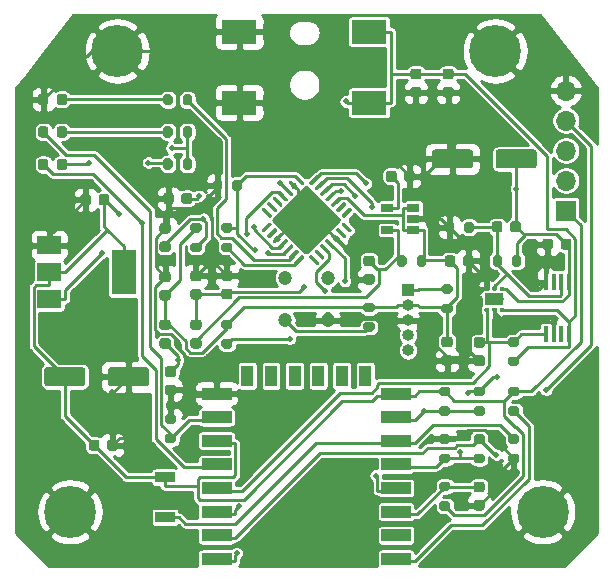
<source format=gbr>
G04 #@! TF.GenerationSoftware,KiCad,Pcbnew,5.1.9*
G04 #@! TF.CreationDate,2021-03-19T09:48:01+01:00*
G04 #@! TF.ProjectId,Y11025HL-WIFI,59313130-3235-4484-9c2d-574946492e6b,rev?*
G04 #@! TF.SameCoordinates,Original*
G04 #@! TF.FileFunction,Copper,L1,Top*
G04 #@! TF.FilePolarity,Positive*
%FSLAX45Y45*%
G04 Gerber Fmt 4.5, Leading zero omitted, Abs format (unit mm)*
G04 Created by KiCad (PCBNEW 5.1.9) date 2021-03-19 09:48:01*
%MOMM*%
%LPD*%
G01*
G04 APERTURE LIST*
G04 #@! TA.AperFunction,ComponentPad*
%ADD10C,1.200000*%
G04 #@! TD*
G04 #@! TA.AperFunction,ComponentPad*
%ADD11R,1.000000X1.000000*%
G04 #@! TD*
G04 #@! TA.AperFunction,ComponentPad*
%ADD12O,1.000000X1.000000*%
G04 #@! TD*
G04 #@! TA.AperFunction,SMDPad,CuDef*
%ADD13R,1.060000X0.650000*%
G04 #@! TD*
G04 #@! TA.AperFunction,SMDPad,CuDef*
%ADD14R,3.000000X2.000000*%
G04 #@! TD*
G04 #@! TA.AperFunction,SMDPad,CuDef*
%ADD15R,1.700000X0.900000*%
G04 #@! TD*
G04 #@! TA.AperFunction,SMDPad,CuDef*
%ADD16R,2.500000X1.000000*%
G04 #@! TD*
G04 #@! TA.AperFunction,SMDPad,CuDef*
%ADD17R,1.000000X1.800000*%
G04 #@! TD*
G04 #@! TA.AperFunction,SMDPad,CuDef*
%ADD18R,0.450000X1.450000*%
G04 #@! TD*
G04 #@! TA.AperFunction,SMDPad,CuDef*
%ADD19R,1.600000X1.000000*%
G04 #@! TD*
G04 #@! TA.AperFunction,ComponentPad*
%ADD20C,0.500000*%
G04 #@! TD*
G04 #@! TA.AperFunction,SMDPad,CuDef*
%ADD21R,2.000000X3.800000*%
G04 #@! TD*
G04 #@! TA.AperFunction,SMDPad,CuDef*
%ADD22R,2.000000X1.500000*%
G04 #@! TD*
G04 #@! TA.AperFunction,ComponentPad*
%ADD23C,4.400000*%
G04 #@! TD*
G04 #@! TA.AperFunction,ComponentPad*
%ADD24R,1.700000X1.700000*%
G04 #@! TD*
G04 #@! TA.AperFunction,ComponentPad*
%ADD25O,1.700000X1.700000*%
G04 #@! TD*
G04 #@! TA.AperFunction,ViaPad*
%ADD26C,0.500000*%
G04 #@! TD*
G04 #@! TA.AperFunction,Conductor*
%ADD27C,0.250000*%
G04 #@! TD*
G04 #@! TA.AperFunction,Conductor*
%ADD28C,0.254000*%
G04 #@! TD*
G04 #@! TA.AperFunction,Conductor*
%ADD29C,0.100000*%
G04 #@! TD*
G04 APERTURE END LIST*
G04 #@! TA.AperFunction,SMDPad,CuDef*
G36*
G01*
X10285343Y-9349638D02*
X10020178Y-9614803D01*
G75*
G02*
X9984822Y-9614803I-17678J17678D01*
G01*
X9719657Y-9349638D01*
G75*
G02*
X9719657Y-9314282I17678J17678D01*
G01*
X9984822Y-9049117D01*
G75*
G02*
X10020178Y-9049117I17678J-17678D01*
G01*
X10285343Y-9314282D01*
G75*
G02*
X10285343Y-9349638I-17678J-17678D01*
G01*
G37*
G04 #@! TD.AperFunction*
G04 #@! TA.AperFunction,SMDPad,CuDef*
G36*
G01*
X10106798Y-9701423D02*
X10096192Y-9712030D01*
G75*
G02*
X10085585Y-9712030I-5303J5303D01*
G01*
X10023713Y-9650158D01*
G75*
G02*
X10023713Y-9639552I5303J5303D01*
G01*
X10034320Y-9628945D01*
G75*
G02*
X10044926Y-9628945I5303J-5303D01*
G01*
X10106798Y-9690817D01*
G75*
G02*
X10106798Y-9701423I-5303J-5303D01*
G01*
G37*
G04 #@! TD.AperFunction*
G04 #@! TA.AperFunction,SMDPad,CuDef*
G36*
G01*
X10152760Y-9655461D02*
X10142154Y-9666068D01*
G75*
G02*
X10131547Y-9666068I-5303J5303D01*
G01*
X10069675Y-9604196D01*
G75*
G02*
X10069675Y-9593590I5303J5303D01*
G01*
X10080282Y-9582983D01*
G75*
G02*
X10090888Y-9582983I5303J-5303D01*
G01*
X10152760Y-9644855D01*
G75*
G02*
X10152760Y-9655461I-5303J-5303D01*
G01*
G37*
G04 #@! TD.AperFunction*
G04 #@! TA.AperFunction,SMDPad,CuDef*
G36*
G01*
X10198722Y-9609499D02*
X10188116Y-9620106D01*
G75*
G02*
X10177509Y-9620106I-5303J5303D01*
G01*
X10115637Y-9558234D01*
G75*
G02*
X10115637Y-9547628I5303J5303D01*
G01*
X10126244Y-9537021D01*
G75*
G02*
X10136850Y-9537021I5303J-5303D01*
G01*
X10198722Y-9598893D01*
G75*
G02*
X10198722Y-9609499I-5303J-5303D01*
G01*
G37*
G04 #@! TD.AperFunction*
G04 #@! TA.AperFunction,SMDPad,CuDef*
G36*
G01*
X10244684Y-9563537D02*
X10234077Y-9574144D01*
G75*
G02*
X10223471Y-9574144I-5303J5303D01*
G01*
X10161599Y-9512272D01*
G75*
G02*
X10161599Y-9501666I5303J5303D01*
G01*
X10172206Y-9491059D01*
G75*
G02*
X10182812Y-9491059I5303J-5303D01*
G01*
X10244684Y-9552931D01*
G75*
G02*
X10244684Y-9563537I-5303J-5303D01*
G01*
G37*
G04 #@! TD.AperFunction*
G04 #@! TA.AperFunction,SMDPad,CuDef*
G36*
G01*
X10290646Y-9517576D02*
X10280039Y-9528182D01*
G75*
G02*
X10269433Y-9528182I-5303J5303D01*
G01*
X10207561Y-9466310D01*
G75*
G02*
X10207561Y-9455704I5303J5303D01*
G01*
X10218168Y-9445097D01*
G75*
G02*
X10228774Y-9445097I5303J-5303D01*
G01*
X10290646Y-9506969D01*
G75*
G02*
X10290646Y-9517576I-5303J-5303D01*
G01*
G37*
G04 #@! TD.AperFunction*
G04 #@! TA.AperFunction,SMDPad,CuDef*
G36*
G01*
X10336608Y-9471614D02*
X10326001Y-9482220D01*
G75*
G02*
X10315395Y-9482220I-5303J5303D01*
G01*
X10253523Y-9420348D01*
G75*
G02*
X10253523Y-9409742I5303J5303D01*
G01*
X10264130Y-9399135D01*
G75*
G02*
X10274736Y-9399135I5303J-5303D01*
G01*
X10336608Y-9461007D01*
G75*
G02*
X10336608Y-9471614I-5303J-5303D01*
G01*
G37*
G04 #@! TD.AperFunction*
G04 #@! TA.AperFunction,SMDPad,CuDef*
G36*
G01*
X10382570Y-9425652D02*
X10371963Y-9436258D01*
G75*
G02*
X10361357Y-9436258I-5303J5303D01*
G01*
X10299485Y-9374386D01*
G75*
G02*
X10299485Y-9363780I5303J5303D01*
G01*
X10310092Y-9353173D01*
G75*
G02*
X10320698Y-9353173I5303J-5303D01*
G01*
X10382570Y-9415045D01*
G75*
G02*
X10382570Y-9425652I-5303J-5303D01*
G01*
G37*
G04 #@! TD.AperFunction*
G04 #@! TA.AperFunction,SMDPad,CuDef*
G36*
G01*
X10382570Y-9248875D02*
X10320698Y-9310747D01*
G75*
G02*
X10310092Y-9310747I-5303J5303D01*
G01*
X10299485Y-9300140D01*
G75*
G02*
X10299485Y-9289534I5303J5303D01*
G01*
X10361357Y-9227662D01*
G75*
G02*
X10371963Y-9227662I5303J-5303D01*
G01*
X10382570Y-9238268D01*
G75*
G02*
X10382570Y-9248875I-5303J-5303D01*
G01*
G37*
G04 #@! TD.AperFunction*
G04 #@! TA.AperFunction,SMDPad,CuDef*
G36*
G01*
X10336608Y-9202913D02*
X10274736Y-9264785D01*
G75*
G02*
X10264130Y-9264785I-5303J5303D01*
G01*
X10253523Y-9254178D01*
G75*
G02*
X10253523Y-9243572I5303J5303D01*
G01*
X10315395Y-9181700D01*
G75*
G02*
X10326001Y-9181700I5303J-5303D01*
G01*
X10336608Y-9192306D01*
G75*
G02*
X10336608Y-9202913I-5303J-5303D01*
G01*
G37*
G04 #@! TD.AperFunction*
G04 #@! TA.AperFunction,SMDPad,CuDef*
G36*
G01*
X10290646Y-9156951D02*
X10228774Y-9218823D01*
G75*
G02*
X10218168Y-9218823I-5303J5303D01*
G01*
X10207561Y-9208216D01*
G75*
G02*
X10207561Y-9197610I5303J5303D01*
G01*
X10269433Y-9135738D01*
G75*
G02*
X10280039Y-9135738I5303J-5303D01*
G01*
X10290646Y-9146345D01*
G75*
G02*
X10290646Y-9156951I-5303J-5303D01*
G01*
G37*
G04 #@! TD.AperFunction*
G04 #@! TA.AperFunction,SMDPad,CuDef*
G36*
G01*
X10244684Y-9110989D02*
X10182812Y-9172861D01*
G75*
G02*
X10172206Y-9172861I-5303J5303D01*
G01*
X10161599Y-9162254D01*
G75*
G02*
X10161599Y-9151648I5303J5303D01*
G01*
X10223471Y-9089776D01*
G75*
G02*
X10234077Y-9089776I5303J-5303D01*
G01*
X10244684Y-9100383D01*
G75*
G02*
X10244684Y-9110989I-5303J-5303D01*
G01*
G37*
G04 #@! TD.AperFunction*
G04 #@! TA.AperFunction,SMDPad,CuDef*
G36*
G01*
X10198722Y-9065027D02*
X10136850Y-9126899D01*
G75*
G02*
X10126244Y-9126899I-5303J5303D01*
G01*
X10115637Y-9116292D01*
G75*
G02*
X10115637Y-9105686I5303J5303D01*
G01*
X10177509Y-9043814D01*
G75*
G02*
X10188116Y-9043814I5303J-5303D01*
G01*
X10198722Y-9054421D01*
G75*
G02*
X10198722Y-9065027I-5303J-5303D01*
G01*
G37*
G04 #@! TD.AperFunction*
G04 #@! TA.AperFunction,SMDPad,CuDef*
G36*
G01*
X10152760Y-9019065D02*
X10090888Y-9080937D01*
G75*
G02*
X10080282Y-9080937I-5303J5303D01*
G01*
X10069675Y-9070331D01*
G75*
G02*
X10069675Y-9059724I5303J5303D01*
G01*
X10131547Y-8997852D01*
G75*
G02*
X10142154Y-8997852I5303J-5303D01*
G01*
X10152760Y-9008459D01*
G75*
G02*
X10152760Y-9019065I-5303J-5303D01*
G01*
G37*
G04 #@! TD.AperFunction*
G04 #@! TA.AperFunction,SMDPad,CuDef*
G36*
G01*
X10106798Y-8973103D02*
X10044926Y-9034975D01*
G75*
G02*
X10034320Y-9034975I-5303J5303D01*
G01*
X10023713Y-9024369D01*
G75*
G02*
X10023713Y-9013762I5303J5303D01*
G01*
X10085585Y-8951890D01*
G75*
G02*
X10096192Y-8951890I5303J-5303D01*
G01*
X10106798Y-8962497D01*
G75*
G02*
X10106798Y-8973103I-5303J-5303D01*
G01*
G37*
G04 #@! TD.AperFunction*
G04 #@! TA.AperFunction,SMDPad,CuDef*
G36*
G01*
X9981287Y-9024369D02*
X9970680Y-9034975D01*
G75*
G02*
X9960074Y-9034975I-5303J5303D01*
G01*
X9898202Y-8973103D01*
G75*
G02*
X9898202Y-8962497I5303J5303D01*
G01*
X9908808Y-8951890D01*
G75*
G02*
X9919415Y-8951890I5303J-5303D01*
G01*
X9981287Y-9013762D01*
G75*
G02*
X9981287Y-9024369I-5303J-5303D01*
G01*
G37*
G04 #@! TD.AperFunction*
G04 #@! TA.AperFunction,SMDPad,CuDef*
G36*
G01*
X9935325Y-9070331D02*
X9924718Y-9080937D01*
G75*
G02*
X9914112Y-9080937I-5303J5303D01*
G01*
X9852240Y-9019065D01*
G75*
G02*
X9852240Y-9008459I5303J5303D01*
G01*
X9862846Y-8997852D01*
G75*
G02*
X9873453Y-8997852I5303J-5303D01*
G01*
X9935325Y-9059724D01*
G75*
G02*
X9935325Y-9070331I-5303J-5303D01*
G01*
G37*
G04 #@! TD.AperFunction*
G04 #@! TA.AperFunction,SMDPad,CuDef*
G36*
G01*
X9889363Y-9116292D02*
X9878756Y-9126899D01*
G75*
G02*
X9868150Y-9126899I-5303J5303D01*
G01*
X9806278Y-9065027D01*
G75*
G02*
X9806278Y-9054421I5303J5303D01*
G01*
X9816885Y-9043814D01*
G75*
G02*
X9827491Y-9043814I5303J-5303D01*
G01*
X9889363Y-9105686D01*
G75*
G02*
X9889363Y-9116292I-5303J-5303D01*
G01*
G37*
G04 #@! TD.AperFunction*
G04 #@! TA.AperFunction,SMDPad,CuDef*
G36*
G01*
X9843401Y-9162254D02*
X9832794Y-9172861D01*
G75*
G02*
X9822188Y-9172861I-5303J5303D01*
G01*
X9760316Y-9110989D01*
G75*
G02*
X9760316Y-9100383I5303J5303D01*
G01*
X9770923Y-9089776D01*
G75*
G02*
X9781529Y-9089776I5303J-5303D01*
G01*
X9843401Y-9151648D01*
G75*
G02*
X9843401Y-9162254I-5303J-5303D01*
G01*
G37*
G04 #@! TD.AperFunction*
G04 #@! TA.AperFunction,SMDPad,CuDef*
G36*
G01*
X9797439Y-9208216D02*
X9786832Y-9218823D01*
G75*
G02*
X9776226Y-9218823I-5303J5303D01*
G01*
X9714354Y-9156951D01*
G75*
G02*
X9714354Y-9146345I5303J5303D01*
G01*
X9724961Y-9135738D01*
G75*
G02*
X9735567Y-9135738I5303J-5303D01*
G01*
X9797439Y-9197610D01*
G75*
G02*
X9797439Y-9208216I-5303J-5303D01*
G01*
G37*
G04 #@! TD.AperFunction*
G04 #@! TA.AperFunction,SMDPad,CuDef*
G36*
G01*
X9751477Y-9254178D02*
X9740871Y-9264785D01*
G75*
G02*
X9730264Y-9264785I-5303J5303D01*
G01*
X9668392Y-9202913D01*
G75*
G02*
X9668392Y-9192306I5303J5303D01*
G01*
X9678999Y-9181700D01*
G75*
G02*
X9689605Y-9181700I5303J-5303D01*
G01*
X9751477Y-9243572D01*
G75*
G02*
X9751477Y-9254178I-5303J-5303D01*
G01*
G37*
G04 #@! TD.AperFunction*
G04 #@! TA.AperFunction,SMDPad,CuDef*
G36*
G01*
X9705515Y-9300140D02*
X9694909Y-9310747D01*
G75*
G02*
X9684302Y-9310747I-5303J5303D01*
G01*
X9622430Y-9248875D01*
G75*
G02*
X9622430Y-9238268I5303J5303D01*
G01*
X9633037Y-9227662D01*
G75*
G02*
X9643643Y-9227662I5303J-5303D01*
G01*
X9705515Y-9289534D01*
G75*
G02*
X9705515Y-9300140I-5303J-5303D01*
G01*
G37*
G04 #@! TD.AperFunction*
G04 #@! TA.AperFunction,SMDPad,CuDef*
G36*
G01*
X9705515Y-9374386D02*
X9643643Y-9436258D01*
G75*
G02*
X9633037Y-9436258I-5303J5303D01*
G01*
X9622430Y-9425652D01*
G75*
G02*
X9622430Y-9415045I5303J5303D01*
G01*
X9684302Y-9353173D01*
G75*
G02*
X9694909Y-9353173I5303J-5303D01*
G01*
X9705515Y-9363780D01*
G75*
G02*
X9705515Y-9374386I-5303J-5303D01*
G01*
G37*
G04 #@! TD.AperFunction*
G04 #@! TA.AperFunction,SMDPad,CuDef*
G36*
G01*
X9751477Y-9420348D02*
X9689605Y-9482220D01*
G75*
G02*
X9678999Y-9482220I-5303J5303D01*
G01*
X9668392Y-9471614D01*
G75*
G02*
X9668392Y-9461007I5303J5303D01*
G01*
X9730264Y-9399135D01*
G75*
G02*
X9740871Y-9399135I5303J-5303D01*
G01*
X9751477Y-9409742D01*
G75*
G02*
X9751477Y-9420348I-5303J-5303D01*
G01*
G37*
G04 #@! TD.AperFunction*
G04 #@! TA.AperFunction,SMDPad,CuDef*
G36*
G01*
X9797439Y-9466310D02*
X9735567Y-9528182D01*
G75*
G02*
X9724961Y-9528182I-5303J5303D01*
G01*
X9714354Y-9517576D01*
G75*
G02*
X9714354Y-9506969I5303J5303D01*
G01*
X9776226Y-9445097D01*
G75*
G02*
X9786832Y-9445097I5303J-5303D01*
G01*
X9797439Y-9455704D01*
G75*
G02*
X9797439Y-9466310I-5303J-5303D01*
G01*
G37*
G04 #@! TD.AperFunction*
G04 #@! TA.AperFunction,SMDPad,CuDef*
G36*
G01*
X9843401Y-9512272D02*
X9781529Y-9574144D01*
G75*
G02*
X9770923Y-9574144I-5303J5303D01*
G01*
X9760316Y-9563537D01*
G75*
G02*
X9760316Y-9552931I5303J5303D01*
G01*
X9822188Y-9491059D01*
G75*
G02*
X9832794Y-9491059I5303J-5303D01*
G01*
X9843401Y-9501666D01*
G75*
G02*
X9843401Y-9512272I-5303J-5303D01*
G01*
G37*
G04 #@! TD.AperFunction*
G04 #@! TA.AperFunction,SMDPad,CuDef*
G36*
G01*
X9889363Y-9558234D02*
X9827491Y-9620106D01*
G75*
G02*
X9816885Y-9620106I-5303J5303D01*
G01*
X9806278Y-9609499D01*
G75*
G02*
X9806278Y-9598893I5303J5303D01*
G01*
X9868150Y-9537021D01*
G75*
G02*
X9878756Y-9537021I5303J-5303D01*
G01*
X9889363Y-9547628D01*
G75*
G02*
X9889363Y-9558234I-5303J-5303D01*
G01*
G37*
G04 #@! TD.AperFunction*
G04 #@! TA.AperFunction,SMDPad,CuDef*
G36*
G01*
X9935325Y-9604196D02*
X9873453Y-9666068D01*
G75*
G02*
X9862846Y-9666068I-5303J5303D01*
G01*
X9852240Y-9655461D01*
G75*
G02*
X9852240Y-9644855I5303J5303D01*
G01*
X9914112Y-9582983D01*
G75*
G02*
X9924718Y-9582983I5303J-5303D01*
G01*
X9935325Y-9593590D01*
G75*
G02*
X9935325Y-9604196I-5303J-5303D01*
G01*
G37*
G04 #@! TD.AperFunction*
G04 #@! TA.AperFunction,SMDPad,CuDef*
G36*
G01*
X9981287Y-9650158D02*
X9919415Y-9712030D01*
G75*
G02*
X9908808Y-9712030I-5303J5303D01*
G01*
X9898202Y-9701423D01*
G75*
G02*
X9898202Y-9690817I5303J5303D01*
G01*
X9960074Y-9628945D01*
G75*
G02*
X9970680Y-9628945I5303J-5303D01*
G01*
X9981287Y-9639552D01*
G75*
G02*
X9981287Y-9650158I-5303J-5303D01*
G01*
G37*
G04 #@! TD.AperFunction*
D10*
X9820395Y-9820395D03*
X9820395Y-10179605D03*
X10179605Y-10179605D03*
X10179605Y-9820395D03*
G04 #@! TA.AperFunction,SMDPad,CuDef*
G36*
G01*
X8829265Y-10261600D02*
X8778015Y-10261600D01*
G75*
G02*
X8756140Y-10239725I0J21875D01*
G01*
X8756140Y-10195975D01*
G75*
G02*
X8778015Y-10174100I21875J0D01*
G01*
X8829265Y-10174100D01*
G75*
G02*
X8851140Y-10195975I0J-21875D01*
G01*
X8851140Y-10239725D01*
G75*
G02*
X8829265Y-10261600I-21875J0D01*
G01*
G37*
G04 #@! TD.AperFunction*
G04 #@! TA.AperFunction,SMDPad,CuDef*
G36*
G01*
X8829265Y-10419100D02*
X8778015Y-10419100D01*
G75*
G02*
X8756140Y-10397225I0J21875D01*
G01*
X8756140Y-10353475D01*
G75*
G02*
X8778015Y-10331600I21875J0D01*
G01*
X8829265Y-10331600D01*
G75*
G02*
X8851140Y-10353475I0J-21875D01*
G01*
X8851140Y-10397225D01*
G75*
G02*
X8829265Y-10419100I-21875J0D01*
G01*
G37*
G04 #@! TD.AperFunction*
G04 #@! TA.AperFunction,SMDPad,CuDef*
G36*
G01*
X9039635Y-10174100D02*
X9090885Y-10174100D01*
G75*
G02*
X9112760Y-10195975I0J-21875D01*
G01*
X9112760Y-10239725D01*
G75*
G02*
X9090885Y-10261600I-21875J0D01*
G01*
X9039635Y-10261600D01*
G75*
G02*
X9017760Y-10239725I0J21875D01*
G01*
X9017760Y-10195975D01*
G75*
G02*
X9039635Y-10174100I21875J0D01*
G01*
G37*
G04 #@! TD.AperFunction*
G04 #@! TA.AperFunction,SMDPad,CuDef*
G36*
G01*
X9039635Y-10331600D02*
X9090885Y-10331600D01*
G75*
G02*
X9112760Y-10353475I0J-21875D01*
G01*
X9112760Y-10397225D01*
G75*
G02*
X9090885Y-10419100I-21875J0D01*
G01*
X9039635Y-10419100D01*
G75*
G02*
X9017760Y-10397225I0J21875D01*
G01*
X9017760Y-10353475D01*
G75*
G02*
X9039635Y-10331600I21875J0D01*
G01*
G37*
G04 #@! TD.AperFunction*
D11*
X10861000Y-9926320D03*
D12*
X10861000Y-10053320D03*
X10861000Y-10180320D03*
X10861000Y-10307320D03*
X10861000Y-10434320D03*
D13*
X10906800Y-9416800D03*
X10906800Y-9321800D03*
X10906800Y-9226800D03*
X10686800Y-9226800D03*
X10686800Y-9416800D03*
G04 #@! TA.AperFunction,SMDPad,CuDef*
G36*
G01*
X10902100Y-8049920D02*
X10952100Y-8049920D01*
G75*
G02*
X10974600Y-8072420I0J-22500D01*
G01*
X10974600Y-8117420D01*
G75*
G02*
X10952100Y-8139920I-22500J0D01*
G01*
X10902100Y-8139920D01*
G75*
G02*
X10879600Y-8117420I0J22500D01*
G01*
X10879600Y-8072420D01*
G75*
G02*
X10902100Y-8049920I22500J0D01*
G01*
G37*
G04 #@! TD.AperFunction*
G04 #@! TA.AperFunction,SMDPad,CuDef*
G36*
G01*
X10902100Y-8204920D02*
X10952100Y-8204920D01*
G75*
G02*
X10974600Y-8227420I0J-22500D01*
G01*
X10974600Y-8272420D01*
G75*
G02*
X10952100Y-8294920I-22500J0D01*
G01*
X10902100Y-8294920D01*
G75*
G02*
X10879600Y-8272420I0J22500D01*
G01*
X10879600Y-8227420D01*
G75*
G02*
X10902100Y-8204920I22500J0D01*
G01*
G37*
G04 #@! TD.AperFunction*
G04 #@! TA.AperFunction,SMDPad,CuDef*
G36*
G01*
X11488000Y-11791300D02*
X11438000Y-11791300D01*
G75*
G02*
X11415500Y-11768800I0J22500D01*
G01*
X11415500Y-11723800D01*
G75*
G02*
X11438000Y-11701300I22500J0D01*
G01*
X11488000Y-11701300D01*
G75*
G02*
X11510500Y-11723800I0J-22500D01*
G01*
X11510500Y-11768800D01*
G75*
G02*
X11488000Y-11791300I-22500J0D01*
G01*
G37*
G04 #@! TD.AperFunction*
G04 #@! TA.AperFunction,SMDPad,CuDef*
G36*
G01*
X11488000Y-11636300D02*
X11438000Y-11636300D01*
G75*
G02*
X11415500Y-11613800I0J22500D01*
G01*
X11415500Y-11568800D01*
G75*
G02*
X11438000Y-11546300I22500J0D01*
G01*
X11488000Y-11546300D01*
G75*
G02*
X11510500Y-11568800I0J-22500D01*
G01*
X11510500Y-11613800D01*
G75*
G02*
X11488000Y-11636300I-22500J0D01*
G01*
G37*
G04 #@! TD.AperFunction*
G04 #@! TA.AperFunction,SMDPad,CuDef*
G36*
G01*
X11176400Y-8204920D02*
X11226400Y-8204920D01*
G75*
G02*
X11248900Y-8227420I0J-22500D01*
G01*
X11248900Y-8272420D01*
G75*
G02*
X11226400Y-8294920I-22500J0D01*
G01*
X11176400Y-8294920D01*
G75*
G02*
X11153900Y-8272420I0J22500D01*
G01*
X11153900Y-8227420D01*
G75*
G02*
X11176400Y-8204920I22500J0D01*
G01*
G37*
G04 #@! TD.AperFunction*
G04 #@! TA.AperFunction,SMDPad,CuDef*
G36*
G01*
X11176400Y-8049920D02*
X11226400Y-8049920D01*
G75*
G02*
X11248900Y-8072420I0J-22500D01*
G01*
X11248900Y-8117420D01*
G75*
G02*
X11226400Y-8139920I-22500J0D01*
G01*
X11176400Y-8139920D01*
G75*
G02*
X11153900Y-8117420I0J22500D01*
G01*
X11153900Y-8072420D01*
G75*
G02*
X11176400Y-8049920I22500J0D01*
G01*
G37*
G04 #@! TD.AperFunction*
G04 #@! TA.AperFunction,SMDPad,CuDef*
G36*
G01*
X11440600Y-10322000D02*
X11490600Y-10322000D01*
G75*
G02*
X11513100Y-10344500I0J-22500D01*
G01*
X11513100Y-10389500D01*
G75*
G02*
X11490600Y-10412000I-22500J0D01*
G01*
X11440600Y-10412000D01*
G75*
G02*
X11418100Y-10389500I0J22500D01*
G01*
X11418100Y-10344500D01*
G75*
G02*
X11440600Y-10322000I22500J0D01*
G01*
G37*
G04 #@! TD.AperFunction*
G04 #@! TA.AperFunction,SMDPad,CuDef*
G36*
G01*
X11440600Y-10477000D02*
X11490600Y-10477000D01*
G75*
G02*
X11513100Y-10499500I0J-22500D01*
G01*
X11513100Y-10544500D01*
G75*
G02*
X11490600Y-10567000I-22500J0D01*
G01*
X11440600Y-10567000D01*
G75*
G02*
X11418100Y-10544500I0J22500D01*
G01*
X11418100Y-10499500D01*
G75*
G02*
X11440600Y-10477000I22500J0D01*
G01*
G37*
G04 #@! TD.AperFunction*
G04 #@! TA.AperFunction,SMDPad,CuDef*
G36*
G01*
X11660400Y-9362840D02*
X11660400Y-9412840D01*
G75*
G02*
X11637900Y-9435340I-22500J0D01*
G01*
X11592900Y-9435340D01*
G75*
G02*
X11570400Y-9412840I0J22500D01*
G01*
X11570400Y-9362840D01*
G75*
G02*
X11592900Y-9340340I22500J0D01*
G01*
X11637900Y-9340340D01*
G75*
G02*
X11660400Y-9362840I0J-22500D01*
G01*
G37*
G04 #@! TD.AperFunction*
G04 #@! TA.AperFunction,SMDPad,CuDef*
G36*
G01*
X11815400Y-9362840D02*
X11815400Y-9412840D01*
G75*
G02*
X11792900Y-9435340I-22500J0D01*
G01*
X11747900Y-9435340D01*
G75*
G02*
X11725400Y-9412840I0J22500D01*
G01*
X11725400Y-9362840D01*
G75*
G02*
X11747900Y-9340340I22500J0D01*
G01*
X11792900Y-9340340D01*
G75*
G02*
X11815400Y-9362840I0J-22500D01*
G01*
G37*
G04 #@! TD.AperFunction*
G04 #@! TA.AperFunction,SMDPad,CuDef*
G36*
G01*
X8824360Y-10725000D02*
X8874360Y-10725000D01*
G75*
G02*
X8896860Y-10747500I0J-22500D01*
G01*
X8896860Y-10792500D01*
G75*
G02*
X8874360Y-10815000I-22500J0D01*
G01*
X8824360Y-10815000D01*
G75*
G02*
X8801860Y-10792500I0J22500D01*
G01*
X8801860Y-10747500D01*
G75*
G02*
X8824360Y-10725000I22500J0D01*
G01*
G37*
G04 #@! TD.AperFunction*
G04 #@! TA.AperFunction,SMDPad,CuDef*
G36*
G01*
X8824360Y-10570000D02*
X8874360Y-10570000D01*
G75*
G02*
X8896860Y-10592500I0J-22500D01*
G01*
X8896860Y-10637500D01*
G75*
G02*
X8874360Y-10660000I-22500J0D01*
G01*
X8824360Y-10660000D01*
G75*
G02*
X8801860Y-10637500I0J22500D01*
G01*
X8801860Y-10592500D01*
G75*
G02*
X8824360Y-10570000I22500J0D01*
G01*
G37*
G04 #@! TD.AperFunction*
G04 #@! TA.AperFunction,SMDPad,CuDef*
G36*
G01*
X12243400Y-9510160D02*
X12243400Y-9560160D01*
G75*
G02*
X12220900Y-9582660I-22500J0D01*
G01*
X12175900Y-9582660D01*
G75*
G02*
X12153400Y-9560160I0J22500D01*
G01*
X12153400Y-9510160D01*
G75*
G02*
X12175900Y-9487660I22500J0D01*
G01*
X12220900Y-9487660D01*
G75*
G02*
X12243400Y-9510160I0J-22500D01*
G01*
G37*
G04 #@! TD.AperFunction*
G04 #@! TA.AperFunction,SMDPad,CuDef*
G36*
G01*
X12088400Y-9510160D02*
X12088400Y-9560160D01*
G75*
G02*
X12065900Y-9582660I-22500J0D01*
G01*
X12020900Y-9582660D01*
G75*
G02*
X11998400Y-9560160I0J22500D01*
G01*
X11998400Y-9510160D01*
G75*
G02*
X12020900Y-9487660I22500J0D01*
G01*
X12065900Y-9487660D01*
G75*
G02*
X12088400Y-9510160I0J-22500D01*
G01*
G37*
G04 #@! TD.AperFunction*
G04 #@! TA.AperFunction,SMDPad,CuDef*
G36*
G01*
X8312900Y-11262000D02*
X8312900Y-11212000D01*
G75*
G02*
X8335400Y-11189500I22500J0D01*
G01*
X8380400Y-11189500D01*
G75*
G02*
X8402900Y-11212000I0J-22500D01*
G01*
X8402900Y-11262000D01*
G75*
G02*
X8380400Y-11284500I-22500J0D01*
G01*
X8335400Y-11284500D01*
G75*
G02*
X8312900Y-11262000I0J22500D01*
G01*
G37*
G04 #@! TD.AperFunction*
G04 #@! TA.AperFunction,SMDPad,CuDef*
G36*
G01*
X8157900Y-11262000D02*
X8157900Y-11212000D01*
G75*
G02*
X8180400Y-11189500I22500J0D01*
G01*
X8225400Y-11189500D01*
G75*
G02*
X8247900Y-11212000I0J-22500D01*
G01*
X8247900Y-11262000D01*
G75*
G02*
X8225400Y-11284500I-22500J0D01*
G01*
X8180400Y-11284500D01*
G75*
G02*
X8157900Y-11262000I0J22500D01*
G01*
G37*
G04 #@! TD.AperFunction*
G04 #@! TA.AperFunction,SMDPad,CuDef*
G36*
G01*
X11412000Y-8758800D02*
X11412000Y-8868800D01*
G75*
G02*
X11387000Y-8893800I-25000J0D01*
G01*
X11087000Y-8893800D01*
G75*
G02*
X11062000Y-8868800I0J25000D01*
G01*
X11062000Y-8758800D01*
G75*
G02*
X11087000Y-8733800I25000J0D01*
G01*
X11387000Y-8733800D01*
G75*
G02*
X11412000Y-8758800I0J-25000D01*
G01*
G37*
G04 #@! TD.AperFunction*
G04 #@! TA.AperFunction,SMDPad,CuDef*
G36*
G01*
X11952000Y-8758800D02*
X11952000Y-8868800D01*
G75*
G02*
X11927000Y-8893800I-25000J0D01*
G01*
X11627000Y-8893800D01*
G75*
G02*
X11602000Y-8868800I0J25000D01*
G01*
X11602000Y-8758800D01*
G75*
G02*
X11627000Y-8733800I25000J0D01*
G01*
X11927000Y-8733800D01*
G75*
G02*
X11952000Y-8758800I0J-25000D01*
G01*
G37*
G04 #@! TD.AperFunction*
G04 #@! TA.AperFunction,SMDPad,CuDef*
G36*
G01*
X8331780Y-9134240D02*
X8331780Y-9184240D01*
G75*
G02*
X8309280Y-9206740I-22500J0D01*
G01*
X8264280Y-9206740D01*
G75*
G02*
X8241780Y-9184240I0J22500D01*
G01*
X8241780Y-9134240D01*
G75*
G02*
X8264280Y-9111740I22500J0D01*
G01*
X8309280Y-9111740D01*
G75*
G02*
X8331780Y-9134240I0J-22500D01*
G01*
G37*
G04 #@! TD.AperFunction*
G04 #@! TA.AperFunction,SMDPad,CuDef*
G36*
G01*
X8176780Y-9134240D02*
X8176780Y-9184240D01*
G75*
G02*
X8154280Y-9206740I-22500J0D01*
G01*
X8109280Y-9206740D01*
G75*
G02*
X8086780Y-9184240I0J22500D01*
G01*
X8086780Y-9134240D01*
G75*
G02*
X8109280Y-9111740I22500J0D01*
G01*
X8154280Y-9111740D01*
G75*
G02*
X8176780Y-9134240I0J-22500D01*
G01*
G37*
G04 #@! TD.AperFunction*
G04 #@! TA.AperFunction,SMDPad,CuDef*
G36*
G01*
X7779520Y-10712800D02*
X7779520Y-10602800D01*
G75*
G02*
X7804520Y-10577800I25000J0D01*
G01*
X8104520Y-10577800D01*
G75*
G02*
X8129520Y-10602800I0J-25000D01*
G01*
X8129520Y-10712800D01*
G75*
G02*
X8104520Y-10737800I-25000J0D01*
G01*
X7804520Y-10737800D01*
G75*
G02*
X7779520Y-10712800I0J25000D01*
G01*
G37*
G04 #@! TD.AperFunction*
G04 #@! TA.AperFunction,SMDPad,CuDef*
G36*
G01*
X8319520Y-10712800D02*
X8319520Y-10602800D01*
G75*
G02*
X8344520Y-10577800I25000J0D01*
G01*
X8644520Y-10577800D01*
G75*
G02*
X8669520Y-10602800I0J-25000D01*
G01*
X8669520Y-10712800D01*
G75*
G02*
X8644520Y-10737800I-25000J0D01*
G01*
X8344520Y-10737800D01*
G75*
G02*
X8319520Y-10712800I0J25000D01*
G01*
G37*
G04 #@! TD.AperFunction*
G04 #@! TA.AperFunction,SMDPad,CuDef*
G36*
G01*
X7886130Y-8886225D02*
X7886130Y-8834975D01*
G75*
G02*
X7908005Y-8813100I21875J0D01*
G01*
X7951755Y-8813100D01*
G75*
G02*
X7973630Y-8834975I0J-21875D01*
G01*
X7973630Y-8886225D01*
G75*
G02*
X7951755Y-8908100I-21875J0D01*
G01*
X7908005Y-8908100D01*
G75*
G02*
X7886130Y-8886225I0J21875D01*
G01*
G37*
G04 #@! TD.AperFunction*
G04 #@! TA.AperFunction,SMDPad,CuDef*
G36*
G01*
X7728630Y-8886225D02*
X7728630Y-8834975D01*
G75*
G02*
X7750505Y-8813100I21875J0D01*
G01*
X7794255Y-8813100D01*
G75*
G02*
X7816130Y-8834975I0J-21875D01*
G01*
X7816130Y-8886225D01*
G75*
G02*
X7794255Y-8908100I-21875J0D01*
G01*
X7750505Y-8908100D01*
G75*
G02*
X7728630Y-8886225I0J21875D01*
G01*
G37*
G04 #@! TD.AperFunction*
G04 #@! TA.AperFunction,SMDPad,CuDef*
G36*
G01*
X7728630Y-8610825D02*
X7728630Y-8559575D01*
G75*
G02*
X7750505Y-8537700I21875J0D01*
G01*
X7794255Y-8537700D01*
G75*
G02*
X7816130Y-8559575I0J-21875D01*
G01*
X7816130Y-8610825D01*
G75*
G02*
X7794255Y-8632700I-21875J0D01*
G01*
X7750505Y-8632700D01*
G75*
G02*
X7728630Y-8610825I0J21875D01*
G01*
G37*
G04 #@! TD.AperFunction*
G04 #@! TA.AperFunction,SMDPad,CuDef*
G36*
G01*
X7886130Y-8610825D02*
X7886130Y-8559575D01*
G75*
G02*
X7908005Y-8537700I21875J0D01*
G01*
X7951755Y-8537700D01*
G75*
G02*
X7973630Y-8559575I0J-21875D01*
G01*
X7973630Y-8610825D01*
G75*
G02*
X7951755Y-8632700I-21875J0D01*
G01*
X7908005Y-8632700D01*
G75*
G02*
X7886130Y-8610825I0J21875D01*
G01*
G37*
G04 #@! TD.AperFunction*
D14*
X10532200Y-7736560D03*
X10532200Y-8336560D03*
X9432200Y-8336560D03*
X9432200Y-7736560D03*
G04 #@! TA.AperFunction,SMDPad,CuDef*
G36*
G01*
X11727600Y-10742400D02*
X11782600Y-10742400D01*
G75*
G02*
X11802600Y-10762400I0J-20000D01*
G01*
X11802600Y-10802400D01*
G75*
G02*
X11782600Y-10822400I-20000J0D01*
G01*
X11727600Y-10822400D01*
G75*
G02*
X11707600Y-10802400I0J20000D01*
G01*
X11707600Y-10762400D01*
G75*
G02*
X11727600Y-10742400I20000J0D01*
G01*
G37*
G04 #@! TD.AperFunction*
G04 #@! TA.AperFunction,SMDPad,CuDef*
G36*
G01*
X11727600Y-10907400D02*
X11782600Y-10907400D01*
G75*
G02*
X11802600Y-10927400I0J-20000D01*
G01*
X11802600Y-10967400D01*
G75*
G02*
X11782600Y-10987400I-20000J0D01*
G01*
X11727600Y-10987400D01*
G75*
G02*
X11707600Y-10967400I0J20000D01*
G01*
X11707600Y-10927400D01*
G75*
G02*
X11727600Y-10907400I20000J0D01*
G01*
G37*
G04 #@! TD.AperFunction*
G04 #@! TA.AperFunction,SMDPad,CuDef*
G36*
G01*
X11198400Y-11791300D02*
X11143400Y-11791300D01*
G75*
G02*
X11123400Y-11771300I0J20000D01*
G01*
X11123400Y-11731300D01*
G75*
G02*
X11143400Y-11711300I20000J0D01*
G01*
X11198400Y-11711300D01*
G75*
G02*
X11218400Y-11731300I0J-20000D01*
G01*
X11218400Y-11771300D01*
G75*
G02*
X11198400Y-11791300I-20000J0D01*
G01*
G37*
G04 #@! TD.AperFunction*
G04 #@! TA.AperFunction,SMDPad,CuDef*
G36*
G01*
X11198400Y-11626300D02*
X11143400Y-11626300D01*
G75*
G02*
X11123400Y-11606300I0J20000D01*
G01*
X11123400Y-11566300D01*
G75*
G02*
X11143400Y-11546300I20000J0D01*
G01*
X11198400Y-11546300D01*
G75*
G02*
X11218400Y-11566300I0J-20000D01*
G01*
X11218400Y-11606300D01*
G75*
G02*
X11198400Y-11626300I-20000J0D01*
G01*
G37*
G04 #@! TD.AperFunction*
G04 #@! TA.AperFunction,SMDPad,CuDef*
G36*
G01*
X11782600Y-11224900D02*
X11727600Y-11224900D01*
G75*
G02*
X11707600Y-11204900I0J20000D01*
G01*
X11707600Y-11164900D01*
G75*
G02*
X11727600Y-11144900I20000J0D01*
G01*
X11782600Y-11144900D01*
G75*
G02*
X11802600Y-11164900I0J-20000D01*
G01*
X11802600Y-11204900D01*
G75*
G02*
X11782600Y-11224900I-20000J0D01*
G01*
G37*
G04 #@! TD.AperFunction*
G04 #@! TA.AperFunction,SMDPad,CuDef*
G36*
G01*
X11782600Y-11389900D02*
X11727600Y-11389900D01*
G75*
G02*
X11707600Y-11369900I0J20000D01*
G01*
X11707600Y-11329900D01*
G75*
G02*
X11727600Y-11309900I20000J0D01*
G01*
X11782600Y-11309900D01*
G75*
G02*
X11802600Y-11329900I0J-20000D01*
G01*
X11802600Y-11369900D01*
G75*
G02*
X11782600Y-11389900I-20000J0D01*
G01*
G37*
G04 #@! TD.AperFunction*
G04 #@! TA.AperFunction,SMDPad,CuDef*
G36*
G01*
X11782600Y-10567000D02*
X11727600Y-10567000D01*
G75*
G02*
X11707600Y-10547000I0J20000D01*
G01*
X11707600Y-10507000D01*
G75*
G02*
X11727600Y-10487000I20000J0D01*
G01*
X11782600Y-10487000D01*
G75*
G02*
X11802600Y-10507000I0J-20000D01*
G01*
X11802600Y-10547000D01*
G75*
G02*
X11782600Y-10567000I-20000J0D01*
G01*
G37*
G04 #@! TD.AperFunction*
G04 #@! TA.AperFunction,SMDPad,CuDef*
G36*
G01*
X11782600Y-10402000D02*
X11727600Y-10402000D01*
G75*
G02*
X11707600Y-10382000I0J20000D01*
G01*
X11707600Y-10342000D01*
G75*
G02*
X11727600Y-10322000I20000J0D01*
G01*
X11782600Y-10322000D01*
G75*
G02*
X11802600Y-10342000I0J-20000D01*
G01*
X11802600Y-10382000D01*
G75*
G02*
X11782600Y-10402000I-20000J0D01*
G01*
G37*
G04 #@! TD.AperFunction*
G04 #@! TA.AperFunction,SMDPad,CuDef*
G36*
G01*
X8821860Y-11141100D02*
X8876860Y-11141100D01*
G75*
G02*
X8896860Y-11161100I0J-20000D01*
G01*
X8896860Y-11201100D01*
G75*
G02*
X8876860Y-11221100I-20000J0D01*
G01*
X8821860Y-11221100D01*
G75*
G02*
X8801860Y-11201100I0J20000D01*
G01*
X8801860Y-11161100D01*
G75*
G02*
X8821860Y-11141100I20000J0D01*
G01*
G37*
G04 #@! TD.AperFunction*
G04 #@! TA.AperFunction,SMDPad,CuDef*
G36*
G01*
X8821860Y-10976100D02*
X8876860Y-10976100D01*
G75*
G02*
X8896860Y-10996100I0J-20000D01*
G01*
X8896860Y-11036100D01*
G75*
G02*
X8876860Y-11056100I-20000J0D01*
G01*
X8821860Y-11056100D01*
G75*
G02*
X8801860Y-11036100I0J20000D01*
G01*
X8801860Y-10996100D01*
G75*
G02*
X8821860Y-10976100I20000J0D01*
G01*
G37*
G04 #@! TD.AperFunction*
G04 #@! TA.AperFunction,SMDPad,CuDef*
G36*
G01*
X11576700Y-9704900D02*
X11576700Y-9649900D01*
G75*
G02*
X11596700Y-9629900I20000J0D01*
G01*
X11636700Y-9629900D01*
G75*
G02*
X11656700Y-9649900I0J-20000D01*
G01*
X11656700Y-9704900D01*
G75*
G02*
X11636700Y-9724900I-20000J0D01*
G01*
X11596700Y-9724900D01*
G75*
G02*
X11576700Y-9704900I0J20000D01*
G01*
G37*
G04 #@! TD.AperFunction*
G04 #@! TA.AperFunction,SMDPad,CuDef*
G36*
G01*
X11741700Y-9704900D02*
X11741700Y-9649900D01*
G75*
G02*
X11761700Y-9629900I20000J0D01*
G01*
X11801700Y-9629900D01*
G75*
G02*
X11821700Y-9649900I0J-20000D01*
G01*
X11821700Y-9704900D01*
G75*
G02*
X11801700Y-9724900I-20000J0D01*
G01*
X11761700Y-9724900D01*
G75*
G02*
X11741700Y-9704900I0J20000D01*
G01*
G37*
G04 #@! TD.AperFunction*
G04 #@! TA.AperFunction,SMDPad,CuDef*
G36*
G01*
X11336600Y-9420420D02*
X11336600Y-9365420D01*
G75*
G02*
X11356600Y-9345420I20000J0D01*
G01*
X11396600Y-9345420D01*
G75*
G02*
X11416600Y-9365420I0J-20000D01*
G01*
X11416600Y-9420420D01*
G75*
G02*
X11396600Y-9440420I-20000J0D01*
G01*
X11356600Y-9440420D01*
G75*
G02*
X11336600Y-9420420I0J20000D01*
G01*
G37*
G04 #@! TD.AperFunction*
G04 #@! TA.AperFunction,SMDPad,CuDef*
G36*
G01*
X11171600Y-9420420D02*
X11171600Y-9365420D01*
G75*
G02*
X11191600Y-9345420I20000J0D01*
G01*
X11231600Y-9345420D01*
G75*
G02*
X11251600Y-9365420I0J-20000D01*
G01*
X11251600Y-9420420D01*
G75*
G02*
X11231600Y-9440420I-20000J0D01*
G01*
X11191600Y-9440420D01*
G75*
G02*
X11171600Y-9420420I0J20000D01*
G01*
G37*
G04 #@! TD.AperFunction*
G04 #@! TA.AperFunction,SMDPad,CuDef*
G36*
G01*
X11198400Y-10822400D02*
X11143400Y-10822400D01*
G75*
G02*
X11123400Y-10802400I0J20000D01*
G01*
X11123400Y-10762400D01*
G75*
G02*
X11143400Y-10742400I20000J0D01*
G01*
X11198400Y-10742400D01*
G75*
G02*
X11218400Y-10762400I0J-20000D01*
G01*
X11218400Y-10802400D01*
G75*
G02*
X11198400Y-10822400I-20000J0D01*
G01*
G37*
G04 #@! TD.AperFunction*
G04 #@! TA.AperFunction,SMDPad,CuDef*
G36*
G01*
X11198400Y-10987400D02*
X11143400Y-10987400D01*
G75*
G02*
X11123400Y-10967400I0J20000D01*
G01*
X11123400Y-10927400D01*
G75*
G02*
X11143400Y-10907400I20000J0D01*
G01*
X11198400Y-10907400D01*
G75*
G02*
X11218400Y-10927400I0J-20000D01*
G01*
X11218400Y-10967400D01*
G75*
G02*
X11198400Y-10987400I-20000J0D01*
G01*
G37*
G04 #@! TD.AperFunction*
G04 #@! TA.AperFunction,SMDPad,CuDef*
G36*
G01*
X11143400Y-11144300D02*
X11198400Y-11144300D01*
G75*
G02*
X11218400Y-11164300I0J-20000D01*
G01*
X11218400Y-11204300D01*
G75*
G02*
X11198400Y-11224300I-20000J0D01*
G01*
X11143400Y-11224300D01*
G75*
G02*
X11123400Y-11204300I0J20000D01*
G01*
X11123400Y-11164300D01*
G75*
G02*
X11143400Y-11144300I20000J0D01*
G01*
G37*
G04 #@! TD.AperFunction*
G04 #@! TA.AperFunction,SMDPad,CuDef*
G36*
G01*
X11143400Y-11309300D02*
X11198400Y-11309300D01*
G75*
G02*
X11218400Y-11329300I0J-20000D01*
G01*
X11218400Y-11369300D01*
G75*
G02*
X11198400Y-11389300I-20000J0D01*
G01*
X11143400Y-11389300D01*
G75*
G02*
X11123400Y-11369300I0J20000D01*
G01*
X11123400Y-11329300D01*
G75*
G02*
X11143400Y-11309300I20000J0D01*
G01*
G37*
G04 #@! TD.AperFunction*
G04 #@! TA.AperFunction,SMDPad,CuDef*
G36*
G01*
X9032820Y-8829100D02*
X9032820Y-8884100D01*
G75*
G02*
X9012820Y-8904100I-20000J0D01*
G01*
X8972820Y-8904100D01*
G75*
G02*
X8952820Y-8884100I0J20000D01*
G01*
X8952820Y-8829100D01*
G75*
G02*
X8972820Y-8809100I20000J0D01*
G01*
X9012820Y-8809100D01*
G75*
G02*
X9032820Y-8829100I0J-20000D01*
G01*
G37*
G04 #@! TD.AperFunction*
G04 #@! TA.AperFunction,SMDPad,CuDef*
G36*
G01*
X8867820Y-8829100D02*
X8867820Y-8884100D01*
G75*
G02*
X8847820Y-8904100I-20000J0D01*
G01*
X8807820Y-8904100D01*
G75*
G02*
X8787820Y-8884100I0J20000D01*
G01*
X8787820Y-8829100D01*
G75*
G02*
X8807820Y-8809100I20000J0D01*
G01*
X8847820Y-8809100D01*
G75*
G02*
X8867820Y-8829100I0J-20000D01*
G01*
G37*
G04 #@! TD.AperFunction*
G04 #@! TA.AperFunction,SMDPad,CuDef*
G36*
G01*
X8867820Y-8557700D02*
X8867820Y-8612700D01*
G75*
G02*
X8847820Y-8632700I-20000J0D01*
G01*
X8807820Y-8632700D01*
G75*
G02*
X8787820Y-8612700I0J20000D01*
G01*
X8787820Y-8557700D01*
G75*
G02*
X8807820Y-8537700I20000J0D01*
G01*
X8847820Y-8537700D01*
G75*
G02*
X8867820Y-8557700I0J-20000D01*
G01*
G37*
G04 #@! TD.AperFunction*
G04 #@! TA.AperFunction,SMDPad,CuDef*
G36*
G01*
X9032820Y-8557700D02*
X9032820Y-8612700D01*
G75*
G02*
X9012820Y-8632700I-20000J0D01*
G01*
X8972820Y-8632700D01*
G75*
G02*
X8952820Y-8612700I0J20000D01*
G01*
X8952820Y-8557700D01*
G75*
G02*
X8972820Y-8537700I20000J0D01*
G01*
X9012820Y-8537700D01*
G75*
G02*
X9032820Y-8557700I0J-20000D01*
G01*
G37*
G04 #@! TD.AperFunction*
G04 #@! TA.AperFunction,SMDPad,CuDef*
G36*
G01*
X9374460Y-9064820D02*
X9374460Y-9009820D01*
G75*
G02*
X9394460Y-8989820I20000J0D01*
G01*
X9434460Y-8989820D01*
G75*
G02*
X9454460Y-9009820I0J-20000D01*
G01*
X9454460Y-9064820D01*
G75*
G02*
X9434460Y-9084820I-20000J0D01*
G01*
X9394460Y-9084820D01*
G75*
G02*
X9374460Y-9064820I0J20000D01*
G01*
G37*
G04 #@! TD.AperFunction*
G04 #@! TA.AperFunction,SMDPad,CuDef*
G36*
G01*
X9209460Y-9064820D02*
X9209460Y-9009820D01*
G75*
G02*
X9229460Y-8989820I20000J0D01*
G01*
X9269460Y-8989820D01*
G75*
G02*
X9289460Y-9009820I0J-20000D01*
G01*
X9289460Y-9064820D01*
G75*
G02*
X9269460Y-9084820I-20000J0D01*
G01*
X9229460Y-9084820D01*
G75*
G02*
X9209460Y-9064820I0J20000D01*
G01*
G37*
G04 #@! TD.AperFunction*
G04 #@! TA.AperFunction,SMDPad,CuDef*
G36*
G01*
X11435500Y-10742400D02*
X11490500Y-10742400D01*
G75*
G02*
X11510500Y-10762400I0J-20000D01*
G01*
X11510500Y-10802400D01*
G75*
G02*
X11490500Y-10822400I-20000J0D01*
G01*
X11435500Y-10822400D01*
G75*
G02*
X11415500Y-10802400I0J20000D01*
G01*
X11415500Y-10762400D01*
G75*
G02*
X11435500Y-10742400I20000J0D01*
G01*
G37*
G04 #@! TD.AperFunction*
G04 #@! TA.AperFunction,SMDPad,CuDef*
G36*
G01*
X11435500Y-10907400D02*
X11490500Y-10907400D01*
G75*
G02*
X11510500Y-10927400I0J-20000D01*
G01*
X11510500Y-10967400D01*
G75*
G02*
X11490500Y-10987400I-20000J0D01*
G01*
X11435500Y-10987400D01*
G75*
G02*
X11415500Y-10967400I0J20000D01*
G01*
X11415500Y-10927400D01*
G75*
G02*
X11435500Y-10907400I20000J0D01*
G01*
G37*
G04 #@! TD.AperFunction*
G04 #@! TA.AperFunction,SMDPad,CuDef*
G36*
G01*
X11435500Y-11309300D02*
X11490500Y-11309300D01*
G75*
G02*
X11510500Y-11329300I0J-20000D01*
G01*
X11510500Y-11369300D01*
G75*
G02*
X11490500Y-11389300I-20000J0D01*
G01*
X11435500Y-11389300D01*
G75*
G02*
X11415500Y-11369300I0J20000D01*
G01*
X11415500Y-11329300D01*
G75*
G02*
X11435500Y-11309300I20000J0D01*
G01*
G37*
G04 #@! TD.AperFunction*
G04 #@! TA.AperFunction,SMDPad,CuDef*
G36*
G01*
X11435500Y-11144300D02*
X11490500Y-11144300D01*
G75*
G02*
X11510500Y-11164300I0J-20000D01*
G01*
X11510500Y-11204300D01*
G75*
G02*
X11490500Y-11224300I-20000J0D01*
G01*
X11435500Y-11224300D01*
G75*
G02*
X11415500Y-11204300I0J20000D01*
G01*
X11415500Y-11164300D01*
G75*
G02*
X11435500Y-11144300I20000J0D01*
G01*
G37*
G04 #@! TD.AperFunction*
D15*
X8803640Y-11848900D03*
X8803640Y-11508900D03*
D16*
X10760000Y-12200000D03*
X10760000Y-12000000D03*
X10760000Y-11800000D03*
X10760000Y-11600000D03*
X10760000Y-11400000D03*
X10760000Y-11200000D03*
X10760000Y-11000000D03*
X10760000Y-10800000D03*
D17*
X10500000Y-10650000D03*
X10300000Y-10650000D03*
X10100000Y-10650000D03*
X9900000Y-10650000D03*
X9700000Y-10650000D03*
X9500000Y-10650000D03*
D16*
X9240000Y-10800000D03*
X9240000Y-11000000D03*
X9240000Y-11200000D03*
X9240000Y-11400000D03*
X9240000Y-11600000D03*
X9240000Y-11800000D03*
X9240000Y-12000000D03*
X9240000Y-12200000D03*
D18*
X12223500Y-9858700D03*
X12158500Y-9858700D03*
X12093500Y-9858700D03*
X12028500Y-9858700D03*
X12028500Y-10298700D03*
X12093500Y-10298700D03*
X12158500Y-10298700D03*
X12223500Y-10298700D03*
G04 #@! TA.AperFunction,SMDPad,CuDef*
G36*
G01*
X11646975Y-9895000D02*
X11668225Y-9895000D01*
G75*
G02*
X11677600Y-9904375I0J-9375D01*
G01*
X11677600Y-9923125D01*
G75*
G02*
X11668225Y-9932500I-9375J0D01*
G01*
X11646975Y-9932500D01*
G75*
G02*
X11637600Y-9923125I0J9375D01*
G01*
X11637600Y-9904375D01*
G75*
G02*
X11646975Y-9895000I9375J0D01*
G01*
G37*
G04 #@! TD.AperFunction*
G04 #@! TA.AperFunction,SMDPad,CuDef*
G36*
G01*
X11581975Y-9895000D02*
X11603225Y-9895000D01*
G75*
G02*
X11612600Y-9904375I0J-9375D01*
G01*
X11612600Y-9923125D01*
G75*
G02*
X11603225Y-9932500I-9375J0D01*
G01*
X11581975Y-9932500D01*
G75*
G02*
X11572600Y-9923125I0J9375D01*
G01*
X11572600Y-9904375D01*
G75*
G02*
X11581975Y-9895000I9375J0D01*
G01*
G37*
G04 #@! TD.AperFunction*
G04 #@! TA.AperFunction,SMDPad,CuDef*
G36*
G01*
X11516975Y-9895000D02*
X11538225Y-9895000D01*
G75*
G02*
X11547600Y-9904375I0J-9375D01*
G01*
X11547600Y-9923125D01*
G75*
G02*
X11538225Y-9932500I-9375J0D01*
G01*
X11516975Y-9932500D01*
G75*
G02*
X11507600Y-9923125I0J9375D01*
G01*
X11507600Y-9904375D01*
G75*
G02*
X11516975Y-9895000I9375J0D01*
G01*
G37*
G04 #@! TD.AperFunction*
G04 #@! TA.AperFunction,SMDPad,CuDef*
G36*
G01*
X11516975Y-10072500D02*
X11538225Y-10072500D01*
G75*
G02*
X11547600Y-10081875I0J-9375D01*
G01*
X11547600Y-10100625D01*
G75*
G02*
X11538225Y-10110000I-9375J0D01*
G01*
X11516975Y-10110000D01*
G75*
G02*
X11507600Y-10100625I0J9375D01*
G01*
X11507600Y-10081875D01*
G75*
G02*
X11516975Y-10072500I9375J0D01*
G01*
G37*
G04 #@! TD.AperFunction*
G04 #@! TA.AperFunction,SMDPad,CuDef*
G36*
G01*
X11581975Y-10072500D02*
X11603225Y-10072500D01*
G75*
G02*
X11612600Y-10081875I0J-9375D01*
G01*
X11612600Y-10100625D01*
G75*
G02*
X11603225Y-10110000I-9375J0D01*
G01*
X11581975Y-10110000D01*
G75*
G02*
X11572600Y-10100625I0J9375D01*
G01*
X11572600Y-10081875D01*
G75*
G02*
X11581975Y-10072500I9375J0D01*
G01*
G37*
G04 #@! TD.AperFunction*
G04 #@! TA.AperFunction,SMDPad,CuDef*
G36*
G01*
X11646975Y-10072500D02*
X11668225Y-10072500D01*
G75*
G02*
X11677600Y-10081875I0J-9375D01*
G01*
X11677600Y-10100625D01*
G75*
G02*
X11668225Y-10110000I-9375J0D01*
G01*
X11646975Y-10110000D01*
G75*
G02*
X11637600Y-10100625I0J9375D01*
G01*
X11637600Y-10081875D01*
G75*
G02*
X11646975Y-10072500I9375J0D01*
G01*
G37*
G04 #@! TD.AperFunction*
D19*
X11592600Y-10002500D03*
D20*
X11647600Y-10002500D03*
X11537600Y-10002500D03*
D21*
X8453160Y-9773920D03*
D22*
X7823160Y-9773920D03*
X7823160Y-10003920D03*
X7823160Y-9543920D03*
G04 #@! TA.AperFunction,SMDPad,CuDef*
G36*
G01*
X8828640Y-9446780D02*
X8778640Y-9446780D01*
G75*
G02*
X8756140Y-9424280I0J22500D01*
G01*
X8756140Y-9379280D01*
G75*
G02*
X8778640Y-9356780I22500J0D01*
G01*
X8828640Y-9356780D01*
G75*
G02*
X8851140Y-9379280I0J-22500D01*
G01*
X8851140Y-9424280D01*
G75*
G02*
X8828640Y-9446780I-22500J0D01*
G01*
G37*
G04 #@! TD.AperFunction*
G04 #@! TA.AperFunction,SMDPad,CuDef*
G36*
G01*
X8828640Y-9601780D02*
X8778640Y-9601780D01*
G75*
G02*
X8756140Y-9579280I0J22500D01*
G01*
X8756140Y-9534280D01*
G75*
G02*
X8778640Y-9511780I22500J0D01*
G01*
X8828640Y-9511780D01*
G75*
G02*
X8851140Y-9534280I0J-22500D01*
G01*
X8851140Y-9579280D01*
G75*
G02*
X8828640Y-9601780I-22500J0D01*
G01*
G37*
G04 #@! TD.AperFunction*
G04 #@! TA.AperFunction,SMDPad,CuDef*
G36*
G01*
X8787820Y-9174080D02*
X8787820Y-9124080D01*
G75*
G02*
X8810320Y-9101580I22500J0D01*
G01*
X8855320Y-9101580D01*
G75*
G02*
X8877820Y-9124080I0J-22500D01*
G01*
X8877820Y-9174080D01*
G75*
G02*
X8855320Y-9196580I-22500J0D01*
G01*
X8810320Y-9196580D01*
G75*
G02*
X8787820Y-9174080I0J22500D01*
G01*
G37*
G04 #@! TD.AperFunction*
G04 #@! TA.AperFunction,SMDPad,CuDef*
G36*
G01*
X8942820Y-9174080D02*
X8942820Y-9124080D01*
G75*
G02*
X8965320Y-9101580I22500J0D01*
G01*
X9010320Y-9101580D01*
G75*
G02*
X9032820Y-9124080I0J-22500D01*
G01*
X9032820Y-9174080D01*
G75*
G02*
X9010320Y-9196580I-22500J0D01*
G01*
X8965320Y-9196580D01*
G75*
G02*
X8942820Y-9174080I0J22500D01*
G01*
G37*
G04 #@! TD.AperFunction*
G04 #@! TA.AperFunction,SMDPad,CuDef*
G36*
G01*
X9351880Y-10001800D02*
X9301880Y-10001800D01*
G75*
G02*
X9279380Y-9979300I0J22500D01*
G01*
X9279380Y-9934300D01*
G75*
G02*
X9301880Y-9911800I22500J0D01*
G01*
X9351880Y-9911800D01*
G75*
G02*
X9374380Y-9934300I0J-22500D01*
G01*
X9374380Y-9979300D01*
G75*
G02*
X9351880Y-10001800I-22500J0D01*
G01*
G37*
G04 #@! TD.AperFunction*
G04 #@! TA.AperFunction,SMDPad,CuDef*
G36*
G01*
X9351880Y-9846800D02*
X9301880Y-9846800D01*
G75*
G02*
X9279380Y-9824300I0J22500D01*
G01*
X9279380Y-9779300D01*
G75*
G02*
X9301880Y-9756800I22500J0D01*
G01*
X9351880Y-9756800D01*
G75*
G02*
X9374380Y-9779300I0J-22500D01*
G01*
X9374380Y-9824300D01*
G75*
G02*
X9351880Y-9846800I-22500J0D01*
G01*
G37*
G04 #@! TD.AperFunction*
G04 #@! TA.AperFunction,SMDPad,CuDef*
G36*
G01*
X9090260Y-9849400D02*
X9040260Y-9849400D01*
G75*
G02*
X9017760Y-9826900I0J22500D01*
G01*
X9017760Y-9781900D01*
G75*
G02*
X9040260Y-9759400I22500J0D01*
G01*
X9090260Y-9759400D01*
G75*
G02*
X9112760Y-9781900I0J-22500D01*
G01*
X9112760Y-9826900D01*
G75*
G02*
X9090260Y-9849400I-22500J0D01*
G01*
G37*
G04 #@! TD.AperFunction*
G04 #@! TA.AperFunction,SMDPad,CuDef*
G36*
G01*
X9090260Y-10004400D02*
X9040260Y-10004400D01*
G75*
G02*
X9017760Y-9981900I0J22500D01*
G01*
X9017760Y-9936900D01*
G75*
G02*
X9040260Y-9914400I22500J0D01*
G01*
X9090260Y-9914400D01*
G75*
G02*
X9112760Y-9936900I0J-22500D01*
G01*
X9112760Y-9981900D01*
G75*
G02*
X9090260Y-10004400I-22500J0D01*
G01*
G37*
G04 #@! TD.AperFunction*
G04 #@! TA.AperFunction,SMDPad,CuDef*
G36*
G01*
X11166200Y-10473200D02*
X11216200Y-10473200D01*
G75*
G02*
X11238700Y-10495700I0J-22500D01*
G01*
X11238700Y-10540700D01*
G75*
G02*
X11216200Y-10563200I-22500J0D01*
G01*
X11166200Y-10563200D01*
G75*
G02*
X11143700Y-10540700I0J22500D01*
G01*
X11143700Y-10495700D01*
G75*
G02*
X11166200Y-10473200I22500J0D01*
G01*
G37*
G04 #@! TD.AperFunction*
G04 #@! TA.AperFunction,SMDPad,CuDef*
G36*
G01*
X11166200Y-10318200D02*
X11216200Y-10318200D01*
G75*
G02*
X11238700Y-10340700I0J-22500D01*
G01*
X11238700Y-10385700D01*
G75*
G02*
X11216200Y-10408200I-22500J0D01*
G01*
X11166200Y-10408200D01*
G75*
G02*
X11143700Y-10385700I0J22500D01*
G01*
X11143700Y-10340700D01*
G75*
G02*
X11166200Y-10318200I22500J0D01*
G01*
G37*
G04 #@! TD.AperFunction*
G04 #@! TA.AperFunction,SMDPad,CuDef*
G36*
G01*
X8828640Y-10012960D02*
X8778640Y-10012960D01*
G75*
G02*
X8756140Y-9990460I0J22500D01*
G01*
X8756140Y-9945460D01*
G75*
G02*
X8778640Y-9922960I22500J0D01*
G01*
X8828640Y-9922960D01*
G75*
G02*
X8851140Y-9945460I0J-22500D01*
G01*
X8851140Y-9990460D01*
G75*
G02*
X8828640Y-10012960I-22500J0D01*
G01*
G37*
G04 #@! TD.AperFunction*
G04 #@! TA.AperFunction,SMDPad,CuDef*
G36*
G01*
X8828640Y-9857960D02*
X8778640Y-9857960D01*
G75*
G02*
X8756140Y-9835460I0J22500D01*
G01*
X8756140Y-9790460D01*
G75*
G02*
X8778640Y-9767960I22500J0D01*
G01*
X8828640Y-9767960D01*
G75*
G02*
X8851140Y-9790460I0J-22500D01*
G01*
X8851140Y-9835460D01*
G75*
G02*
X8828640Y-9857960I-22500J0D01*
G01*
G37*
G04 #@! TD.AperFunction*
G04 #@! TA.AperFunction,SMDPad,CuDef*
G36*
G01*
X11416600Y-9652400D02*
X11416600Y-9702400D01*
G75*
G02*
X11394100Y-9724900I-22500J0D01*
G01*
X11349100Y-9724900D01*
G75*
G02*
X11326600Y-9702400I0J22500D01*
G01*
X11326600Y-9652400D01*
G75*
G02*
X11349100Y-9629900I22500J0D01*
G01*
X11394100Y-9629900D01*
G75*
G02*
X11416600Y-9652400I0J-22500D01*
G01*
G37*
G04 #@! TD.AperFunction*
G04 #@! TA.AperFunction,SMDPad,CuDef*
G36*
G01*
X11261600Y-9652400D02*
X11261600Y-9702400D01*
G75*
G02*
X11239100Y-9724900I-22500J0D01*
G01*
X11194100Y-9724900D01*
G75*
G02*
X11171600Y-9702400I0J22500D01*
G01*
X11171600Y-9652400D01*
G75*
G02*
X11194100Y-9629900I22500J0D01*
G01*
X11239100Y-9629900D01*
G75*
G02*
X11261600Y-9652400I0J-22500D01*
G01*
G37*
G04 #@! TD.AperFunction*
G04 #@! TA.AperFunction,SMDPad,CuDef*
G36*
G01*
X10673800Y-8986120D02*
X10673800Y-8936120D01*
G75*
G02*
X10696300Y-8913620I22500J0D01*
G01*
X10741300Y-8913620D01*
G75*
G02*
X10763800Y-8936120I0J-22500D01*
G01*
X10763800Y-8986120D01*
G75*
G02*
X10741300Y-9008620I-22500J0D01*
G01*
X10696300Y-9008620D01*
G75*
G02*
X10673800Y-8986120I0J22500D01*
G01*
G37*
G04 #@! TD.AperFunction*
G04 #@! TA.AperFunction,SMDPad,CuDef*
G36*
G01*
X10828800Y-8986120D02*
X10828800Y-8936120D01*
G75*
G02*
X10851300Y-8913620I22500J0D01*
G01*
X10896300Y-8913620D01*
G75*
G02*
X10918800Y-8936120I0J-22500D01*
G01*
X10918800Y-8986120D01*
G75*
G02*
X10896300Y-9008620I-22500J0D01*
G01*
X10851300Y-9008620D01*
G75*
G02*
X10828800Y-8986120I0J22500D01*
G01*
G37*
G04 #@! TD.AperFunction*
G04 #@! TA.AperFunction,SMDPad,CuDef*
G36*
G01*
X10555800Y-9722400D02*
X10505800Y-9722400D01*
G75*
G02*
X10483300Y-9699900I0J22500D01*
G01*
X10483300Y-9654900D01*
G75*
G02*
X10505800Y-9632400I22500J0D01*
G01*
X10555800Y-9632400D01*
G75*
G02*
X10578300Y-9654900I0J-22500D01*
G01*
X10578300Y-9699900D01*
G75*
G02*
X10555800Y-9722400I-22500J0D01*
G01*
G37*
G04 #@! TD.AperFunction*
G04 #@! TA.AperFunction,SMDPad,CuDef*
G36*
G01*
X10555800Y-9877400D02*
X10505800Y-9877400D01*
G75*
G02*
X10483300Y-9854900I0J22500D01*
G01*
X10483300Y-9809900D01*
G75*
G02*
X10505800Y-9787400I22500J0D01*
G01*
X10555800Y-9787400D01*
G75*
G02*
X10578300Y-9809900I0J-22500D01*
G01*
X10578300Y-9854900D01*
G75*
G02*
X10555800Y-9877400I-22500J0D01*
G01*
G37*
G04 #@! TD.AperFunction*
G04 #@! TA.AperFunction,SMDPad,CuDef*
G36*
G01*
X7728630Y-8335425D02*
X7728630Y-8284175D01*
G75*
G02*
X7750505Y-8262300I21875J0D01*
G01*
X7794255Y-8262300D01*
G75*
G02*
X7816130Y-8284175I0J-21875D01*
G01*
X7816130Y-8335425D01*
G75*
G02*
X7794255Y-8357300I-21875J0D01*
G01*
X7750505Y-8357300D01*
G75*
G02*
X7728630Y-8335425I0J21875D01*
G01*
G37*
G04 #@! TD.AperFunction*
G04 #@! TA.AperFunction,SMDPad,CuDef*
G36*
G01*
X7886130Y-8335425D02*
X7886130Y-8284175D01*
G75*
G02*
X7908005Y-8262300I21875J0D01*
G01*
X7951755Y-8262300D01*
G75*
G02*
X7973630Y-8284175I0J-21875D01*
G01*
X7973630Y-8335425D01*
G75*
G02*
X7951755Y-8357300I-21875J0D01*
G01*
X7908005Y-8357300D01*
G75*
G02*
X7886130Y-8335425I0J21875D01*
G01*
G37*
G04 #@! TD.AperFunction*
G04 #@! TA.AperFunction,SMDPad,CuDef*
G36*
G01*
X9037760Y-9521780D02*
X9092760Y-9521780D01*
G75*
G02*
X9112760Y-9541780I0J-20000D01*
G01*
X9112760Y-9581780D01*
G75*
G02*
X9092760Y-9601780I-20000J0D01*
G01*
X9037760Y-9601780D01*
G75*
G02*
X9017760Y-9581780I0J20000D01*
G01*
X9017760Y-9541780D01*
G75*
G02*
X9037760Y-9521780I20000J0D01*
G01*
G37*
G04 #@! TD.AperFunction*
G04 #@! TA.AperFunction,SMDPad,CuDef*
G36*
G01*
X9037760Y-9356780D02*
X9092760Y-9356780D01*
G75*
G02*
X9112760Y-9376780I0J-20000D01*
G01*
X9112760Y-9416780D01*
G75*
G02*
X9092760Y-9436780I-20000J0D01*
G01*
X9037760Y-9436780D01*
G75*
G02*
X9017760Y-9416780I0J20000D01*
G01*
X9017760Y-9376780D01*
G75*
G02*
X9037760Y-9356780I20000J0D01*
G01*
G37*
G04 #@! TD.AperFunction*
G04 #@! TA.AperFunction,SMDPad,CuDef*
G36*
G01*
X11163700Y-9874940D02*
X11218700Y-9874940D01*
G75*
G02*
X11238700Y-9894940I0J-20000D01*
G01*
X11238700Y-9934940D01*
G75*
G02*
X11218700Y-9954940I-20000J0D01*
G01*
X11163700Y-9954940D01*
G75*
G02*
X11143700Y-9934940I0J20000D01*
G01*
X11143700Y-9894940D01*
G75*
G02*
X11163700Y-9874940I20000J0D01*
G01*
G37*
G04 #@! TD.AperFunction*
G04 #@! TA.AperFunction,SMDPad,CuDef*
G36*
G01*
X11163700Y-10039940D02*
X11218700Y-10039940D01*
G75*
G02*
X11238700Y-10059940I0J-20000D01*
G01*
X11238700Y-10099940D01*
G75*
G02*
X11218700Y-10119940I-20000J0D01*
G01*
X11163700Y-10119940D01*
G75*
G02*
X11143700Y-10099940I0J20000D01*
G01*
X11143700Y-10059940D01*
G75*
G02*
X11163700Y-10039940I20000J0D01*
G01*
G37*
G04 #@! TD.AperFunction*
G04 #@! TA.AperFunction,SMDPad,CuDef*
G36*
G01*
X9354380Y-9436780D02*
X9299380Y-9436780D01*
G75*
G02*
X9279380Y-9416780I0J20000D01*
G01*
X9279380Y-9376780D01*
G75*
G02*
X9299380Y-9356780I20000J0D01*
G01*
X9354380Y-9356780D01*
G75*
G02*
X9374380Y-9376780I0J-20000D01*
G01*
X9374380Y-9416780D01*
G75*
G02*
X9354380Y-9436780I-20000J0D01*
G01*
G37*
G04 #@! TD.AperFunction*
G04 #@! TA.AperFunction,SMDPad,CuDef*
G36*
G01*
X9354380Y-9601780D02*
X9299380Y-9601780D01*
G75*
G02*
X9279380Y-9581780I0J20000D01*
G01*
X9279380Y-9541780D01*
G75*
G02*
X9299380Y-9521780I20000J0D01*
G01*
X9354380Y-9521780D01*
G75*
G02*
X9374380Y-9541780I0J-20000D01*
G01*
X9374380Y-9581780D01*
G75*
G02*
X9354380Y-9601780I-20000J0D01*
G01*
G37*
G04 #@! TD.AperFunction*
G04 #@! TA.AperFunction,SMDPad,CuDef*
G36*
G01*
X8952820Y-8341300D02*
X8952820Y-8286300D01*
G75*
G02*
X8972820Y-8266300I20000J0D01*
G01*
X9012820Y-8266300D01*
G75*
G02*
X9032820Y-8286300I0J-20000D01*
G01*
X9032820Y-8341300D01*
G75*
G02*
X9012820Y-8361300I-20000J0D01*
G01*
X8972820Y-8361300D01*
G75*
G02*
X8952820Y-8341300I0J20000D01*
G01*
G37*
G04 #@! TD.AperFunction*
G04 #@! TA.AperFunction,SMDPad,CuDef*
G36*
G01*
X8787820Y-8341300D02*
X8787820Y-8286300D01*
G75*
G02*
X8807820Y-8266300I20000J0D01*
G01*
X8847820Y-8266300D01*
G75*
G02*
X8867820Y-8286300I0J-20000D01*
G01*
X8867820Y-8341300D01*
G75*
G02*
X8847820Y-8361300I-20000J0D01*
G01*
X8807820Y-8361300D01*
G75*
G02*
X8787820Y-8341300I0J20000D01*
G01*
G37*
G04 #@! TD.AperFunction*
G04 #@! TA.AperFunction,SMDPad,CuDef*
G36*
G01*
X9299380Y-10174100D02*
X9354380Y-10174100D01*
G75*
G02*
X9374380Y-10194100I0J-20000D01*
G01*
X9374380Y-10234100D01*
G75*
G02*
X9354380Y-10254100I-20000J0D01*
G01*
X9299380Y-10254100D01*
G75*
G02*
X9279380Y-10234100I0J20000D01*
G01*
X9279380Y-10194100D01*
G75*
G02*
X9299380Y-10174100I20000J0D01*
G01*
G37*
G04 #@! TD.AperFunction*
G04 #@! TA.AperFunction,SMDPad,CuDef*
G36*
G01*
X9299380Y-10339100D02*
X9354380Y-10339100D01*
G75*
G02*
X9374380Y-10359100I0J-20000D01*
G01*
X9374380Y-10399100D01*
G75*
G02*
X9354380Y-10419100I-20000J0D01*
G01*
X9299380Y-10419100D01*
G75*
G02*
X9279380Y-10399100I0J20000D01*
G01*
X9279380Y-10359100D01*
G75*
G02*
X9299380Y-10339100I20000J0D01*
G01*
G37*
G04 #@! TD.AperFunction*
G04 #@! TA.AperFunction,SMDPad,CuDef*
G36*
G01*
X10503300Y-10031200D02*
X10558300Y-10031200D01*
G75*
G02*
X10578300Y-10051200I0J-20000D01*
G01*
X10578300Y-10091200D01*
G75*
G02*
X10558300Y-10111200I-20000J0D01*
G01*
X10503300Y-10111200D01*
G75*
G02*
X10483300Y-10091200I0J20000D01*
G01*
X10483300Y-10051200D01*
G75*
G02*
X10503300Y-10031200I20000J0D01*
G01*
G37*
G04 #@! TD.AperFunction*
G04 #@! TA.AperFunction,SMDPad,CuDef*
G36*
G01*
X10503300Y-10196200D02*
X10558300Y-10196200D01*
G75*
G02*
X10578300Y-10216200I0J-20000D01*
G01*
X10578300Y-10256200D01*
G75*
G02*
X10558300Y-10276200I-20000J0D01*
G01*
X10503300Y-10276200D01*
G75*
G02*
X10483300Y-10256200I0J20000D01*
G01*
X10483300Y-10216200D01*
G75*
G02*
X10503300Y-10196200I20000J0D01*
G01*
G37*
G04 #@! TD.AperFunction*
G04 #@! TA.AperFunction,SMDPad,CuDef*
G36*
G01*
X11014000Y-9649900D02*
X11014000Y-9704900D01*
G75*
G02*
X10994000Y-9724900I-20000J0D01*
G01*
X10954000Y-9724900D01*
G75*
G02*
X10934000Y-9704900I0J20000D01*
G01*
X10934000Y-9649900D01*
G75*
G02*
X10954000Y-9629900I20000J0D01*
G01*
X10994000Y-9629900D01*
G75*
G02*
X11014000Y-9649900I0J-20000D01*
G01*
G37*
G04 #@! TD.AperFunction*
G04 #@! TA.AperFunction,SMDPad,CuDef*
G36*
G01*
X10849000Y-9649900D02*
X10849000Y-9704900D01*
G75*
G02*
X10829000Y-9724900I-20000J0D01*
G01*
X10789000Y-9724900D01*
G75*
G02*
X10769000Y-9704900I0J20000D01*
G01*
X10769000Y-9649900D01*
G75*
G02*
X10789000Y-9629900I20000J0D01*
G01*
X10829000Y-9629900D01*
G75*
G02*
X10849000Y-9649900I0J-20000D01*
G01*
G37*
G04 #@! TD.AperFunction*
D23*
X8000000Y-11800000D03*
X12000000Y-11800000D03*
X11600000Y-7900000D03*
X8400000Y-7900000D03*
D24*
X12197080Y-9250680D03*
D25*
X12197080Y-8996680D03*
X12197080Y-8742680D03*
X12197080Y-8488680D03*
X12197080Y-8234680D03*
D26*
X11960770Y-9915840D03*
X11672230Y-10190750D03*
X11370720Y-11124470D03*
X11434320Y-10247560D03*
X8849360Y-10906320D03*
X8357900Y-10787260D03*
X8580120Y-8986520D03*
X8011160Y-9149080D03*
X11328400Y-8585200D03*
X11607800Y-11455400D03*
X8590280Y-11176000D03*
X10405280Y-9832400D03*
X8417560Y-9281160D03*
X8859520Y-8722360D03*
X10553750Y-9221470D03*
X10993860Y-10947400D03*
X9500590Y-9447670D03*
X9431840Y-11755500D03*
X10416210Y-9130170D03*
X10293270Y-9087420D03*
X9860280Y-10337800D03*
X8158480Y-8849360D03*
X8661400Y-8844280D03*
X9673820Y-9606630D03*
X10326740Y-9847260D03*
X10155180Y-9928040D03*
X10504840Y-9019840D03*
X11303270Y-11292230D03*
X10588980Y-11494120D03*
X9562720Y-9587770D03*
X10333500Y-8326700D03*
X8266550Y-9612350D03*
X8912920Y-10514770D03*
X11777000Y-9064820D03*
X9553990Y-9387210D03*
X9128370Y-9320350D03*
X9778930Y-9016470D03*
X9092900Y-9127250D03*
X9977120Y-9900920D03*
X8612140Y-9359260D03*
X11370380Y-10797740D03*
X9409710Y-12151670D03*
X12029440Y-10769600D03*
X11612880Y-10662920D03*
X11607800Y-11318240D03*
D27*
X11211600Y-9392920D02*
X11371600Y-9552920D01*
X11371600Y-9552920D02*
X11371600Y-9677400D01*
X10992330Y-9321800D02*
X11140480Y-9321800D01*
X11140480Y-9321800D02*
X11211600Y-9392920D01*
X8912320Y-8379000D02*
X9249460Y-8716140D01*
X9249460Y-8716140D02*
X9249460Y-9037320D01*
X8912320Y-8379000D02*
X8912320Y-8271290D01*
X8912320Y-8271290D02*
X8951890Y-8231720D01*
X8951890Y-8231720D02*
X9144830Y-8231720D01*
X9144830Y-8231720D02*
X9249670Y-8336560D01*
X9249670Y-7736560D02*
X9144830Y-7841400D01*
X9144830Y-7841400D02*
X9144830Y-8231720D01*
X9249460Y-9037320D02*
X9249460Y-9053490D01*
X9249460Y-9053490D02*
X9096170Y-9206780D01*
X9432200Y-7736560D02*
X9249670Y-7736560D01*
X9432200Y-8336560D02*
X9249670Y-8336560D01*
X10992330Y-8961120D02*
X10992330Y-9321800D01*
X11201400Y-8778200D02*
X11175250Y-8778200D01*
X11175250Y-8778200D02*
X10992330Y-8961120D01*
X10873800Y-8961120D02*
X10992330Y-8961120D01*
X10906800Y-9321800D02*
X10992330Y-9321800D01*
X11237000Y-8813800D02*
X11201400Y-8778200D01*
X9614730Y-8336560D02*
X10075600Y-8797430D01*
X10075600Y-8797430D02*
X10710110Y-8797430D01*
X10710110Y-8797430D02*
X10873800Y-8961120D01*
X8803640Y-9401780D02*
X8723510Y-9481910D01*
X8723510Y-9481910D02*
X8723510Y-9732830D01*
X8723510Y-9732830D02*
X8803640Y-9812960D01*
X8832820Y-9232120D02*
X8832820Y-9372600D01*
X8832820Y-9372600D02*
X8803640Y-9401780D01*
X8973690Y-10770000D02*
X8849360Y-10770000D01*
X9082470Y-10822000D02*
X9030470Y-10770000D01*
X9030470Y-10770000D02*
X8973690Y-10770000D01*
X8973690Y-10770000D02*
X8973690Y-10477300D01*
X8973690Y-10477300D02*
X8918660Y-10422270D01*
X8918660Y-10422270D02*
X8918660Y-10362130D01*
X8918660Y-10362130D02*
X8850740Y-10294210D01*
X8850740Y-10294210D02*
X8754670Y-10294210D01*
X8754670Y-10294210D02*
X8721450Y-10260990D01*
X8721450Y-10260990D02*
X8721450Y-9895150D01*
X8721450Y-9895150D02*
X8803640Y-9812960D01*
X7823160Y-9543920D02*
X7823160Y-9436390D01*
X8131780Y-9159240D02*
X7854630Y-9436390D01*
X7854630Y-9436390D02*
X7823160Y-9436390D01*
X11382810Y-10454780D02*
X11398380Y-10454780D01*
X11398380Y-10454780D02*
X11465600Y-10522000D01*
X11191200Y-10487470D02*
X11350120Y-10487470D01*
X11350120Y-10487470D02*
X11382810Y-10454780D01*
X11434320Y-10247560D02*
X11382810Y-10299070D01*
X11382810Y-10299070D02*
X11382810Y-10454780D01*
X11516110Y-9902260D02*
X11434320Y-9984050D01*
X11434320Y-9984050D02*
X11434320Y-10247560D01*
X11191200Y-10487470D02*
X11190130Y-10487470D01*
X11190130Y-10487470D02*
X10943530Y-10240870D01*
X10943530Y-10240870D02*
X10943530Y-10180320D01*
X11191200Y-10518200D02*
X11191200Y-10487470D01*
X11516110Y-9902260D02*
X11527600Y-9913750D01*
X11371600Y-9677400D02*
X11516110Y-9821910D01*
X11516110Y-9821910D02*
X11516110Y-9902260D01*
X9096170Y-9206780D02*
X9197370Y-9307980D01*
X9197370Y-9307980D02*
X9197370Y-9672290D01*
X11960770Y-9915840D02*
X11971360Y-9915840D01*
X11971360Y-9915840D02*
X12028500Y-9858700D01*
X12043400Y-9535160D02*
X12028500Y-9550060D01*
X12028500Y-9550060D02*
X12028500Y-9753670D01*
X12028500Y-9858700D02*
X12028500Y-9753670D01*
X11672230Y-10190750D02*
X11592600Y-10111120D01*
X11592600Y-10111120D02*
X11592600Y-10091250D01*
X12093500Y-10193670D02*
X11675150Y-10193670D01*
X11675150Y-10193670D02*
X11672230Y-10190750D01*
X12093500Y-10298700D02*
X12093500Y-10193670D01*
X10249100Y-9486640D02*
X10405280Y-9642820D01*
X10405280Y-9642820D02*
X10405280Y-9832400D01*
X11170900Y-11184300D02*
X11310890Y-11184300D01*
X11310890Y-11184300D02*
X11370720Y-11124470D01*
X11755100Y-11349900D02*
X11516860Y-11111660D01*
X11516860Y-11111660D02*
X11383530Y-11111660D01*
X11383530Y-11111660D02*
X11370720Y-11124470D01*
X9197370Y-9672290D02*
X9326880Y-9801800D01*
X9197370Y-9672290D02*
X9065260Y-9804400D01*
X9096170Y-9206780D02*
X9070830Y-9232120D01*
X9070830Y-9232120D02*
X8832820Y-9232120D01*
X10861000Y-10180320D02*
X10943530Y-10180320D01*
X9432200Y-8336560D02*
X9614730Y-8336560D01*
X8832820Y-9149080D02*
X8832820Y-9232120D01*
X11755100Y-11349900D02*
X11755100Y-11454200D01*
X11755100Y-11454200D02*
X11463000Y-11746300D01*
X10249100Y-9486640D02*
X10094420Y-9331960D01*
X10094420Y-9331960D02*
X10002500Y-9331960D01*
X9240000Y-10822000D02*
X9082470Y-10822000D01*
X8357900Y-10787260D02*
X8365060Y-10787260D01*
X8365060Y-10787260D02*
X8494520Y-10657800D01*
X8357900Y-11237000D02*
X8357900Y-10787260D01*
X8849360Y-10906320D02*
X8849360Y-10770000D01*
X8849360Y-11016100D02*
X8849360Y-10906320D01*
X9926690Y-9331960D02*
X10002500Y-9331960D01*
X9755900Y-9486640D02*
X9910580Y-9331960D01*
X9910580Y-9331960D02*
X9926690Y-9331960D01*
X9893780Y-9039390D02*
X9926690Y-9072300D01*
X9926690Y-9072300D02*
X9926690Y-9331960D01*
X11201400Y-8249920D02*
X10927100Y-8249920D01*
X8912320Y-8101193D02*
X8912320Y-8271290D01*
X8711127Y-7900000D02*
X8912320Y-8101193D01*
X8400000Y-7900000D02*
X8711127Y-7900000D01*
X8182180Y-7900000D02*
X7772380Y-8309800D01*
X8400000Y-7900000D02*
X8182180Y-7900000D01*
X8742680Y-9149080D02*
X8580120Y-8986520D01*
X8832820Y-9149080D02*
X8742680Y-9149080D01*
X8121620Y-9149080D02*
X8131780Y-9159240D01*
X8011160Y-9149080D02*
X8121620Y-9149080D01*
X11206480Y-8585200D02*
X11201400Y-8590280D01*
X11328400Y-8585200D02*
X11206480Y-8585200D01*
X11201400Y-8590280D02*
X11201400Y-8249920D01*
X11201400Y-8778200D02*
X11201400Y-8590280D01*
X11649600Y-11455400D02*
X11755100Y-11349900D01*
X11607800Y-11455400D02*
X11649600Y-11455400D01*
X8418900Y-11176000D02*
X8357900Y-11237000D01*
X8590280Y-11176000D02*
X8418900Y-11176000D01*
X11934680Y-8234680D02*
X11600000Y-7900000D01*
X12197080Y-8234680D02*
X11934680Y-8234680D01*
X10193511Y-10165699D02*
X10179605Y-10179605D01*
X10846379Y-10165699D02*
X10193511Y-10165699D01*
X10861000Y-10180320D02*
X10846379Y-10165699D01*
X10530800Y-9832400D02*
X10405280Y-9832400D01*
X7823160Y-9773920D02*
X7823160Y-9881450D01*
X7690620Y-10393900D02*
X7954520Y-10657800D01*
X7878170Y-9773920D02*
X7823160Y-9773920D01*
X7878170Y-9773920D02*
X7955690Y-9773920D01*
X8315690Y-9413920D02*
X8286780Y-9385010D01*
X8286780Y-9385010D02*
X8286780Y-9159240D01*
X8453160Y-9551390D02*
X8315690Y-9413920D01*
X7955690Y-9773920D02*
X8315690Y-9413920D01*
X8453160Y-9773920D02*
X8453160Y-9551390D01*
X10602470Y-10822000D02*
X10557440Y-10867030D01*
X10557440Y-10867030D02*
X10302120Y-10867030D01*
X10302120Y-10867030D02*
X9471180Y-11697970D01*
X9471180Y-11697970D02*
X9408010Y-11697970D01*
X9408010Y-11697970D02*
X9400260Y-11705720D01*
X9400260Y-11705720D02*
X9102710Y-11705720D01*
X9102710Y-11705720D02*
X9082470Y-11685480D01*
X9082470Y-11685480D02*
X9082470Y-11586430D01*
X9082470Y-11586430D02*
X8803640Y-11586430D01*
X8803640Y-11508900D02*
X8803640Y-11586430D01*
X8202900Y-11237000D02*
X8474800Y-11508900D01*
X8474800Y-11508900D02*
X8803640Y-11508900D01*
X7954520Y-10657800D02*
X7954520Y-10988620D01*
X7954520Y-10988620D02*
X8202900Y-11237000D01*
X11672600Y-10864900D02*
X11755100Y-10782400D01*
X11170900Y-10782400D02*
X11253400Y-10864900D01*
X11253400Y-10864900D02*
X11672600Y-10864900D01*
X11170900Y-11751300D02*
X11248840Y-11829240D01*
X11248840Y-11829240D02*
X11506000Y-11829240D01*
X11506000Y-11829240D02*
X11838150Y-11497090D01*
X11838150Y-11497090D02*
X11838150Y-11143510D01*
X11838150Y-11143510D02*
X11776720Y-11082080D01*
X11776720Y-11082080D02*
X11767220Y-11082080D01*
X11767220Y-11082080D02*
X11672600Y-10987460D01*
X11672600Y-10987460D02*
X11672600Y-10864900D01*
X11170900Y-10782400D02*
X10957130Y-10782400D01*
X10957130Y-10782400D02*
X10917530Y-10822000D01*
X10760000Y-10822000D02*
X10917530Y-10822000D01*
X10681240Y-10822000D02*
X10760000Y-10822000D01*
X10681240Y-10822000D02*
X10602470Y-10822000D01*
X8295640Y-9159240D02*
X8417560Y-9281160D01*
X8286780Y-9159240D02*
X8295640Y-9159240D01*
X8859520Y-8722360D02*
X8991600Y-8722360D01*
X8992820Y-8723580D02*
X8992820Y-8856600D01*
X8991600Y-8722360D02*
X8992820Y-8723580D01*
X8992820Y-8585200D02*
X8992820Y-8723580D01*
X7690620Y-9902960D02*
X7690620Y-10393900D01*
X7712130Y-9881450D02*
X7690620Y-9902960D01*
X7823160Y-9881450D02*
X7712130Y-9881450D01*
X9397530Y-11222000D02*
X9240000Y-11222000D01*
X9397530Y-11492010D02*
X9397530Y-11222000D01*
X9382540Y-11507000D02*
X9397530Y-11492010D01*
X9099500Y-11507000D02*
X9382540Y-11507000D01*
X9082470Y-11524030D02*
X9099500Y-11507000D01*
X9082470Y-11586430D02*
X9082470Y-11524030D01*
X11905642Y-10782400D02*
X11755100Y-10782400D01*
X12321531Y-10366512D02*
X11905642Y-10782400D01*
X12321531Y-9375131D02*
X12321531Y-10366512D01*
X12197080Y-9250680D02*
X12321531Y-9375131D01*
X10553750Y-9221470D02*
X10553750Y-9186090D01*
X10553750Y-9186090D02*
X10346180Y-8978520D01*
X10346180Y-8978520D02*
X10172090Y-8978520D01*
X10172090Y-8978520D02*
X10111220Y-9039390D01*
X10993860Y-10947400D02*
X10992130Y-10947400D01*
X10992130Y-10947400D02*
X10917530Y-11022000D01*
X11170900Y-10947400D02*
X10993860Y-10947400D01*
X11170900Y-10947400D02*
X11463000Y-10947400D01*
X10760000Y-11022000D02*
X10917530Y-11022000D01*
X9801860Y-9131320D02*
X9766040Y-9095500D01*
X9766040Y-9095500D02*
X9710730Y-9095500D01*
X9710730Y-9095500D02*
X9491840Y-9314390D01*
X9491840Y-9314390D02*
X9491840Y-9438920D01*
X9491840Y-9438920D02*
X9500590Y-9447670D01*
X9240000Y-11822000D02*
X9397530Y-11822000D01*
X9397530Y-11822000D02*
X9397530Y-11789810D01*
X9397530Y-11789810D02*
X9431840Y-11755500D01*
X10157180Y-9085360D02*
X10213490Y-9029050D01*
X10213490Y-9029050D02*
X10321830Y-9029050D01*
X10321830Y-9029050D02*
X10416210Y-9123430D01*
X10416210Y-9123430D02*
X10416210Y-9130170D01*
X10496895Y-10270105D02*
X9910895Y-10270105D01*
X9910895Y-10270105D02*
X9820395Y-10179605D01*
X10530800Y-10236200D02*
X10496895Y-10270105D01*
X10203140Y-9131320D02*
X10247040Y-9087420D01*
X10247040Y-9087420D02*
X10293270Y-9087420D01*
X9368180Y-10337800D02*
X9326880Y-10379100D01*
X9860280Y-10337800D02*
X9368180Y-10337800D01*
X7933880Y-8856600D02*
X7929880Y-8860600D01*
X8147240Y-8860600D02*
X8158480Y-8849360D01*
X7929880Y-8860600D02*
X8147240Y-8860600D01*
X8815500Y-8844280D02*
X8827820Y-8856600D01*
X8661400Y-8844280D02*
X8815500Y-8844280D01*
X11170900Y-11591300D02*
X11170900Y-11586300D01*
X10760000Y-11822000D02*
X10940200Y-11822000D01*
X10940200Y-11822000D02*
X11170900Y-11591300D01*
X11170900Y-11591300D02*
X11463000Y-11591300D01*
X9673820Y-9606630D02*
X9681880Y-9614690D01*
X9681880Y-9614690D02*
X9811690Y-9614690D01*
X9811690Y-9614690D02*
X9847820Y-9578560D01*
X10861000Y-9926320D02*
X10943530Y-9926320D01*
X11191200Y-9914940D02*
X10954910Y-9914940D01*
X10954910Y-9914940D02*
X10943530Y-9926320D01*
X10203140Y-9532600D02*
X10326740Y-9656200D01*
X10326740Y-9656200D02*
X10326740Y-9847260D01*
X10157180Y-9578560D02*
X10194230Y-9615610D01*
X10194230Y-9615610D02*
X10194230Y-9660170D01*
X10194230Y-9660170D02*
X10084660Y-9769740D01*
X10084660Y-9769740D02*
X10084660Y-9857520D01*
X10084660Y-9857520D02*
X10155180Y-9928040D01*
X11303270Y-11349300D02*
X11463000Y-11349300D01*
X11170900Y-11349300D02*
X11303270Y-11349300D01*
X11303270Y-11349300D02*
X11303270Y-11292230D01*
X10504840Y-9019840D02*
X10418480Y-8933480D01*
X10418480Y-8933480D02*
X10125210Y-8933480D01*
X10125210Y-8933480D02*
X10065260Y-8993430D01*
X10760000Y-11422000D02*
X11098200Y-11422000D01*
X11098200Y-11422000D02*
X11170900Y-11349300D01*
X9562720Y-9587770D02*
X9554260Y-9587770D01*
X9554260Y-9587770D02*
X9414460Y-9447970D01*
X9414460Y-9447970D02*
X9414460Y-9396780D01*
X9939740Y-8993430D02*
X9904650Y-8958340D01*
X9904650Y-8958340D02*
X9493440Y-8958340D01*
X9493440Y-8958340D02*
X9414460Y-9037320D01*
X10760000Y-11622000D02*
X10602470Y-11622000D01*
X10602470Y-11622000D02*
X10602470Y-11507610D01*
X10602470Y-11507610D02*
X10588980Y-11494120D01*
X9414460Y-9037320D02*
X9414460Y-9396780D01*
X9414460Y-9396780D02*
X9326880Y-9396780D01*
X9065260Y-10375350D02*
X9065260Y-10351660D01*
X9065260Y-10351660D02*
X9431350Y-9985570D01*
X9431350Y-9985570D02*
X10503480Y-9985570D01*
X10503480Y-9985570D02*
X10617470Y-9871580D01*
X10617470Y-9871580D02*
X10617470Y-9747010D01*
X10772330Y-9640730D02*
X10772330Y-9416800D01*
X10809000Y-9677400D02*
X10772330Y-9640730D01*
X10617470Y-9747010D02*
X10666050Y-9747010D01*
X10666050Y-9747010D02*
X10772330Y-9640730D01*
X10530800Y-9677400D02*
X10600410Y-9747010D01*
X10600410Y-9747010D02*
X10617470Y-9747010D01*
X10686800Y-9416800D02*
X10772330Y-9416800D01*
X11657600Y-10091250D02*
X12121080Y-10091250D01*
X12121080Y-10091250D02*
X12223500Y-10193670D01*
X12223500Y-10298700D02*
X12223500Y-10193670D01*
X10927100Y-8094920D02*
X11201400Y-8094920D01*
X12223500Y-10403730D02*
X11878370Y-10403730D01*
X11878370Y-10403730D02*
X11755100Y-10527000D01*
X12223500Y-10298700D02*
X12223500Y-10403730D01*
X7823160Y-10003920D02*
X7955690Y-10003920D01*
X10333500Y-8326700D02*
X10339810Y-8326700D01*
X10339810Y-8326700D02*
X10349670Y-8336560D01*
X10532200Y-8336560D02*
X10349670Y-8336560D01*
X7955690Y-10003920D02*
X7955690Y-9923210D01*
X7955690Y-9923210D02*
X8266550Y-9612350D01*
X10714730Y-8094920D02*
X10714730Y-7736560D01*
X10714730Y-8336560D02*
X10714730Y-8094920D01*
X10714730Y-8094920D02*
X10927100Y-8094920D01*
X10532200Y-7736560D02*
X10714730Y-7736560D01*
X10532200Y-8336560D02*
X10714730Y-8336560D01*
X12278530Y-10138640D02*
X12223500Y-10193670D01*
X12278530Y-9492835D02*
X12278530Y-10138640D01*
X12194984Y-9409289D02*
X12278530Y-9492835D01*
X12041480Y-9409289D02*
X12194984Y-9409289D01*
X12041480Y-8789270D02*
X12041480Y-9409289D01*
X11347130Y-8094920D02*
X12041480Y-8789270D01*
X11201400Y-8094920D02*
X11347130Y-8094920D01*
X11527600Y-10367000D02*
X11465600Y-10367000D01*
X11547410Y-10367000D02*
X11527600Y-10367000D01*
X11527600Y-10367000D02*
X11527600Y-10091250D01*
X11755100Y-10362000D02*
X11552410Y-10362000D01*
X11552410Y-10362000D02*
X11547410Y-10367000D01*
X12028500Y-10298700D02*
X11818400Y-10298700D01*
X11818400Y-10298700D02*
X11755100Y-10362000D01*
X10285890Y-10792370D02*
X9456260Y-11622000D01*
X10602500Y-10748740D02*
X10558870Y-10792370D01*
X10602500Y-10724000D02*
X10602500Y-10748740D01*
X9456260Y-11622000D02*
X9240000Y-11622000D01*
X10618900Y-10707600D02*
X10602500Y-10724000D01*
X11408470Y-10707600D02*
X10618900Y-10707600D01*
X11547410Y-10568660D02*
X11408470Y-10707600D01*
X10558870Y-10792370D02*
X10285890Y-10792370D01*
X11547410Y-10367000D02*
X11547410Y-10568660D01*
X11695300Y-9784900D02*
X11883760Y-9973370D01*
X11883760Y-9973370D02*
X12148860Y-9973370D01*
X12148860Y-9973370D02*
X12158500Y-9963730D01*
X11616700Y-9677400D02*
X11616700Y-9706310D01*
X11616700Y-9706310D02*
X11695300Y-9784900D01*
X11592600Y-9913750D02*
X11592600Y-9887600D01*
X11592600Y-9887600D02*
X11695300Y-9784900D01*
X12158500Y-9858700D02*
X12158500Y-9963730D01*
X11616700Y-9677400D02*
X11610320Y-9671020D01*
X11610320Y-9671020D02*
X11610320Y-9392920D01*
X11610320Y-9392920D02*
X11376600Y-9392920D01*
X11615400Y-9387840D02*
X11610320Y-9392920D01*
X11777000Y-9387840D02*
X11777000Y-9064820D01*
X11777000Y-8813800D02*
X11777000Y-9064820D01*
X8912920Y-10514770D02*
X8912920Y-10551440D01*
X8912920Y-10551440D02*
X8849360Y-10615000D01*
X8803640Y-10375350D02*
X8912920Y-10484630D01*
X8912920Y-10484630D02*
X8912920Y-10514770D01*
X11777000Y-9387840D02*
X11770400Y-9387840D01*
X11847300Y-9458130D02*
X11777000Y-9387840D01*
X11847300Y-9458130D02*
X11853140Y-9452290D01*
X11853140Y-9452290D02*
X12115530Y-9452290D01*
X12115530Y-9452290D02*
X12198400Y-9535160D01*
X11781700Y-9677400D02*
X11781700Y-9523730D01*
X11781700Y-9523730D02*
X11847300Y-9458130D01*
X11657600Y-9913750D02*
X11689880Y-9913750D01*
X11689880Y-9913750D02*
X11794540Y-10018410D01*
X11794540Y-10018410D02*
X12168820Y-10018410D01*
X12168820Y-10018410D02*
X12223500Y-9963730D01*
X12223500Y-9858700D02*
X12223500Y-9560260D01*
X12223500Y-9560260D02*
X12198400Y-9535160D01*
X12223500Y-9858700D02*
X12223500Y-9963730D01*
X9801860Y-9532600D02*
X9769630Y-9564830D01*
X9769630Y-9564830D02*
X9713410Y-9564830D01*
X9713410Y-9564830D02*
X9553990Y-9405410D01*
X9553990Y-9405410D02*
X9553990Y-9387210D01*
X9122120Y-9326600D02*
X9119520Y-9324010D01*
X9119520Y-9324010D02*
X9015200Y-9324010D01*
X9015200Y-9324010D02*
X8803640Y-9535570D01*
X8803640Y-9535570D02*
X8803640Y-9556780D01*
X9065260Y-9561780D02*
X9149250Y-9477790D01*
X9149250Y-9477790D02*
X9149250Y-9353740D01*
X9149250Y-9353740D02*
X9122120Y-9326600D01*
X9122120Y-9326600D02*
X9128370Y-9320350D01*
X9847820Y-9085360D02*
X9778930Y-9016470D01*
X8987820Y-9149080D02*
X9071070Y-9149080D01*
X9071070Y-9149080D02*
X9092900Y-9127250D01*
X9326880Y-9956800D02*
X9067860Y-9956800D01*
X9067860Y-9956800D02*
X9065260Y-9959400D01*
X9065260Y-9959400D02*
X9065260Y-10217850D01*
X9935471Y-9942569D02*
X9977120Y-9900920D01*
X9341111Y-9942569D02*
X9935471Y-9942569D01*
X9326880Y-9956800D02*
X9341111Y-9942569D01*
X10992330Y-9668230D02*
X11207430Y-9668230D01*
X11207430Y-9668230D02*
X11216600Y-9677400D01*
X10974000Y-9677400D02*
X10983170Y-9668230D01*
X10983170Y-9668230D02*
X10992330Y-9668230D01*
X10992330Y-9668230D02*
X10992330Y-9416800D01*
X11191200Y-10066630D02*
X11274630Y-9983200D01*
X11274630Y-9983200D02*
X11274630Y-9735430D01*
X11274630Y-9735430D02*
X11216600Y-9677400D01*
X10906800Y-9416800D02*
X10992330Y-9416800D01*
X10861000Y-10053320D02*
X10943530Y-10053320D01*
X11191200Y-10066630D02*
X10956840Y-10066630D01*
X10956840Y-10066630D02*
X10943530Y-10053320D01*
X11191200Y-10079940D02*
X11191200Y-10066630D01*
X8803640Y-10217850D02*
X8803640Y-9967960D01*
X9326880Y-10214100D02*
X9326880Y-10243320D01*
X9326880Y-10243320D02*
X9117420Y-10452780D01*
X9117420Y-10452780D02*
X9017260Y-10452780D01*
X9017260Y-10452780D02*
X8979620Y-10415140D01*
X8979620Y-10415140D02*
X8979620Y-10358530D01*
X8979620Y-10358530D02*
X8838940Y-10217850D01*
X8838940Y-10217850D02*
X8803640Y-10217850D01*
X10821270Y-9292110D02*
X10821270Y-9226800D01*
X10821270Y-9416800D02*
X10821270Y-9292110D01*
X10821270Y-9292110D02*
X10491580Y-9292110D01*
X10491580Y-9292110D02*
X10344430Y-9144960D01*
X10344430Y-9144960D02*
X10281420Y-9144960D01*
X10281420Y-9144960D02*
X10249100Y-9177280D01*
X10861000Y-10053320D02*
X10778470Y-10053320D01*
X10530800Y-10071200D02*
X10760590Y-10071200D01*
X10760590Y-10071200D02*
X10778470Y-10053320D01*
X9326880Y-10214100D02*
X9469780Y-10071200D01*
X9469780Y-10071200D02*
X10530800Y-10071200D01*
X10906800Y-9226800D02*
X10821270Y-9226800D01*
X10906800Y-9416800D02*
X10821270Y-9416800D01*
X8803640Y-9967960D02*
X8928580Y-9843020D01*
X8928580Y-9843020D02*
X8928580Y-9533460D01*
X8928580Y-9533460D02*
X9065260Y-9396780D01*
X11191200Y-10079940D02*
X11191200Y-10363200D01*
X10686800Y-9226800D02*
X10772330Y-9226800D01*
X10718800Y-8961120D02*
X10772330Y-9014650D01*
X10772330Y-9014650D02*
X10772330Y-9226800D01*
X8612140Y-9359260D02*
X8612140Y-10486260D01*
X8612140Y-10486260D02*
X8724190Y-10598310D01*
X8724190Y-10598310D02*
X8724190Y-11182740D01*
X8724190Y-11182740D02*
X8963450Y-11422000D01*
X8963450Y-11422000D02*
X9082470Y-11422000D01*
X9240000Y-11422000D02*
X9082470Y-11422000D01*
X8193481Y-8940601D02*
X8612140Y-9359260D01*
X7852381Y-8940601D02*
X8193481Y-8940601D01*
X7772380Y-8860600D02*
X7852381Y-8940601D01*
X8868130Y-11162330D02*
X8769230Y-11063430D01*
X8769230Y-11063430D02*
X8769230Y-10498580D01*
X8769230Y-10498580D02*
X8676410Y-10405760D01*
X8676410Y-10405760D02*
X8676410Y-9250740D01*
X8868130Y-11162330D02*
X8849360Y-11181100D01*
X9240000Y-11022000D02*
X9008460Y-11022000D01*
X9008460Y-11022000D02*
X8868130Y-11162330D01*
X7967779Y-8780599D02*
X7772380Y-8585200D01*
X8206269Y-8780599D02*
X7967779Y-8780599D01*
X8676410Y-9250740D02*
X8206269Y-8780599D01*
X7929880Y-8585200D02*
X8827820Y-8585200D01*
X7933880Y-8313800D02*
X7929880Y-8309800D01*
X8823820Y-8309800D02*
X8827820Y-8313800D01*
X7929880Y-8309800D02*
X8823820Y-8309800D01*
X10760000Y-12222000D02*
X10917530Y-12222000D01*
X10917530Y-12222000D02*
X11224010Y-11915520D01*
X11224010Y-11915520D02*
X11490640Y-11915520D01*
X11490640Y-11915520D02*
X11883190Y-11522970D01*
X11883190Y-11522970D02*
X11883190Y-11075490D01*
X11883190Y-11075490D02*
X11755100Y-10947400D01*
X10602470Y-11222000D02*
X10082260Y-11222000D01*
X10082260Y-11222000D02*
X9399720Y-11904540D01*
X9399720Y-11904540D02*
X8976810Y-11904540D01*
X8976810Y-11904540D02*
X8921170Y-11848900D01*
X10760000Y-11222000D02*
X10602470Y-11222000D01*
X8803640Y-11848900D02*
X8921170Y-11848900D01*
X10762490Y-11222000D02*
X10760000Y-11222000D01*
X10762490Y-11222000D02*
X10917530Y-11222000D01*
X11755100Y-11184900D02*
X11636830Y-11066630D01*
X11636830Y-11066630D02*
X11072900Y-11066630D01*
X11072900Y-11066630D02*
X10917530Y-11222000D01*
X9240000Y-12222000D02*
X9397530Y-12222000D01*
X9397530Y-12222000D02*
X9397530Y-12163850D01*
X9397530Y-12163850D02*
X9409710Y-12151670D01*
X11463000Y-10782400D02*
X11385720Y-10782400D01*
X11385720Y-10782400D02*
X11370380Y-10797740D01*
X12197080Y-8488680D02*
X12410440Y-8702040D01*
X12410440Y-10388600D02*
X12029440Y-10769600D01*
X12410440Y-8702040D02*
X12410440Y-10388600D01*
X11582480Y-10662920D02*
X11463000Y-10782400D01*
X11612880Y-10662920D02*
X11582480Y-10662920D01*
X11463000Y-11184300D02*
X11412600Y-11234700D01*
X11412600Y-11234700D02*
X11279440Y-11234700D01*
X11279440Y-11234700D02*
X11256870Y-11257270D01*
X11256870Y-11257270D02*
X11030290Y-11257270D01*
X11030290Y-11257270D02*
X10981490Y-11306070D01*
X10981490Y-11306070D02*
X10113460Y-11306070D01*
X10113460Y-11306070D02*
X9397530Y-12022000D01*
X9240000Y-12022000D02*
X9397530Y-12022000D01*
X11596940Y-11318240D02*
X11463000Y-11184300D01*
X11607800Y-11318240D02*
X11596940Y-11318240D01*
X9326880Y-9561780D02*
X9476050Y-9710950D01*
X9476050Y-9710950D02*
X9899280Y-9710950D01*
X9899280Y-9710950D02*
X9939740Y-9670490D01*
X8992820Y-8313800D02*
X9324130Y-8645110D01*
X9324130Y-8645110D02*
X9324130Y-9152300D01*
X9324130Y-9152300D02*
X9244590Y-9231840D01*
X9244590Y-9231840D02*
X9244590Y-9443360D01*
X9244590Y-9443360D02*
X9280510Y-9479280D01*
X9280510Y-9479280D02*
X9372850Y-9479280D01*
X9372850Y-9479280D02*
X9559480Y-9665910D01*
X9559480Y-9665910D02*
X9852400Y-9665910D01*
X9852400Y-9665910D02*
X9893780Y-9624530D01*
D28*
X9229146Y-7601111D02*
X9223250Y-7612142D01*
X9219619Y-7624112D01*
X9218393Y-7636560D01*
X9218700Y-7707985D01*
X9234575Y-7723860D01*
X9419500Y-7723860D01*
X9419500Y-7721860D01*
X9444900Y-7721860D01*
X9444900Y-7723860D01*
X9629825Y-7723860D01*
X9645700Y-7707985D01*
X9646007Y-7636560D01*
X9644781Y-7624112D01*
X9641150Y-7612142D01*
X9635254Y-7601111D01*
X9628351Y-7592700D01*
X11978975Y-7592700D01*
X12457300Y-8214523D01*
X12457300Y-8683583D01*
X12457043Y-8682736D01*
X12452382Y-8674016D01*
X12446108Y-8666372D01*
X12444194Y-8664800D01*
X12311784Y-8532391D01*
X12315065Y-8524470D01*
X12319780Y-8500765D01*
X12319780Y-8476595D01*
X12315065Y-8452890D01*
X12305815Y-8430560D01*
X12292387Y-8410463D01*
X12275297Y-8393373D01*
X12255200Y-8379945D01*
X12243400Y-8375057D01*
X12260205Y-8369096D01*
X12285215Y-8354198D01*
X12306839Y-8334707D01*
X12324244Y-8311372D01*
X12336762Y-8285090D01*
X12341228Y-8270369D01*
X12329095Y-8247380D01*
X12209780Y-8247380D01*
X12209780Y-8249380D01*
X12184380Y-8249380D01*
X12184380Y-8247380D01*
X12065064Y-8247380D01*
X12052932Y-8270369D01*
X12057397Y-8285090D01*
X12069916Y-8311372D01*
X12087321Y-8334707D01*
X12108944Y-8354198D01*
X12133955Y-8369096D01*
X12150760Y-8375057D01*
X12138960Y-8379945D01*
X12118863Y-8393373D01*
X12101773Y-8410463D01*
X12088345Y-8430560D01*
X12079095Y-8452890D01*
X12074380Y-8476595D01*
X12074380Y-8500765D01*
X12079095Y-8524470D01*
X12088345Y-8546800D01*
X12101773Y-8566897D01*
X12118863Y-8583987D01*
X12138960Y-8597415D01*
X12161290Y-8606665D01*
X12184995Y-8611380D01*
X12209165Y-8611380D01*
X12232870Y-8606665D01*
X12240791Y-8603384D01*
X12360240Y-8722834D01*
X12360240Y-9343168D01*
X12360159Y-9343068D01*
X12358771Y-9341377D01*
X12358771Y-9341377D01*
X12357199Y-9339463D01*
X12355285Y-9337891D01*
X12319962Y-9302569D01*
X12319962Y-9165680D01*
X12319234Y-9158290D01*
X12317079Y-9151183D01*
X12313578Y-9144634D01*
X12308867Y-9138893D01*
X12303126Y-9134182D01*
X12296577Y-9130681D01*
X12289470Y-9128526D01*
X12282080Y-9127798D01*
X12112080Y-9127798D01*
X12104689Y-9128526D01*
X12097583Y-9130681D01*
X12091680Y-9133836D01*
X12091680Y-9059792D01*
X12101773Y-9074897D01*
X12118863Y-9091987D01*
X12138960Y-9105415D01*
X12161290Y-9114665D01*
X12184995Y-9119380D01*
X12209165Y-9119380D01*
X12232870Y-9114665D01*
X12255200Y-9105415D01*
X12275297Y-9091987D01*
X12292387Y-9074897D01*
X12305815Y-9054800D01*
X12315065Y-9032470D01*
X12319780Y-9008765D01*
X12319780Y-8984595D01*
X12315065Y-8960890D01*
X12305815Y-8938560D01*
X12292387Y-8918463D01*
X12275297Y-8901373D01*
X12255200Y-8887945D01*
X12232870Y-8878695D01*
X12209165Y-8873980D01*
X12184995Y-8873980D01*
X12161290Y-8878695D01*
X12138960Y-8887945D01*
X12118863Y-8901373D01*
X12101773Y-8918463D01*
X12091680Y-8933568D01*
X12091680Y-8805792D01*
X12101773Y-8820897D01*
X12118863Y-8837987D01*
X12138960Y-8851415D01*
X12161290Y-8860665D01*
X12184995Y-8865380D01*
X12209165Y-8865380D01*
X12232870Y-8860665D01*
X12255200Y-8851415D01*
X12275297Y-8837987D01*
X12292387Y-8820897D01*
X12305815Y-8800800D01*
X12315065Y-8778470D01*
X12319780Y-8754765D01*
X12319780Y-8730595D01*
X12315065Y-8706890D01*
X12305815Y-8684560D01*
X12292387Y-8664463D01*
X12275297Y-8647373D01*
X12255200Y-8633945D01*
X12232870Y-8624695D01*
X12209165Y-8619980D01*
X12184995Y-8619980D01*
X12161290Y-8624695D01*
X12138960Y-8633945D01*
X12118863Y-8647373D01*
X12101773Y-8664463D01*
X12088345Y-8684560D01*
X12079095Y-8706890D01*
X12074380Y-8730595D01*
X12074380Y-8751177D01*
X11522194Y-8198991D01*
X12052932Y-8198991D01*
X12065064Y-8221980D01*
X12184380Y-8221980D01*
X12184380Y-8102599D01*
X12209780Y-8102599D01*
X12209780Y-8221980D01*
X12329095Y-8221980D01*
X12341228Y-8198991D01*
X12336762Y-8184270D01*
X12324244Y-8157988D01*
X12306839Y-8134653D01*
X12285215Y-8115162D01*
X12260205Y-8100264D01*
X12232769Y-8090532D01*
X12209780Y-8102599D01*
X12184380Y-8102599D01*
X12161391Y-8090532D01*
X12133955Y-8100264D01*
X12108944Y-8115162D01*
X12087321Y-8134653D01*
X12069916Y-8157988D01*
X12057397Y-8184270D01*
X12052932Y-8198991D01*
X11522194Y-8198991D01*
X11480912Y-8157709D01*
X11492388Y-8163764D01*
X11545913Y-8179690D01*
X11601517Y-8184868D01*
X11657063Y-8179098D01*
X11710416Y-8162603D01*
X11757002Y-8137702D01*
X11781017Y-8098977D01*
X11600000Y-7917960D01*
X11598586Y-7919375D01*
X11580625Y-7901414D01*
X11582039Y-7900000D01*
X11617960Y-7900000D01*
X11798977Y-8081017D01*
X11837702Y-8057002D01*
X11863764Y-8007612D01*
X11879690Y-7954087D01*
X11884868Y-7898483D01*
X11879098Y-7842937D01*
X11862603Y-7789584D01*
X11837702Y-7742998D01*
X11798977Y-7718983D01*
X11617960Y-7900000D01*
X11582039Y-7900000D01*
X11401022Y-7718983D01*
X11362298Y-7742998D01*
X11336236Y-7792388D01*
X11320310Y-7845913D01*
X11315132Y-7901517D01*
X11320902Y-7957063D01*
X11337397Y-8010416D01*
X11356074Y-8045358D01*
X11349595Y-8044720D01*
X11349594Y-8044720D01*
X11347130Y-8044477D01*
X11344666Y-8044720D01*
X11279731Y-8044720D01*
X11276606Y-8038873D01*
X11269097Y-8029723D01*
X11259947Y-8022214D01*
X11249507Y-8016634D01*
X11238180Y-8013198D01*
X11226400Y-8012038D01*
X11176400Y-8012038D01*
X11164620Y-8013198D01*
X11153293Y-8016634D01*
X11142853Y-8022214D01*
X11133703Y-8029723D01*
X11126194Y-8038873D01*
X11123069Y-8044720D01*
X11005431Y-8044720D01*
X11002306Y-8038873D01*
X10994797Y-8029723D01*
X10985647Y-8022214D01*
X10975207Y-8016634D01*
X10963880Y-8013198D01*
X10952100Y-8012038D01*
X10902100Y-8012038D01*
X10890320Y-8013198D01*
X10878993Y-8016634D01*
X10868553Y-8022214D01*
X10859403Y-8029723D01*
X10851894Y-8038873D01*
X10848769Y-8044720D01*
X10764930Y-8044720D01*
X10764930Y-7739025D01*
X10765173Y-7736560D01*
X10764204Y-7726719D01*
X10761333Y-7717256D01*
X10756672Y-7708535D01*
X10750506Y-7701022D01*
X11418983Y-7701022D01*
X11600000Y-7882039D01*
X11781017Y-7701022D01*
X11757002Y-7662298D01*
X11707612Y-7636236D01*
X11654087Y-7620310D01*
X11598483Y-7615132D01*
X11542937Y-7620902D01*
X11489584Y-7637397D01*
X11442998Y-7662298D01*
X11418983Y-7701022D01*
X10750506Y-7701022D01*
X10750398Y-7700892D01*
X10742755Y-7694618D01*
X10734034Y-7689957D01*
X10724571Y-7687086D01*
X10720082Y-7686644D01*
X10720082Y-7636560D01*
X10719355Y-7629169D01*
X10717199Y-7622063D01*
X10713698Y-7615514D01*
X10708987Y-7609773D01*
X10703246Y-7605062D01*
X10696697Y-7601561D01*
X10689591Y-7599405D01*
X10682200Y-7598678D01*
X10382200Y-7598678D01*
X10374810Y-7599405D01*
X10367703Y-7601561D01*
X10361154Y-7605062D01*
X10355413Y-7609773D01*
X10350702Y-7615514D01*
X10347201Y-7622063D01*
X10345046Y-7629169D01*
X10344318Y-7636560D01*
X10344318Y-7836560D01*
X10345046Y-7843950D01*
X10347201Y-7851057D01*
X10350702Y-7857606D01*
X10355413Y-7863347D01*
X10361154Y-7868058D01*
X10367703Y-7871559D01*
X10374810Y-7873714D01*
X10382200Y-7874442D01*
X10664530Y-7874442D01*
X10664530Y-8092455D01*
X10664287Y-8094920D01*
X10664530Y-8097386D01*
X10664530Y-8198678D01*
X10382200Y-8198678D01*
X10374810Y-8199405D01*
X10367703Y-8201561D01*
X10361154Y-8205062D01*
X10355413Y-8209773D01*
X10350702Y-8215514D01*
X10347201Y-8222063D01*
X10345046Y-8229169D01*
X10344318Y-8236560D01*
X10344318Y-8264923D01*
X10339675Y-8264000D01*
X10327325Y-8264000D01*
X10315211Y-8266409D01*
X10303800Y-8271136D01*
X10293531Y-8277998D01*
X10284798Y-8286731D01*
X10277936Y-8297000D01*
X10273210Y-8308411D01*
X10270800Y-8320525D01*
X10270800Y-8332875D01*
X10273210Y-8344989D01*
X10277936Y-8356400D01*
X10284798Y-8366669D01*
X10293531Y-8375402D01*
X10303800Y-8382264D01*
X10315211Y-8386990D01*
X10327325Y-8389400D01*
X10339675Y-8389400D01*
X10344318Y-8388477D01*
X10344318Y-8436560D01*
X10345046Y-8443951D01*
X10347201Y-8451057D01*
X10350702Y-8457606D01*
X10355413Y-8463347D01*
X10361154Y-8468058D01*
X10367703Y-8471559D01*
X10374810Y-8473715D01*
X10382200Y-8474442D01*
X10682200Y-8474442D01*
X10689591Y-8473715D01*
X10696697Y-8471559D01*
X10703246Y-8468058D01*
X10708987Y-8463347D01*
X10713698Y-8457606D01*
X10717199Y-8451057D01*
X10719355Y-8443951D01*
X10720082Y-8436560D01*
X10720082Y-8386476D01*
X10724571Y-8386034D01*
X10734034Y-8383163D01*
X10742755Y-8378502D01*
X10750398Y-8372228D01*
X10756672Y-8364584D01*
X10761333Y-8355864D01*
X10764204Y-8346401D01*
X10765173Y-8336560D01*
X10764930Y-8334095D01*
X10764930Y-8294920D01*
X10815793Y-8294920D01*
X10817019Y-8307368D01*
X10820650Y-8319338D01*
X10826546Y-8330369D01*
X10834482Y-8340038D01*
X10844151Y-8347974D01*
X10855182Y-8353870D01*
X10867152Y-8357501D01*
X10879600Y-8358727D01*
X10898525Y-8358420D01*
X10914400Y-8342545D01*
X10914400Y-8262620D01*
X10939800Y-8262620D01*
X10939800Y-8342545D01*
X10955675Y-8358420D01*
X10974600Y-8358727D01*
X10987048Y-8357501D01*
X10999018Y-8353870D01*
X11010049Y-8347974D01*
X11019719Y-8340038D01*
X11027654Y-8330369D01*
X11033550Y-8319338D01*
X11037181Y-8307368D01*
X11038407Y-8294920D01*
X11090093Y-8294920D01*
X11091319Y-8307368D01*
X11094950Y-8319338D01*
X11100846Y-8330369D01*
X11108782Y-8340038D01*
X11118451Y-8347974D01*
X11129482Y-8353870D01*
X11141452Y-8357501D01*
X11153900Y-8358727D01*
X11172825Y-8358420D01*
X11188700Y-8342545D01*
X11188700Y-8262620D01*
X11214100Y-8262620D01*
X11214100Y-8342545D01*
X11229975Y-8358420D01*
X11248900Y-8358727D01*
X11261348Y-8357501D01*
X11273318Y-8353870D01*
X11284349Y-8347974D01*
X11294018Y-8340038D01*
X11301954Y-8330369D01*
X11307850Y-8319338D01*
X11311481Y-8307368D01*
X11312707Y-8294920D01*
X11312400Y-8278495D01*
X11296525Y-8262620D01*
X11214100Y-8262620D01*
X11188700Y-8262620D01*
X11106275Y-8262620D01*
X11090400Y-8278495D01*
X11090093Y-8294920D01*
X11038407Y-8294920D01*
X11038100Y-8278495D01*
X11022225Y-8262620D01*
X10939800Y-8262620D01*
X10914400Y-8262620D01*
X10831975Y-8262620D01*
X10816100Y-8278495D01*
X10815793Y-8294920D01*
X10764930Y-8294920D01*
X10764930Y-8145120D01*
X10848769Y-8145120D01*
X10850547Y-8148447D01*
X10844151Y-8151866D01*
X10834482Y-8159801D01*
X10826546Y-8169471D01*
X10820650Y-8180502D01*
X10817019Y-8192472D01*
X10815793Y-8204920D01*
X10816100Y-8221345D01*
X10831975Y-8237220D01*
X10914400Y-8237220D01*
X10914400Y-8235220D01*
X10939800Y-8235220D01*
X10939800Y-8237220D01*
X11022225Y-8237220D01*
X11038100Y-8221345D01*
X11038407Y-8204920D01*
X11037181Y-8192472D01*
X11033550Y-8180502D01*
X11027654Y-8169471D01*
X11019719Y-8159801D01*
X11010049Y-8151866D01*
X11003653Y-8148447D01*
X11005431Y-8145120D01*
X11123069Y-8145120D01*
X11124847Y-8148447D01*
X11118451Y-8151866D01*
X11108782Y-8159801D01*
X11100846Y-8169471D01*
X11094950Y-8180502D01*
X11091319Y-8192472D01*
X11090093Y-8204920D01*
X11090400Y-8221345D01*
X11106275Y-8237220D01*
X11188700Y-8237220D01*
X11188700Y-8235220D01*
X11214100Y-8235220D01*
X11214100Y-8237220D01*
X11296525Y-8237220D01*
X11312400Y-8221345D01*
X11312707Y-8204920D01*
X11311481Y-8192472D01*
X11307850Y-8180502D01*
X11301954Y-8169471D01*
X11294018Y-8159801D01*
X11284349Y-8151866D01*
X11277953Y-8148447D01*
X11279731Y-8145120D01*
X11326337Y-8145120D01*
X11877134Y-8695918D01*
X11627000Y-8695918D01*
X11614732Y-8697126D01*
X11602936Y-8700704D01*
X11592064Y-8706515D01*
X11582535Y-8714335D01*
X11574715Y-8723864D01*
X11568904Y-8734736D01*
X11565326Y-8746532D01*
X11564118Y-8758800D01*
X11564118Y-8868800D01*
X11565326Y-8881068D01*
X11568904Y-8892864D01*
X11574715Y-8903736D01*
X11582535Y-8913265D01*
X11592064Y-8921085D01*
X11602936Y-8926896D01*
X11614732Y-8930474D01*
X11627000Y-8931682D01*
X11726800Y-8931682D01*
X11726800Y-9027092D01*
X11721436Y-9035120D01*
X11716709Y-9046531D01*
X11714300Y-9058645D01*
X11714300Y-9070995D01*
X11716709Y-9083109D01*
X11721436Y-9094520D01*
X11726800Y-9102548D01*
X11726800Y-9306445D01*
X11724793Y-9307054D01*
X11714353Y-9312634D01*
X11705203Y-9320143D01*
X11697694Y-9329293D01*
X11692900Y-9338262D01*
X11688106Y-9329293D01*
X11680597Y-9320143D01*
X11671447Y-9312634D01*
X11661007Y-9307054D01*
X11649680Y-9303618D01*
X11637900Y-9302458D01*
X11592900Y-9302458D01*
X11581120Y-9303618D01*
X11569793Y-9307054D01*
X11559353Y-9312634D01*
X11550203Y-9320143D01*
X11542694Y-9329293D01*
X11537114Y-9339733D01*
X11536208Y-9342720D01*
X11449783Y-9342720D01*
X11444727Y-9333262D01*
X11437529Y-9324491D01*
X11428758Y-9317293D01*
X11418751Y-9311944D01*
X11407892Y-9308650D01*
X11396600Y-9307538D01*
X11356600Y-9307538D01*
X11345308Y-9308650D01*
X11334449Y-9311944D01*
X11324442Y-9317293D01*
X11315671Y-9324491D01*
X11312705Y-9328105D01*
X11310550Y-9321002D01*
X11304654Y-9309971D01*
X11296718Y-9300302D01*
X11287049Y-9292366D01*
X11276018Y-9286470D01*
X11264048Y-9282839D01*
X11251600Y-9281613D01*
X11240175Y-9281920D01*
X11224300Y-9297795D01*
X11224300Y-9380220D01*
X11226300Y-9380220D01*
X11226300Y-9405620D01*
X11224300Y-9405620D01*
X11224300Y-9488045D01*
X11240175Y-9503920D01*
X11251600Y-9504227D01*
X11264048Y-9503001D01*
X11276018Y-9499370D01*
X11287049Y-9493474D01*
X11296718Y-9485539D01*
X11304654Y-9475869D01*
X11310550Y-9464838D01*
X11312705Y-9457735D01*
X11315671Y-9461349D01*
X11324442Y-9468548D01*
X11334449Y-9473896D01*
X11345308Y-9477190D01*
X11356600Y-9478302D01*
X11396600Y-9478302D01*
X11407892Y-9477190D01*
X11418751Y-9473896D01*
X11428758Y-9468548D01*
X11437529Y-9461349D01*
X11444727Y-9452578D01*
X11449783Y-9443120D01*
X11540948Y-9443120D01*
X11542694Y-9446387D01*
X11550203Y-9455537D01*
X11559353Y-9463046D01*
X11560120Y-9463456D01*
X11560120Y-9605402D01*
X11555771Y-9608971D01*
X11548572Y-9617742D01*
X11543224Y-9627749D01*
X11539930Y-9638608D01*
X11538818Y-9649900D01*
X11538818Y-9704900D01*
X11539930Y-9716192D01*
X11543224Y-9727051D01*
X11548572Y-9737058D01*
X11555771Y-9745829D01*
X11564542Y-9753028D01*
X11574549Y-9758376D01*
X11585408Y-9761670D01*
X11596700Y-9762782D01*
X11602182Y-9762782D01*
X11624304Y-9784902D01*
X11572658Y-9836548D01*
X11570199Y-9835329D01*
X11558123Y-9832067D01*
X11550775Y-9831500D01*
X11534900Y-9847375D01*
X11534900Y-9902523D01*
X11534718Y-9904375D01*
X11534718Y-9914618D01*
X11512600Y-9914618D01*
X11505209Y-9915346D01*
X11498103Y-9917501D01*
X11493802Y-9919800D01*
X11459975Y-9919800D01*
X11444100Y-9935675D01*
X11445430Y-9946861D01*
X11449426Y-9958714D01*
X11455658Y-9969559D01*
X11463886Y-9978981D01*
X11473794Y-9986616D01*
X11474718Y-9987074D01*
X11474718Y-10052500D01*
X11475438Y-10059818D01*
X11473315Y-10063790D01*
X11470626Y-10072656D01*
X11469718Y-10081875D01*
X11469718Y-10100625D01*
X11470626Y-10109845D01*
X11473315Y-10118710D01*
X11477400Y-10126353D01*
X11477400Y-10284118D01*
X11440600Y-10284118D01*
X11428820Y-10285278D01*
X11417493Y-10288714D01*
X11407053Y-10294294D01*
X11397903Y-10301803D01*
X11390394Y-10310953D01*
X11384814Y-10321393D01*
X11381378Y-10332720D01*
X11380218Y-10344500D01*
X11380218Y-10389500D01*
X11381378Y-10401280D01*
X11384814Y-10412607D01*
X11389047Y-10420527D01*
X11382651Y-10423946D01*
X11372981Y-10431882D01*
X11365046Y-10441551D01*
X11359150Y-10452582D01*
X11355519Y-10464552D01*
X11354293Y-10477000D01*
X11354600Y-10493425D01*
X11370475Y-10509300D01*
X11452900Y-10509300D01*
X11452900Y-10507300D01*
X11478300Y-10507300D01*
X11478300Y-10509300D01*
X11480300Y-10509300D01*
X11480300Y-10534700D01*
X11478300Y-10534700D01*
X11478300Y-10536700D01*
X11452900Y-10536700D01*
X11452900Y-10534700D01*
X11370475Y-10534700D01*
X11354600Y-10550575D01*
X11354293Y-10567000D01*
X11355519Y-10579448D01*
X11359150Y-10591418D01*
X11365046Y-10602449D01*
X11372981Y-10612119D01*
X11382651Y-10620054D01*
X11393682Y-10625950D01*
X11405652Y-10629581D01*
X11414613Y-10630464D01*
X11387677Y-10657400D01*
X10621364Y-10657400D01*
X10618900Y-10657157D01*
X10616435Y-10657400D01*
X10616435Y-10657400D01*
X10609943Y-10658039D01*
X10609059Y-10658126D01*
X10599596Y-10660997D01*
X10590875Y-10665658D01*
X10587882Y-10668115D01*
X10587882Y-10563200D01*
X11079893Y-10563200D01*
X11081119Y-10575648D01*
X11084750Y-10587618D01*
X11090646Y-10598649D01*
X11098582Y-10608319D01*
X11108251Y-10616254D01*
X11119282Y-10622150D01*
X11131252Y-10625781D01*
X11143700Y-10627007D01*
X11162625Y-10626700D01*
X11178500Y-10610825D01*
X11178500Y-10530900D01*
X11203900Y-10530900D01*
X11203900Y-10610825D01*
X11219775Y-10626700D01*
X11238700Y-10627007D01*
X11251148Y-10625781D01*
X11263118Y-10622150D01*
X11274149Y-10616254D01*
X11283818Y-10608319D01*
X11291754Y-10598649D01*
X11297650Y-10587618D01*
X11301281Y-10575648D01*
X11302507Y-10563200D01*
X11302200Y-10546775D01*
X11286325Y-10530900D01*
X11203900Y-10530900D01*
X11178500Y-10530900D01*
X11096075Y-10530900D01*
X11080200Y-10546775D01*
X11079893Y-10563200D01*
X10587882Y-10563200D01*
X10587882Y-10560000D01*
X10587155Y-10552610D01*
X10584999Y-10545503D01*
X10581498Y-10538954D01*
X10576787Y-10533213D01*
X10571046Y-10528502D01*
X10564497Y-10525001D01*
X10557391Y-10522846D01*
X10550000Y-10522118D01*
X10450000Y-10522118D01*
X10442610Y-10522846D01*
X10435503Y-10525001D01*
X10428954Y-10528502D01*
X10423213Y-10533213D01*
X10418502Y-10538954D01*
X10415001Y-10545503D01*
X10412846Y-10552610D01*
X10412118Y-10560000D01*
X10412118Y-10740000D01*
X10412331Y-10742170D01*
X10387669Y-10742170D01*
X10387882Y-10740000D01*
X10387882Y-10560000D01*
X10387155Y-10552610D01*
X10384999Y-10545503D01*
X10381498Y-10538954D01*
X10376787Y-10533213D01*
X10371046Y-10528502D01*
X10364497Y-10525001D01*
X10357391Y-10522846D01*
X10350000Y-10522118D01*
X10250000Y-10522118D01*
X10242610Y-10522846D01*
X10235503Y-10525001D01*
X10228954Y-10528502D01*
X10223213Y-10533213D01*
X10218502Y-10538954D01*
X10215001Y-10545503D01*
X10212846Y-10552610D01*
X10212118Y-10560000D01*
X10212118Y-10740000D01*
X10212846Y-10747391D01*
X10215001Y-10754497D01*
X10218502Y-10761046D01*
X10223213Y-10766787D01*
X10228954Y-10771498D01*
X10233395Y-10773872D01*
X9435467Y-11571800D01*
X9402882Y-11571800D01*
X9402882Y-11553048D01*
X9410565Y-11548942D01*
X9418208Y-11542668D01*
X9419780Y-11540753D01*
X9431284Y-11529250D01*
X9433198Y-11527678D01*
X9434770Y-11525764D01*
X9434770Y-11525763D01*
X9439472Y-11520034D01*
X9444133Y-11511314D01*
X9447004Y-11501851D01*
X9447279Y-11499059D01*
X9447730Y-11494475D01*
X9447730Y-11494475D01*
X9447973Y-11492010D01*
X9447730Y-11489545D01*
X9447730Y-11224465D01*
X9447973Y-11222000D01*
X9447004Y-11212159D01*
X9444133Y-11202696D01*
X9439472Y-11193975D01*
X9433198Y-11186332D01*
X9425555Y-11180058D01*
X9416834Y-11175397D01*
X9407371Y-11172526D01*
X9402882Y-11172084D01*
X9402882Y-11150000D01*
X9402155Y-11142610D01*
X9399999Y-11135503D01*
X9396498Y-11128954D01*
X9391787Y-11123213D01*
X9386046Y-11118502D01*
X9379497Y-11115001D01*
X9372391Y-11112846D01*
X9365000Y-11112118D01*
X9115000Y-11112118D01*
X9107610Y-11112846D01*
X9100503Y-11115001D01*
X9093954Y-11118502D01*
X9088213Y-11123213D01*
X9083502Y-11128954D01*
X9080001Y-11135503D01*
X9077846Y-11142610D01*
X9077118Y-11150000D01*
X9077118Y-11250000D01*
X9077846Y-11257390D01*
X9080001Y-11264497D01*
X9083502Y-11271046D01*
X9088213Y-11276787D01*
X9093954Y-11281498D01*
X9100503Y-11284999D01*
X9107610Y-11287154D01*
X9115000Y-11287882D01*
X9347330Y-11287882D01*
X9347330Y-11312118D01*
X9115000Y-11312118D01*
X9107610Y-11312845D01*
X9100503Y-11315001D01*
X9093954Y-11318502D01*
X9088213Y-11323213D01*
X9083502Y-11328954D01*
X9080001Y-11335503D01*
X9077846Y-11342609D01*
X9077118Y-11350000D01*
X9077118Y-11371800D01*
X8984244Y-11371800D01*
X8871426Y-11258982D01*
X8876860Y-11258982D01*
X8888152Y-11257870D01*
X8899011Y-11254576D01*
X8909018Y-11249227D01*
X8917789Y-11242029D01*
X8924988Y-11233258D01*
X8930336Y-11223251D01*
X8933630Y-11212392D01*
X8934742Y-11201100D01*
X8934742Y-11166711D01*
X9029254Y-11072200D01*
X9084449Y-11072200D01*
X9088213Y-11076787D01*
X9093954Y-11081498D01*
X9100503Y-11084999D01*
X9107610Y-11087155D01*
X9115000Y-11087882D01*
X9365000Y-11087882D01*
X9372391Y-11087155D01*
X9379497Y-11084999D01*
X9386046Y-11081498D01*
X9391787Y-11076787D01*
X9396498Y-11071046D01*
X9399999Y-11064497D01*
X9402155Y-11057391D01*
X9402882Y-11050000D01*
X9402882Y-10950000D01*
X9402155Y-10942610D01*
X9399999Y-10935503D01*
X9396498Y-10928954D01*
X9391787Y-10923213D01*
X9386046Y-10918502D01*
X9379497Y-10915001D01*
X9372972Y-10913022D01*
X9377448Y-10912581D01*
X9389418Y-10908950D01*
X9400449Y-10903054D01*
X9410119Y-10895119D01*
X9418054Y-10885449D01*
X9423950Y-10874418D01*
X9427581Y-10862448D01*
X9428807Y-10850000D01*
X9428500Y-10828575D01*
X9412625Y-10812700D01*
X9252700Y-10812700D01*
X9252700Y-10814700D01*
X9227300Y-10814700D01*
X9227300Y-10812700D01*
X9067375Y-10812700D01*
X9051500Y-10828575D01*
X9051193Y-10850000D01*
X9052419Y-10862448D01*
X9056050Y-10874418D01*
X9061946Y-10885449D01*
X9069882Y-10895119D01*
X9079551Y-10903054D01*
X9090582Y-10908950D01*
X9102552Y-10912581D01*
X9107028Y-10913022D01*
X9100503Y-10915001D01*
X9093954Y-10918502D01*
X9088213Y-10923213D01*
X9083502Y-10928954D01*
X9080001Y-10935503D01*
X9077846Y-10942610D01*
X9077118Y-10950000D01*
X9077118Y-10971800D01*
X9010924Y-10971800D01*
X9008460Y-10971557D01*
X9005996Y-10971800D01*
X9005995Y-10971800D01*
X8998619Y-10972526D01*
X8989156Y-10975397D01*
X8980436Y-10980058D01*
X8972792Y-10986332D01*
X8971220Y-10988246D01*
X8956067Y-11003400D01*
X8944485Y-11003400D01*
X8960360Y-10987525D01*
X8960667Y-10976100D01*
X8959441Y-10963652D01*
X8955810Y-10951682D01*
X8949914Y-10940651D01*
X8941979Y-10930982D01*
X8932309Y-10923046D01*
X8921278Y-10917150D01*
X8909308Y-10913519D01*
X8896860Y-10912293D01*
X8877935Y-10912600D01*
X8862060Y-10928475D01*
X8862060Y-11003400D01*
X8864060Y-11003400D01*
X8864060Y-11028800D01*
X8862060Y-11028800D01*
X8862060Y-11030800D01*
X8836660Y-11030800D01*
X8836660Y-11028800D01*
X8834660Y-11028800D01*
X8834660Y-11003400D01*
X8836660Y-11003400D01*
X8836660Y-10928475D01*
X8820785Y-10912600D01*
X8819430Y-10912578D01*
X8819430Y-10878522D01*
X8820785Y-10878500D01*
X8836660Y-10862625D01*
X8836660Y-10782700D01*
X8862060Y-10782700D01*
X8862060Y-10862625D01*
X8877935Y-10878500D01*
X8896860Y-10878807D01*
X8909308Y-10877581D01*
X8921278Y-10873950D01*
X8932309Y-10868054D01*
X8941979Y-10860119D01*
X8949914Y-10850449D01*
X8955810Y-10839418D01*
X8959441Y-10827448D01*
X8960667Y-10815000D01*
X8960360Y-10798575D01*
X8944485Y-10782700D01*
X8862060Y-10782700D01*
X8836660Y-10782700D01*
X8834660Y-10782700D01*
X8834660Y-10757300D01*
X8836660Y-10757300D01*
X8836660Y-10755300D01*
X8862060Y-10755300D01*
X8862060Y-10757300D01*
X8944485Y-10757300D01*
X8951785Y-10750000D01*
X9051193Y-10750000D01*
X9051500Y-10771425D01*
X9067375Y-10787300D01*
X9227300Y-10787300D01*
X9227300Y-10702375D01*
X9252700Y-10702375D01*
X9252700Y-10787300D01*
X9412625Y-10787300D01*
X9428500Y-10771425D01*
X9428504Y-10771129D01*
X9428954Y-10771498D01*
X9435503Y-10774999D01*
X9442610Y-10777155D01*
X9450000Y-10777882D01*
X9550000Y-10777882D01*
X9557391Y-10777155D01*
X9564497Y-10774999D01*
X9571046Y-10771498D01*
X9576787Y-10766787D01*
X9581498Y-10761046D01*
X9584999Y-10754497D01*
X9587155Y-10747391D01*
X9587882Y-10740000D01*
X9587882Y-10560000D01*
X9612118Y-10560000D01*
X9612118Y-10740000D01*
X9612846Y-10747391D01*
X9615001Y-10754497D01*
X9618502Y-10761046D01*
X9623213Y-10766787D01*
X9628954Y-10771498D01*
X9635503Y-10774999D01*
X9642610Y-10777155D01*
X9650000Y-10777882D01*
X9750000Y-10777882D01*
X9757391Y-10777155D01*
X9764497Y-10774999D01*
X9771046Y-10771498D01*
X9776787Y-10766787D01*
X9781498Y-10761046D01*
X9784999Y-10754497D01*
X9787155Y-10747391D01*
X9787882Y-10740000D01*
X9787882Y-10560000D01*
X9812118Y-10560000D01*
X9812118Y-10740000D01*
X9812846Y-10747391D01*
X9815001Y-10754497D01*
X9818502Y-10761046D01*
X9823213Y-10766787D01*
X9828954Y-10771498D01*
X9835503Y-10774999D01*
X9842610Y-10777155D01*
X9850000Y-10777882D01*
X9950000Y-10777882D01*
X9957391Y-10777155D01*
X9964497Y-10774999D01*
X9971046Y-10771498D01*
X9976787Y-10766787D01*
X9981498Y-10761046D01*
X9984999Y-10754497D01*
X9987155Y-10747391D01*
X9987882Y-10740000D01*
X9987882Y-10560000D01*
X10012118Y-10560000D01*
X10012118Y-10740000D01*
X10012846Y-10747391D01*
X10015001Y-10754497D01*
X10018502Y-10761046D01*
X10023213Y-10766787D01*
X10028954Y-10771498D01*
X10035503Y-10774999D01*
X10042610Y-10777155D01*
X10050000Y-10777882D01*
X10150000Y-10777882D01*
X10157391Y-10777155D01*
X10164497Y-10774999D01*
X10171046Y-10771498D01*
X10176787Y-10766787D01*
X10181498Y-10761046D01*
X10184999Y-10754497D01*
X10187155Y-10747391D01*
X10187882Y-10740000D01*
X10187882Y-10560000D01*
X10187155Y-10552610D01*
X10184999Y-10545503D01*
X10181498Y-10538954D01*
X10176787Y-10533213D01*
X10171046Y-10528502D01*
X10164497Y-10525001D01*
X10157391Y-10522846D01*
X10150000Y-10522118D01*
X10050000Y-10522118D01*
X10042610Y-10522846D01*
X10035503Y-10525001D01*
X10028954Y-10528502D01*
X10023213Y-10533213D01*
X10018502Y-10538954D01*
X10015001Y-10545503D01*
X10012846Y-10552610D01*
X10012118Y-10560000D01*
X9987882Y-10560000D01*
X9987155Y-10552610D01*
X9984999Y-10545503D01*
X9981498Y-10538954D01*
X9976787Y-10533213D01*
X9971046Y-10528502D01*
X9964497Y-10525001D01*
X9957391Y-10522846D01*
X9950000Y-10522118D01*
X9850000Y-10522118D01*
X9842610Y-10522846D01*
X9835503Y-10525001D01*
X9828954Y-10528502D01*
X9823213Y-10533213D01*
X9818502Y-10538954D01*
X9815001Y-10545503D01*
X9812846Y-10552610D01*
X9812118Y-10560000D01*
X9787882Y-10560000D01*
X9787155Y-10552610D01*
X9784999Y-10545503D01*
X9781498Y-10538954D01*
X9776787Y-10533213D01*
X9771046Y-10528502D01*
X9764497Y-10525001D01*
X9757391Y-10522846D01*
X9750000Y-10522118D01*
X9650000Y-10522118D01*
X9642610Y-10522846D01*
X9635503Y-10525001D01*
X9628954Y-10528502D01*
X9623213Y-10533213D01*
X9618502Y-10538954D01*
X9615001Y-10545503D01*
X9612846Y-10552610D01*
X9612118Y-10560000D01*
X9587882Y-10560000D01*
X9587155Y-10552610D01*
X9584999Y-10545503D01*
X9581498Y-10538954D01*
X9576787Y-10533213D01*
X9571046Y-10528502D01*
X9564497Y-10525001D01*
X9557391Y-10522846D01*
X9550000Y-10522118D01*
X9450000Y-10522118D01*
X9442610Y-10522846D01*
X9435503Y-10525001D01*
X9428954Y-10528502D01*
X9423213Y-10533213D01*
X9418502Y-10538954D01*
X9415001Y-10545503D01*
X9412846Y-10552610D01*
X9412118Y-10560000D01*
X9412118Y-10707317D01*
X9410119Y-10704882D01*
X9400449Y-10696946D01*
X9389418Y-10691050D01*
X9377448Y-10687419D01*
X9365000Y-10686193D01*
X9268575Y-10686500D01*
X9252700Y-10702375D01*
X9227300Y-10702375D01*
X9211425Y-10686500D01*
X9115000Y-10686193D01*
X9102552Y-10687419D01*
X9090582Y-10691050D01*
X9079551Y-10696946D01*
X9069882Y-10704882D01*
X9061946Y-10714551D01*
X9056050Y-10725582D01*
X9052419Y-10737552D01*
X9051193Y-10750000D01*
X8951785Y-10750000D01*
X8960360Y-10741425D01*
X8960667Y-10725000D01*
X8959441Y-10712552D01*
X8955810Y-10700582D01*
X8949914Y-10689551D01*
X8941979Y-10679882D01*
X8932309Y-10671946D01*
X8925913Y-10668527D01*
X8930146Y-10660607D01*
X8933582Y-10649280D01*
X8934742Y-10637500D01*
X8934742Y-10600611D01*
X8946674Y-10588680D01*
X8948588Y-10587108D01*
X8954862Y-10579465D01*
X8959523Y-10570744D01*
X8962394Y-10561281D01*
X8963120Y-10553905D01*
X8963120Y-10553904D01*
X8963283Y-10552254D01*
X8968484Y-10544470D01*
X8973211Y-10533059D01*
X8975620Y-10520945D01*
X8975620Y-10508595D01*
X8973211Y-10496481D01*
X8968484Y-10485070D01*
X8962528Y-10476157D01*
X8962394Y-10474789D01*
X8962394Y-10474789D01*
X8959832Y-10466346D01*
X8980020Y-10486534D01*
X8981592Y-10488448D01*
X8983506Y-10490020D01*
X8983506Y-10490020D01*
X8987325Y-10493154D01*
X8989236Y-10494722D01*
X8997956Y-10499383D01*
X9007419Y-10502254D01*
X9014795Y-10502980D01*
X9014796Y-10502980D01*
X9017260Y-10503223D01*
X9019724Y-10502980D01*
X9114956Y-10502980D01*
X9117420Y-10503223D01*
X9119884Y-10502980D01*
X9119885Y-10502980D01*
X9127261Y-10502254D01*
X9136724Y-10499383D01*
X9145445Y-10494722D01*
X9153088Y-10488448D01*
X9154660Y-10486533D01*
X9241551Y-10399643D01*
X9242610Y-10410392D01*
X9245904Y-10421251D01*
X9251253Y-10431258D01*
X9258451Y-10440029D01*
X9267222Y-10447228D01*
X9277229Y-10452576D01*
X9288088Y-10455870D01*
X9299380Y-10456982D01*
X9354380Y-10456982D01*
X9365672Y-10455870D01*
X9376531Y-10452576D01*
X9386538Y-10447228D01*
X9395309Y-10440029D01*
X9402508Y-10431258D01*
X9407856Y-10421251D01*
X9411150Y-10410392D01*
X9412262Y-10399100D01*
X9412262Y-10388000D01*
X9822553Y-10388000D01*
X9830580Y-10393364D01*
X9841991Y-10398091D01*
X9854105Y-10400500D01*
X9866455Y-10400500D01*
X9878569Y-10398091D01*
X9889980Y-10393364D01*
X9900249Y-10386502D01*
X9908982Y-10377769D01*
X9915844Y-10367500D01*
X9920571Y-10356089D01*
X9922980Y-10343975D01*
X9922980Y-10331625D01*
X9920729Y-10320305D01*
X10494431Y-10320305D01*
X10496895Y-10320548D01*
X10499359Y-10320305D01*
X10499360Y-10320305D01*
X10506736Y-10319579D01*
X10516198Y-10316708D01*
X10521111Y-10314082D01*
X10558300Y-10314082D01*
X10569592Y-10312970D01*
X10580451Y-10309676D01*
X10590458Y-10304328D01*
X10599229Y-10297129D01*
X10606428Y-10288358D01*
X10611776Y-10278351D01*
X10615070Y-10267492D01*
X10616182Y-10256200D01*
X10616182Y-10216200D01*
X10615622Y-10210507D01*
X10751588Y-10210507D01*
X10753255Y-10216006D01*
X10762288Y-10236341D01*
X10775114Y-10254522D01*
X10784708Y-10263643D01*
X10783281Y-10265779D01*
X10776670Y-10281739D01*
X10773300Y-10298682D01*
X10773300Y-10315958D01*
X10776670Y-10332901D01*
X10783281Y-10348862D01*
X10792879Y-10363226D01*
X10800474Y-10370820D01*
X10792879Y-10378415D01*
X10783281Y-10392779D01*
X10776670Y-10408739D01*
X10773300Y-10425682D01*
X10773300Y-10442958D01*
X10776670Y-10459901D01*
X10783281Y-10475862D01*
X10792879Y-10490226D01*
X10805095Y-10502441D01*
X10819459Y-10512039D01*
X10835419Y-10518650D01*
X10852362Y-10522020D01*
X10869638Y-10522020D01*
X10886581Y-10518650D01*
X10902542Y-10512039D01*
X10916906Y-10502441D01*
X10929121Y-10490226D01*
X10938719Y-10475862D01*
X10945330Y-10459901D01*
X10948700Y-10442958D01*
X10948700Y-10425682D01*
X10945330Y-10408739D01*
X10938719Y-10392779D01*
X10929121Y-10378415D01*
X10921527Y-10370820D01*
X10929121Y-10363226D01*
X10938719Y-10348862D01*
X10945330Y-10332901D01*
X10948700Y-10315958D01*
X10948700Y-10298682D01*
X10945330Y-10281739D01*
X10938719Y-10265779D01*
X10937292Y-10263643D01*
X10946887Y-10254522D01*
X10959712Y-10236341D01*
X10968745Y-10216006D01*
X10970412Y-10210507D01*
X10957795Y-10193020D01*
X10873700Y-10193020D01*
X10873700Y-10195020D01*
X10848300Y-10195020D01*
X10848300Y-10193020D01*
X10764205Y-10193020D01*
X10751588Y-10210507D01*
X10615622Y-10210507D01*
X10615070Y-10204908D01*
X10611776Y-10194049D01*
X10606428Y-10184042D01*
X10599229Y-10175271D01*
X10590458Y-10168073D01*
X10580451Y-10162724D01*
X10569592Y-10159430D01*
X10558300Y-10158318D01*
X10503300Y-10158318D01*
X10492008Y-10159430D01*
X10481149Y-10162724D01*
X10471142Y-10168073D01*
X10462371Y-10175271D01*
X10455173Y-10184042D01*
X10449824Y-10194049D01*
X10446530Y-10204908D01*
X10445418Y-10216200D01*
X10445418Y-10219905D01*
X10296960Y-10219905D01*
X10297029Y-10219754D01*
X10299545Y-10211460D01*
X10287080Y-10192305D01*
X10210266Y-10192305D01*
X10198980Y-10181019D01*
X10181019Y-10198980D01*
X10192305Y-10210266D01*
X10192305Y-10219905D01*
X10166905Y-10219905D01*
X10166905Y-10210266D01*
X10178191Y-10198980D01*
X10160230Y-10181019D01*
X10148944Y-10192305D01*
X10072130Y-10192305D01*
X10059666Y-10211460D01*
X10062823Y-10219905D01*
X9931689Y-10219905D01*
X9915261Y-10203477D01*
X9918095Y-10189228D01*
X9918095Y-10169983D01*
X9914340Y-10151107D01*
X9906976Y-10133327D01*
X9899006Y-10121400D01*
X10070411Y-10121400D01*
X10062182Y-10139457D01*
X10059666Y-10147750D01*
X10072130Y-10166905D01*
X10148944Y-10166905D01*
X10160230Y-10178191D01*
X10178191Y-10160230D01*
X10166905Y-10148944D01*
X10166905Y-10121400D01*
X10192305Y-10121400D01*
X10192305Y-10148944D01*
X10181019Y-10160230D01*
X10198980Y-10178191D01*
X10210266Y-10166905D01*
X10287080Y-10166905D01*
X10299545Y-10147750D01*
X10291025Y-10124963D01*
X10288821Y-10121400D01*
X10454126Y-10121400D01*
X10455173Y-10123358D01*
X10462371Y-10132129D01*
X10471142Y-10139328D01*
X10481149Y-10144676D01*
X10492008Y-10147970D01*
X10503300Y-10149082D01*
X10558300Y-10149082D01*
X10569592Y-10147970D01*
X10580451Y-10144676D01*
X10590458Y-10139328D01*
X10599229Y-10132129D01*
X10606428Y-10123358D01*
X10607474Y-10121400D01*
X10758126Y-10121400D01*
X10760590Y-10121643D01*
X10763054Y-10121400D01*
X10763055Y-10121400D01*
X10764428Y-10121265D01*
X10762288Y-10124299D01*
X10753255Y-10144634D01*
X10751588Y-10150133D01*
X10764205Y-10167620D01*
X10848300Y-10167620D01*
X10848300Y-10165620D01*
X10873700Y-10165620D01*
X10873700Y-10167620D01*
X10957795Y-10167620D01*
X10970412Y-10150133D01*
X10968745Y-10144634D01*
X10959712Y-10124299D01*
X10954448Y-10116837D01*
X10956840Y-10117073D01*
X10959304Y-10116830D01*
X11108628Y-10116830D01*
X11110224Y-10122091D01*
X11115573Y-10132098D01*
X11122771Y-10140869D01*
X11131542Y-10148068D01*
X11141000Y-10153123D01*
X11141000Y-10286032D01*
X11132653Y-10290494D01*
X11123503Y-10298003D01*
X11115994Y-10307153D01*
X11110414Y-10317593D01*
X11106978Y-10328920D01*
X11105818Y-10340700D01*
X11105818Y-10385700D01*
X11106978Y-10397480D01*
X11110414Y-10408807D01*
X11114647Y-10416727D01*
X11108251Y-10420146D01*
X11098582Y-10428082D01*
X11090646Y-10437751D01*
X11084750Y-10448782D01*
X11081119Y-10460752D01*
X11079893Y-10473200D01*
X11080200Y-10489625D01*
X11096075Y-10505500D01*
X11178500Y-10505500D01*
X11178500Y-10503500D01*
X11203900Y-10503500D01*
X11203900Y-10505500D01*
X11286325Y-10505500D01*
X11302200Y-10489625D01*
X11302507Y-10473200D01*
X11301281Y-10460752D01*
X11297650Y-10448782D01*
X11291754Y-10437751D01*
X11283818Y-10428082D01*
X11274149Y-10420146D01*
X11267753Y-10416727D01*
X11271986Y-10408807D01*
X11275422Y-10397480D01*
X11276582Y-10385700D01*
X11276582Y-10340700D01*
X11275422Y-10328920D01*
X11271986Y-10317593D01*
X11266406Y-10307153D01*
X11258897Y-10298003D01*
X11249747Y-10290494D01*
X11241400Y-10286033D01*
X11241400Y-10153123D01*
X11250858Y-10148068D01*
X11259629Y-10140869D01*
X11266827Y-10132098D01*
X11272176Y-10122091D01*
X11275470Y-10111232D01*
X11276582Y-10099940D01*
X11276582Y-10059940D01*
X11275892Y-10052931D01*
X11308384Y-10020440D01*
X11310298Y-10018868D01*
X11312499Y-10016187D01*
X11316572Y-10011225D01*
X11316901Y-10010609D01*
X11321233Y-10002504D01*
X11324104Y-9993041D01*
X11324830Y-9985665D01*
X11324830Y-9985664D01*
X11325073Y-9983200D01*
X11324830Y-9980736D01*
X11324830Y-9891825D01*
X11444100Y-9891825D01*
X11459975Y-9907700D01*
X11520300Y-9907700D01*
X11520300Y-9847375D01*
X11504425Y-9831500D01*
X11497076Y-9832067D01*
X11485001Y-9835329D01*
X11473794Y-9840884D01*
X11463886Y-9848519D01*
X11455658Y-9857941D01*
X11449426Y-9868786D01*
X11445430Y-9880639D01*
X11444100Y-9891825D01*
X11324830Y-9891825D01*
X11324830Y-9788533D01*
X11326600Y-9788707D01*
X11343025Y-9788400D01*
X11358900Y-9772525D01*
X11358900Y-9690100D01*
X11384300Y-9690100D01*
X11384300Y-9772525D01*
X11400175Y-9788400D01*
X11416600Y-9788707D01*
X11429048Y-9787481D01*
X11441018Y-9783850D01*
X11452049Y-9777954D01*
X11461718Y-9770019D01*
X11469654Y-9760349D01*
X11475550Y-9749318D01*
X11479181Y-9737348D01*
X11480407Y-9724900D01*
X11480100Y-9705975D01*
X11464225Y-9690100D01*
X11384300Y-9690100D01*
X11358900Y-9690100D01*
X11356900Y-9690100D01*
X11356900Y-9664700D01*
X11358900Y-9664700D01*
X11358900Y-9582275D01*
X11384300Y-9582275D01*
X11384300Y-9664700D01*
X11464225Y-9664700D01*
X11480100Y-9648825D01*
X11480407Y-9629900D01*
X11479181Y-9617452D01*
X11475550Y-9605482D01*
X11469654Y-9594451D01*
X11461718Y-9584782D01*
X11452049Y-9576846D01*
X11441018Y-9570950D01*
X11429048Y-9567319D01*
X11416600Y-9566093D01*
X11400175Y-9566400D01*
X11384300Y-9582275D01*
X11358900Y-9582275D01*
X11343025Y-9566400D01*
X11326600Y-9566093D01*
X11314152Y-9567319D01*
X11302182Y-9570950D01*
X11291151Y-9576846D01*
X11281481Y-9584782D01*
X11273546Y-9594451D01*
X11270127Y-9600847D01*
X11262207Y-9596614D01*
X11250880Y-9593178D01*
X11239100Y-9592018D01*
X11194100Y-9592018D01*
X11182320Y-9593178D01*
X11170993Y-9596614D01*
X11160553Y-9602194D01*
X11151403Y-9609703D01*
X11144570Y-9618030D01*
X11042530Y-9618030D01*
X11042530Y-9440420D01*
X11107793Y-9440420D01*
X11109019Y-9452868D01*
X11112650Y-9464838D01*
X11118546Y-9475869D01*
X11126482Y-9485539D01*
X11136151Y-9493474D01*
X11147182Y-9499370D01*
X11159152Y-9503001D01*
X11171600Y-9504227D01*
X11183025Y-9503920D01*
X11198900Y-9488045D01*
X11198900Y-9405620D01*
X11123975Y-9405620D01*
X11108100Y-9421495D01*
X11107793Y-9440420D01*
X11042530Y-9440420D01*
X11042530Y-9419265D01*
X11042773Y-9416800D01*
X11041804Y-9406959D01*
X11038933Y-9397496D01*
X11034272Y-9388776D01*
X11027998Y-9381132D01*
X11020355Y-9374858D01*
X11019982Y-9374659D01*
X11022381Y-9366748D01*
X11023607Y-9354300D01*
X11023300Y-9350375D01*
X11018345Y-9345420D01*
X11107793Y-9345420D01*
X11108100Y-9364345D01*
X11123975Y-9380220D01*
X11198900Y-9380220D01*
X11198900Y-9297795D01*
X11183025Y-9281920D01*
X11171600Y-9281613D01*
X11159152Y-9282839D01*
X11147182Y-9286470D01*
X11136151Y-9292366D01*
X11126482Y-9300302D01*
X11118546Y-9309971D01*
X11112650Y-9321002D01*
X11109019Y-9332972D01*
X11107793Y-9345420D01*
X11018345Y-9345420D01*
X11007425Y-9334500D01*
X10919500Y-9334500D01*
X10919500Y-9336500D01*
X10894100Y-9336500D01*
X10894100Y-9334500D01*
X10892100Y-9334500D01*
X10892100Y-9309100D01*
X10894100Y-9309100D01*
X10894100Y-9307100D01*
X10919500Y-9307100D01*
X10919500Y-9309100D01*
X11007425Y-9309100D01*
X11023300Y-9293225D01*
X11023607Y-9289300D01*
X11022381Y-9276852D01*
X11018750Y-9264882D01*
X11012854Y-9253851D01*
X11004919Y-9244182D01*
X10997682Y-9238243D01*
X10997682Y-9194300D01*
X10996955Y-9186910D01*
X10994799Y-9179803D01*
X10991298Y-9173254D01*
X10986587Y-9167513D01*
X10980846Y-9162802D01*
X10974297Y-9159301D01*
X10967191Y-9157146D01*
X10959800Y-9156418D01*
X10853800Y-9156418D01*
X10846410Y-9157146D01*
X10839303Y-9159301D01*
X10832754Y-9162802D01*
X10827013Y-9167513D01*
X10822530Y-9172976D01*
X10822530Y-9071810D01*
X10828800Y-9072427D01*
X10845225Y-9072120D01*
X10861100Y-9056245D01*
X10861100Y-8973820D01*
X10886500Y-8973820D01*
X10886500Y-9056245D01*
X10902375Y-9072120D01*
X10918800Y-9072427D01*
X10931248Y-9071201D01*
X10943218Y-9067570D01*
X10954249Y-9061674D01*
X10963919Y-9053739D01*
X10971854Y-9044069D01*
X10977750Y-9033038D01*
X10981381Y-9021068D01*
X10982607Y-9008620D01*
X10982300Y-8989695D01*
X10966425Y-8973820D01*
X10886500Y-8973820D01*
X10861100Y-8973820D01*
X10859100Y-8973820D01*
X10859100Y-8948420D01*
X10861100Y-8948420D01*
X10861100Y-8865995D01*
X10886500Y-8865995D01*
X10886500Y-8948420D01*
X10966425Y-8948420D01*
X10982300Y-8932545D01*
X10982607Y-8913620D01*
X10981381Y-8901172D01*
X10979145Y-8893800D01*
X10998193Y-8893800D01*
X10999419Y-8906248D01*
X11003050Y-8918218D01*
X11008946Y-8929249D01*
X11016882Y-8938919D01*
X11026551Y-8946854D01*
X11037582Y-8952750D01*
X11049552Y-8956381D01*
X11062000Y-8957607D01*
X11208425Y-8957300D01*
X11224300Y-8941425D01*
X11224300Y-8826500D01*
X11249700Y-8826500D01*
X11249700Y-8941425D01*
X11265575Y-8957300D01*
X11412000Y-8957607D01*
X11424448Y-8956381D01*
X11436418Y-8952750D01*
X11447449Y-8946854D01*
X11457118Y-8938919D01*
X11465054Y-8929249D01*
X11470950Y-8918218D01*
X11474581Y-8906248D01*
X11475807Y-8893800D01*
X11475500Y-8842375D01*
X11459625Y-8826500D01*
X11249700Y-8826500D01*
X11224300Y-8826500D01*
X11014375Y-8826500D01*
X10998500Y-8842375D01*
X10998193Y-8893800D01*
X10979145Y-8893800D01*
X10977750Y-8889202D01*
X10971854Y-8878171D01*
X10963919Y-8868502D01*
X10954249Y-8860566D01*
X10943218Y-8854670D01*
X10931248Y-8851039D01*
X10918800Y-8849813D01*
X10902375Y-8850120D01*
X10886500Y-8865995D01*
X10861100Y-8865995D01*
X10845225Y-8850120D01*
X10828800Y-8849813D01*
X10816352Y-8851039D01*
X10804382Y-8854670D01*
X10793351Y-8860566D01*
X10783682Y-8868502D01*
X10775746Y-8878171D01*
X10772327Y-8884567D01*
X10764407Y-8880334D01*
X10753080Y-8876898D01*
X10741300Y-8875738D01*
X10696300Y-8875738D01*
X10684520Y-8876898D01*
X10673193Y-8880334D01*
X10662753Y-8885914D01*
X10653603Y-8893423D01*
X10646094Y-8902573D01*
X10640514Y-8913013D01*
X10637078Y-8924340D01*
X10635918Y-8936120D01*
X10635918Y-8986120D01*
X10637078Y-8997900D01*
X10640514Y-9009227D01*
X10646094Y-9019667D01*
X10653603Y-9028817D01*
X10662753Y-9036326D01*
X10673193Y-9041906D01*
X10684520Y-9045342D01*
X10696300Y-9046502D01*
X10722130Y-9046502D01*
X10722130Y-9156418D01*
X10633800Y-9156418D01*
X10626410Y-9157146D01*
X10619303Y-9159301D01*
X10612754Y-9162802D01*
X10607013Y-9167513D01*
X10602311Y-9173242D01*
X10600353Y-9166786D01*
X10595692Y-9158066D01*
X10594124Y-9156155D01*
X10590990Y-9152336D01*
X10590990Y-9152336D01*
X10589418Y-9150422D01*
X10587504Y-9148850D01*
X10519505Y-9080851D01*
X10523129Y-9080131D01*
X10534540Y-9075404D01*
X10544809Y-9068542D01*
X10553542Y-9059809D01*
X10560404Y-9049540D01*
X10565131Y-9038129D01*
X10567540Y-9026015D01*
X10567540Y-9013665D01*
X10565131Y-9001551D01*
X10560404Y-8990140D01*
X10553542Y-8979871D01*
X10544809Y-8971138D01*
X10534540Y-8964276D01*
X10523129Y-8959550D01*
X10513660Y-8957666D01*
X10455720Y-8899727D01*
X10454148Y-8897812D01*
X10446505Y-8891538D01*
X10437784Y-8886877D01*
X10428321Y-8884006D01*
X10420945Y-8883280D01*
X10420944Y-8883280D01*
X10418480Y-8883037D01*
X10416016Y-8883280D01*
X10127674Y-8883280D01*
X10125210Y-8883037D01*
X10122746Y-8883280D01*
X10122745Y-8883280D01*
X10115369Y-8884006D01*
X10105906Y-8886877D01*
X10097186Y-8891538D01*
X10097185Y-8891538D01*
X10097185Y-8891538D01*
X10092490Y-8895392D01*
X10089542Y-8897812D01*
X10087970Y-8899726D01*
X10071179Y-8916517D01*
X10065675Y-8919459D01*
X10058798Y-8925103D01*
X10015021Y-8968881D01*
X10014948Y-8968859D01*
X10002500Y-8967632D01*
X9990052Y-8968859D01*
X9989979Y-8968881D01*
X9946202Y-8925103D01*
X9939325Y-8919459D01*
X9931479Y-8915266D01*
X9929343Y-8914618D01*
X9923954Y-8911737D01*
X9914491Y-8908866D01*
X9907115Y-8908140D01*
X9907114Y-8908140D01*
X9904650Y-8907897D01*
X9902186Y-8908140D01*
X9495904Y-8908140D01*
X9493440Y-8907897D01*
X9490976Y-8908140D01*
X9490975Y-8908140D01*
X9483599Y-8908866D01*
X9474136Y-8911737D01*
X9465416Y-8916398D01*
X9465415Y-8916398D01*
X9465415Y-8916398D01*
X9459705Y-8921085D01*
X9457772Y-8922672D01*
X9456200Y-8924586D01*
X9428849Y-8951938D01*
X9394460Y-8951938D01*
X9383168Y-8953050D01*
X9374330Y-8955731D01*
X9374330Y-8733800D01*
X10998193Y-8733800D01*
X10998500Y-8785225D01*
X11014375Y-8801100D01*
X11224300Y-8801100D01*
X11224300Y-8686175D01*
X11249700Y-8686175D01*
X11249700Y-8801100D01*
X11459625Y-8801100D01*
X11475500Y-8785225D01*
X11475807Y-8733800D01*
X11474581Y-8721352D01*
X11470950Y-8709382D01*
X11465054Y-8698351D01*
X11457118Y-8688682D01*
X11447449Y-8680746D01*
X11436418Y-8674850D01*
X11424448Y-8671219D01*
X11412000Y-8669993D01*
X11265575Y-8670300D01*
X11249700Y-8686175D01*
X11224300Y-8686175D01*
X11208425Y-8670300D01*
X11062000Y-8669993D01*
X11049552Y-8671219D01*
X11037582Y-8674850D01*
X11026551Y-8680746D01*
X11016882Y-8688682D01*
X11008946Y-8698351D01*
X11003050Y-8709382D01*
X10999419Y-8721352D01*
X10998193Y-8733800D01*
X9374330Y-8733800D01*
X9374330Y-8647574D01*
X9374573Y-8645110D01*
X9374330Y-8642646D01*
X9374330Y-8642645D01*
X9373604Y-8635269D01*
X9370733Y-8625806D01*
X9366072Y-8617086D01*
X9362903Y-8613225D01*
X9361370Y-8611356D01*
X9361370Y-8611356D01*
X9359798Y-8609442D01*
X9357884Y-8607870D01*
X9186574Y-8436560D01*
X9218393Y-8436560D01*
X9219619Y-8449008D01*
X9223250Y-8460978D01*
X9229146Y-8472009D01*
X9237082Y-8481679D01*
X9246751Y-8489614D01*
X9257782Y-8495510D01*
X9269752Y-8499141D01*
X9282200Y-8500367D01*
X9403625Y-8500060D01*
X9419500Y-8484185D01*
X9419500Y-8349260D01*
X9444900Y-8349260D01*
X9444900Y-8484185D01*
X9460775Y-8500060D01*
X9582200Y-8500367D01*
X9594648Y-8499141D01*
X9606618Y-8495510D01*
X9617649Y-8489614D01*
X9627319Y-8481679D01*
X9635254Y-8472009D01*
X9641150Y-8460978D01*
X9644781Y-8449008D01*
X9646007Y-8436560D01*
X9645700Y-8365135D01*
X9629825Y-8349260D01*
X9444900Y-8349260D01*
X9419500Y-8349260D01*
X9234575Y-8349260D01*
X9218700Y-8365135D01*
X9218393Y-8436560D01*
X9186574Y-8436560D01*
X9070702Y-8320689D01*
X9070702Y-8286300D01*
X9069590Y-8275008D01*
X9066296Y-8264149D01*
X9060948Y-8254142D01*
X9053749Y-8245371D01*
X9044978Y-8238172D01*
X9041961Y-8236560D01*
X9218393Y-8236560D01*
X9218700Y-8307985D01*
X9234575Y-8323860D01*
X9419500Y-8323860D01*
X9419500Y-8188935D01*
X9444900Y-8188935D01*
X9444900Y-8323860D01*
X9629825Y-8323860D01*
X9645700Y-8307985D01*
X9646007Y-8236560D01*
X9644781Y-8224112D01*
X9641150Y-8212142D01*
X9635254Y-8201111D01*
X9627319Y-8191441D01*
X9617649Y-8183506D01*
X9606618Y-8177610D01*
X9594648Y-8173979D01*
X9584687Y-8172998D01*
X9844500Y-8172998D01*
X9844500Y-8200122D01*
X9849792Y-8226726D01*
X9860172Y-8251785D01*
X9875241Y-8274339D01*
X9894421Y-8293519D01*
X9916975Y-8308588D01*
X9942034Y-8318968D01*
X9968638Y-8324260D01*
X9995762Y-8324260D01*
X10022366Y-8318968D01*
X10047425Y-8308588D01*
X10069979Y-8293519D01*
X10089159Y-8274339D01*
X10104228Y-8251785D01*
X10114608Y-8226726D01*
X10119900Y-8200122D01*
X10119900Y-8172998D01*
X10114608Y-8146394D01*
X10104228Y-8121335D01*
X10089159Y-8098781D01*
X10069979Y-8079601D01*
X10047425Y-8064532D01*
X10022366Y-8054152D01*
X9995762Y-8048860D01*
X9968638Y-8048860D01*
X9942034Y-8054152D01*
X9916975Y-8064532D01*
X9894421Y-8079601D01*
X9875241Y-8098781D01*
X9860172Y-8121335D01*
X9849792Y-8146394D01*
X9844500Y-8172998D01*
X9584687Y-8172998D01*
X9582200Y-8172753D01*
X9460775Y-8173060D01*
X9444900Y-8188935D01*
X9419500Y-8188935D01*
X9403625Y-8173060D01*
X9282200Y-8172753D01*
X9269752Y-8173979D01*
X9257782Y-8177610D01*
X9246751Y-8183506D01*
X9237082Y-8191441D01*
X9229146Y-8201111D01*
X9223250Y-8212142D01*
X9219619Y-8224112D01*
X9218393Y-8236560D01*
X9041961Y-8236560D01*
X9034971Y-8232824D01*
X9024112Y-8229530D01*
X9012820Y-8228418D01*
X8972820Y-8228418D01*
X8961528Y-8229530D01*
X8950669Y-8232824D01*
X8940662Y-8238172D01*
X8931891Y-8245371D01*
X8924693Y-8254142D01*
X8919344Y-8264149D01*
X8916050Y-8275008D01*
X8914938Y-8286300D01*
X8914938Y-8341300D01*
X8916050Y-8352592D01*
X8919344Y-8363451D01*
X8924693Y-8373458D01*
X8931891Y-8382229D01*
X8940662Y-8389428D01*
X8950669Y-8394776D01*
X8961528Y-8398070D01*
X8972820Y-8399182D01*
X9007209Y-8399182D01*
X9273930Y-8665904D01*
X9273930Y-8930425D01*
X9262160Y-8942195D01*
X9262160Y-9024620D01*
X9264160Y-9024620D01*
X9264160Y-9050020D01*
X9262160Y-9050020D01*
X9262160Y-9132445D01*
X9267576Y-9137861D01*
X9210837Y-9194600D01*
X9208922Y-9196172D01*
X9202648Y-9203816D01*
X9197987Y-9212537D01*
X9195116Y-9221999D01*
X9194390Y-9229375D01*
X9194390Y-9229376D01*
X9194147Y-9231840D01*
X9194390Y-9234304D01*
X9194390Y-9331699D01*
X9193408Y-9329862D01*
X9191197Y-9325723D01*
X9191194Y-9325720D01*
X9191192Y-9325716D01*
X9191070Y-9325567D01*
X9191070Y-9314175D01*
X9188661Y-9302061D01*
X9183934Y-9290650D01*
X9177072Y-9280381D01*
X9168339Y-9271648D01*
X9158070Y-9264786D01*
X9146659Y-9260060D01*
X9134545Y-9257650D01*
X9122195Y-9257650D01*
X9110081Y-9260060D01*
X9098670Y-9264786D01*
X9088401Y-9271648D01*
X9086239Y-9273810D01*
X9017664Y-9273810D01*
X9015200Y-9273567D01*
X9012736Y-9273810D01*
X9012735Y-9273810D01*
X9005359Y-9274536D01*
X8995896Y-9277407D01*
X8987176Y-9282068D01*
X8987175Y-9282068D01*
X8987175Y-9282068D01*
X8981812Y-9286470D01*
X8979532Y-9288342D01*
X8977960Y-9290256D01*
X8914632Y-9353584D01*
X8913721Y-9344332D01*
X8910090Y-9332362D01*
X8904194Y-9321331D01*
X8896259Y-9311662D01*
X8886589Y-9303726D01*
X8875558Y-9297830D01*
X8863588Y-9294199D01*
X8851140Y-9292973D01*
X8832215Y-9293280D01*
X8816340Y-9309155D01*
X8816340Y-9389080D01*
X8818340Y-9389080D01*
X8818340Y-9414480D01*
X8816340Y-9414480D01*
X8816340Y-9416480D01*
X8790940Y-9416480D01*
X8790940Y-9414480D01*
X8788940Y-9414480D01*
X8788940Y-9389080D01*
X8790940Y-9389080D01*
X8790940Y-9309155D01*
X8775065Y-9293280D01*
X8756140Y-9292973D01*
X8743692Y-9294199D01*
X8731722Y-9297830D01*
X8726610Y-9300562D01*
X8726610Y-9253204D01*
X8726853Y-9250740D01*
X8726610Y-9248276D01*
X8726610Y-9248275D01*
X8725884Y-9240899D01*
X8723013Y-9231436D01*
X8720535Y-9226800D01*
X8718352Y-9222715D01*
X8713650Y-9216986D01*
X8713649Y-9216986D01*
X8712078Y-9215072D01*
X8710164Y-9213501D01*
X8693244Y-9196580D01*
X8724013Y-9196580D01*
X8725239Y-9209028D01*
X8728870Y-9220998D01*
X8734766Y-9232029D01*
X8742702Y-9241699D01*
X8752371Y-9249634D01*
X8763402Y-9255530D01*
X8775372Y-9259161D01*
X8787820Y-9260387D01*
X8804245Y-9260080D01*
X8820120Y-9244205D01*
X8820120Y-9161780D01*
X8740195Y-9161780D01*
X8724320Y-9177655D01*
X8724013Y-9196580D01*
X8693244Y-9196580D01*
X8598244Y-9101580D01*
X8724013Y-9101580D01*
X8724320Y-9120505D01*
X8740195Y-9136380D01*
X8820120Y-9136380D01*
X8820120Y-9053955D01*
X8845520Y-9053955D01*
X8845520Y-9136380D01*
X8847520Y-9136380D01*
X8847520Y-9161780D01*
X8845520Y-9161780D01*
X8845520Y-9244205D01*
X8861395Y-9260080D01*
X8877820Y-9260387D01*
X8890268Y-9259161D01*
X8902238Y-9255530D01*
X8913269Y-9249634D01*
X8922939Y-9241699D01*
X8930874Y-9232029D01*
X8934293Y-9225633D01*
X8942213Y-9229866D01*
X8953540Y-9233302D01*
X8965320Y-9234462D01*
X9010320Y-9234462D01*
X9022100Y-9233302D01*
X9033427Y-9229866D01*
X9043867Y-9224286D01*
X9053017Y-9216777D01*
X9060526Y-9207627D01*
X9064988Y-9199280D01*
X9068606Y-9199280D01*
X9071070Y-9199523D01*
X9073534Y-9199280D01*
X9073535Y-9199280D01*
X9080911Y-9198554D01*
X9090374Y-9195683D01*
X9099095Y-9191022D01*
X9100824Y-9189602D01*
X9111189Y-9187541D01*
X9122600Y-9182814D01*
X9132869Y-9175952D01*
X9141602Y-9167219D01*
X9148464Y-9156950D01*
X9153191Y-9145539D01*
X9155600Y-9133425D01*
X9155600Y-9121075D01*
X9154867Y-9117390D01*
X9156406Y-9120269D01*
X9164342Y-9129939D01*
X9174011Y-9137874D01*
X9185042Y-9143770D01*
X9197012Y-9147401D01*
X9209460Y-9148627D01*
X9220885Y-9148320D01*
X9236760Y-9132445D01*
X9236760Y-9050020D01*
X9161835Y-9050020D01*
X9145960Y-9065895D01*
X9145653Y-9084820D01*
X9146637Y-9094817D01*
X9141602Y-9087281D01*
X9132869Y-9078548D01*
X9122600Y-9071686D01*
X9111189Y-9066960D01*
X9099075Y-9064550D01*
X9086725Y-9064550D01*
X9074611Y-9066960D01*
X9063200Y-9071686D01*
X9052931Y-9078548D01*
X9051412Y-9080067D01*
X9043867Y-9073874D01*
X9033427Y-9068294D01*
X9022100Y-9064858D01*
X9010320Y-9063698D01*
X8965320Y-9063698D01*
X8953540Y-9064858D01*
X8942213Y-9068294D01*
X8934293Y-9072527D01*
X8930874Y-9066131D01*
X8922939Y-9056462D01*
X8913269Y-9048526D01*
X8902238Y-9042630D01*
X8890268Y-9038999D01*
X8877820Y-9037773D01*
X8861395Y-9038080D01*
X8845520Y-9053955D01*
X8820120Y-9053955D01*
X8804245Y-9038080D01*
X8787820Y-9037773D01*
X8775372Y-9038999D01*
X8763402Y-9042630D01*
X8752371Y-9048526D01*
X8742702Y-9056462D01*
X8734766Y-9066131D01*
X8728870Y-9077162D01*
X8725239Y-9089132D01*
X8724013Y-9101580D01*
X8598244Y-9101580D01*
X8486484Y-8989820D01*
X9145653Y-8989820D01*
X9145960Y-9008745D01*
X9161835Y-9024620D01*
X9236760Y-9024620D01*
X9236760Y-8942195D01*
X9220885Y-8926320D01*
X9209460Y-8926013D01*
X9197012Y-8927239D01*
X9185042Y-8930870D01*
X9174011Y-8936766D01*
X9164342Y-8944702D01*
X9156406Y-8954371D01*
X9150510Y-8965402D01*
X9146879Y-8977372D01*
X9145653Y-8989820D01*
X8486484Y-8989820D01*
X8243509Y-8746846D01*
X8241937Y-8744931D01*
X8234293Y-8738657D01*
X8225573Y-8733996D01*
X8216110Y-8731125D01*
X8208734Y-8730399D01*
X8208733Y-8730399D01*
X8206269Y-8730156D01*
X8203805Y-8730399D01*
X7988572Y-8730399D01*
X7928756Y-8670582D01*
X7951755Y-8670582D01*
X7963413Y-8669434D01*
X7974623Y-8666034D01*
X7984954Y-8660512D01*
X7994010Y-8653080D01*
X8001441Y-8644024D01*
X8006051Y-8635400D01*
X8754637Y-8635400D01*
X8759693Y-8644858D01*
X8766891Y-8653629D01*
X8775662Y-8660828D01*
X8785669Y-8666176D01*
X8796528Y-8669470D01*
X8807820Y-8670582D01*
X8824154Y-8670582D01*
X8819551Y-8673658D01*
X8810818Y-8682391D01*
X8803956Y-8692660D01*
X8799230Y-8704071D01*
X8796820Y-8716185D01*
X8796820Y-8728535D01*
X8799230Y-8740649D01*
X8803956Y-8752060D01*
X8810818Y-8762329D01*
X8819551Y-8771062D01*
X8819784Y-8771218D01*
X8807820Y-8771218D01*
X8796528Y-8772330D01*
X8785669Y-8775624D01*
X8775662Y-8780973D01*
X8766891Y-8788171D01*
X8762042Y-8794080D01*
X8699127Y-8794080D01*
X8691100Y-8788716D01*
X8679689Y-8783990D01*
X8667575Y-8781580D01*
X8655225Y-8781580D01*
X8643111Y-8783990D01*
X8631700Y-8788716D01*
X8621431Y-8795578D01*
X8612698Y-8804311D01*
X8605836Y-8814580D01*
X8601110Y-8825991D01*
X8598700Y-8838105D01*
X8598700Y-8850455D01*
X8601110Y-8862569D01*
X8605836Y-8873980D01*
X8612698Y-8884249D01*
X8621431Y-8892982D01*
X8631700Y-8899844D01*
X8643111Y-8904571D01*
X8655225Y-8906980D01*
X8667575Y-8906980D01*
X8679689Y-8904571D01*
X8691100Y-8899844D01*
X8699127Y-8894480D01*
X8750960Y-8894480D01*
X8751050Y-8895392D01*
X8754344Y-8906251D01*
X8759693Y-8916258D01*
X8766891Y-8925029D01*
X8775662Y-8932228D01*
X8785669Y-8937576D01*
X8796528Y-8940870D01*
X8807820Y-8941982D01*
X8847820Y-8941982D01*
X8859112Y-8940870D01*
X8869971Y-8937576D01*
X8879978Y-8932228D01*
X8888749Y-8925029D01*
X8895948Y-8916258D01*
X8901296Y-8906251D01*
X8904590Y-8895392D01*
X8905702Y-8884100D01*
X8905702Y-8829100D01*
X8904590Y-8817808D01*
X8901296Y-8806949D01*
X8895948Y-8796942D01*
X8888749Y-8788171D01*
X8880609Y-8781491D01*
X8889220Y-8777924D01*
X8897247Y-8772560D01*
X8942620Y-8772560D01*
X8942620Y-8779926D01*
X8940662Y-8780973D01*
X8931891Y-8788171D01*
X8924693Y-8796942D01*
X8919344Y-8806949D01*
X8916050Y-8817808D01*
X8914938Y-8829100D01*
X8914938Y-8884100D01*
X8916050Y-8895392D01*
X8919344Y-8906251D01*
X8924693Y-8916258D01*
X8931891Y-8925029D01*
X8940662Y-8932228D01*
X8950669Y-8937576D01*
X8961528Y-8940870D01*
X8972820Y-8941982D01*
X9012820Y-8941982D01*
X9024112Y-8940870D01*
X9034971Y-8937576D01*
X9044978Y-8932228D01*
X9053749Y-8925029D01*
X9060948Y-8916258D01*
X9066296Y-8906251D01*
X9069590Y-8895392D01*
X9070702Y-8884100D01*
X9070702Y-8829100D01*
X9069590Y-8817808D01*
X9066296Y-8806949D01*
X9060948Y-8796942D01*
X9053749Y-8788171D01*
X9044978Y-8780973D01*
X9043020Y-8779926D01*
X9043020Y-8726044D01*
X9043263Y-8723580D01*
X9043020Y-8721116D01*
X9043020Y-8661874D01*
X9044978Y-8660828D01*
X9053749Y-8653629D01*
X9060948Y-8644858D01*
X9066296Y-8634851D01*
X9069590Y-8623992D01*
X9070702Y-8612700D01*
X9070702Y-8557700D01*
X9069590Y-8546408D01*
X9066296Y-8535549D01*
X9060948Y-8525542D01*
X9053749Y-8516771D01*
X9044978Y-8509573D01*
X9034971Y-8504224D01*
X9024112Y-8500930D01*
X9012820Y-8499818D01*
X8972820Y-8499818D01*
X8961528Y-8500930D01*
X8950669Y-8504224D01*
X8940662Y-8509573D01*
X8931891Y-8516771D01*
X8924693Y-8525542D01*
X8919344Y-8535549D01*
X8916050Y-8546408D01*
X8914938Y-8557700D01*
X8914938Y-8612700D01*
X8916050Y-8623992D01*
X8919344Y-8634851D01*
X8924693Y-8644858D01*
X8931891Y-8653629D01*
X8940662Y-8660828D01*
X8942620Y-8661874D01*
X8942620Y-8672160D01*
X8897247Y-8672160D01*
X8889220Y-8666796D01*
X8877809Y-8662070D01*
X8877696Y-8662047D01*
X8879978Y-8660828D01*
X8888749Y-8653629D01*
X8895948Y-8644858D01*
X8901296Y-8634851D01*
X8904590Y-8623992D01*
X8905702Y-8612700D01*
X8905702Y-8557700D01*
X8904590Y-8546408D01*
X8901296Y-8535549D01*
X8895948Y-8525542D01*
X8888749Y-8516771D01*
X8879978Y-8509573D01*
X8869971Y-8504224D01*
X8859112Y-8500930D01*
X8847820Y-8499818D01*
X8807820Y-8499818D01*
X8796528Y-8500930D01*
X8785669Y-8504224D01*
X8775662Y-8509573D01*
X8766891Y-8516771D01*
X8759693Y-8525542D01*
X8754637Y-8535000D01*
X8006051Y-8535000D01*
X8001441Y-8526376D01*
X7994010Y-8517320D01*
X7984954Y-8509889D01*
X7974623Y-8504366D01*
X7963413Y-8500966D01*
X7951755Y-8499818D01*
X7908005Y-8499818D01*
X7896347Y-8500966D01*
X7885137Y-8504366D01*
X7874806Y-8509889D01*
X7865750Y-8517320D01*
X7858318Y-8526376D01*
X7852796Y-8536707D01*
X7851130Y-8542200D01*
X7849464Y-8536707D01*
X7843941Y-8526376D01*
X7836510Y-8517320D01*
X7827454Y-8509889D01*
X7817123Y-8504366D01*
X7805913Y-8500966D01*
X7794255Y-8499818D01*
X7750505Y-8499818D01*
X7738847Y-8500966D01*
X7727637Y-8504366D01*
X7717306Y-8509889D01*
X7708250Y-8517320D01*
X7700818Y-8526376D01*
X7695296Y-8536707D01*
X7691896Y-8547917D01*
X7690748Y-8559575D01*
X7690748Y-8610825D01*
X7691896Y-8622483D01*
X7695296Y-8633693D01*
X7700818Y-8644024D01*
X7708250Y-8653080D01*
X7717306Y-8660512D01*
X7727637Y-8666034D01*
X7738847Y-8669434D01*
X7750505Y-8670582D01*
X7786769Y-8670582D01*
X7893435Y-8777249D01*
X7885137Y-8779766D01*
X7874806Y-8785289D01*
X7865750Y-8792720D01*
X7858318Y-8801776D01*
X7852796Y-8812107D01*
X7851130Y-8817600D01*
X7849464Y-8812107D01*
X7843941Y-8801776D01*
X7836510Y-8792720D01*
X7827454Y-8785289D01*
X7817123Y-8779766D01*
X7805913Y-8776366D01*
X7794255Y-8775218D01*
X7750505Y-8775218D01*
X7738847Y-8776366D01*
X7727637Y-8779766D01*
X7717306Y-8785289D01*
X7708250Y-8792720D01*
X7700818Y-8801776D01*
X7695296Y-8812107D01*
X7691896Y-8823317D01*
X7690748Y-8834975D01*
X7690748Y-8886225D01*
X7691896Y-8897883D01*
X7695296Y-8909093D01*
X7700818Y-8919424D01*
X7708250Y-8928480D01*
X7717306Y-8935912D01*
X7727637Y-8941434D01*
X7738847Y-8944834D01*
X7750505Y-8945982D01*
X7786769Y-8945982D01*
X7815141Y-8974355D01*
X7816713Y-8976269D01*
X7818627Y-8977841D01*
X7818627Y-8977841D01*
X7820742Y-8979576D01*
X7824356Y-8982543D01*
X7833077Y-8987204D01*
X7842540Y-8990075D01*
X7849916Y-8990801D01*
X7849917Y-8990801D01*
X7852381Y-8991044D01*
X7854845Y-8990801D01*
X8172688Y-8990801D01*
X8256509Y-9074623D01*
X8252500Y-9075018D01*
X8241173Y-9078454D01*
X8233253Y-9082687D01*
X8229834Y-9076291D01*
X8221898Y-9066622D01*
X8212229Y-9058686D01*
X8201198Y-9052790D01*
X8189228Y-9049159D01*
X8176780Y-9047933D01*
X8160355Y-9048240D01*
X8144480Y-9064115D01*
X8144480Y-9146540D01*
X8146480Y-9146540D01*
X8146480Y-9171940D01*
X8144480Y-9171940D01*
X8144480Y-9254365D01*
X8160355Y-9270240D01*
X8176780Y-9270547D01*
X8189228Y-9269321D01*
X8201198Y-9265690D01*
X8212229Y-9259794D01*
X8221898Y-9251859D01*
X8229834Y-9242189D01*
X8233253Y-9235793D01*
X8236580Y-9237571D01*
X8236580Y-9382546D01*
X8236337Y-9385010D01*
X8236580Y-9387474D01*
X8236580Y-9387475D01*
X8237306Y-9394851D01*
X8240177Y-9404314D01*
X8244838Y-9413035D01*
X8245173Y-9413443D01*
X7960922Y-9697695D01*
X7960314Y-9691530D01*
X7958159Y-9684423D01*
X7954658Y-9677874D01*
X7952497Y-9675241D01*
X7958609Y-9671974D01*
X7968278Y-9664039D01*
X7976214Y-9654369D01*
X7982110Y-9643338D01*
X7985741Y-9631368D01*
X7986967Y-9618920D01*
X7986660Y-9572495D01*
X7970785Y-9556620D01*
X7835860Y-9556620D01*
X7835860Y-9558620D01*
X7810460Y-9558620D01*
X7810460Y-9556620D01*
X7675535Y-9556620D01*
X7659660Y-9572495D01*
X7659353Y-9618920D01*
X7660579Y-9631368D01*
X7664210Y-9643338D01*
X7670106Y-9654369D01*
X7678041Y-9664039D01*
X7687711Y-9671974D01*
X7693823Y-9675241D01*
X7691662Y-9677874D01*
X7688161Y-9684423D01*
X7686005Y-9691530D01*
X7685278Y-9698920D01*
X7685278Y-9838882D01*
X7684314Y-9839397D01*
X7684105Y-9839508D01*
X7676461Y-9845782D01*
X7674890Y-9847697D01*
X7656867Y-9865720D01*
X7654952Y-9867291D01*
X7648678Y-9874935D01*
X7644017Y-9883656D01*
X7641146Y-9893119D01*
X7640420Y-9900495D01*
X7640420Y-9900496D01*
X7640177Y-9902960D01*
X7640420Y-9905424D01*
X7640420Y-10391435D01*
X7640177Y-10393900D01*
X7641146Y-10403741D01*
X7644017Y-10413204D01*
X7648678Y-10421925D01*
X7653380Y-10427654D01*
X7653380Y-10427654D01*
X7654952Y-10429568D01*
X7656866Y-10431140D01*
X7773923Y-10548196D01*
X7769584Y-10550515D01*
X7760055Y-10558335D01*
X7752235Y-10567864D01*
X7746424Y-10578736D01*
X7742846Y-10590532D01*
X7741638Y-10602800D01*
X7741638Y-10712800D01*
X7742846Y-10725068D01*
X7746424Y-10736864D01*
X7752235Y-10747736D01*
X7760055Y-10757265D01*
X7769584Y-10765085D01*
X7780456Y-10770896D01*
X7792252Y-10774474D01*
X7804520Y-10775682D01*
X7904320Y-10775682D01*
X7904320Y-10986155D01*
X7904077Y-10988620D01*
X7905046Y-10998461D01*
X7907917Y-11007924D01*
X7912578Y-11016645D01*
X7917280Y-11022374D01*
X7917280Y-11022374D01*
X7918852Y-11024288D01*
X7920766Y-11025860D01*
X8120018Y-11225111D01*
X8120018Y-11262000D01*
X8121178Y-11273780D01*
X8124614Y-11285107D01*
X8130194Y-11295547D01*
X8137703Y-11304697D01*
X8146853Y-11312206D01*
X8157293Y-11317786D01*
X8168620Y-11321222D01*
X8180400Y-11322382D01*
X8217289Y-11322382D01*
X8437561Y-11542654D01*
X8439132Y-11544568D01*
X8441046Y-11546139D01*
X8441046Y-11546140D01*
X8446775Y-11550842D01*
X8449044Y-11552054D01*
X8455496Y-11555503D01*
X8464959Y-11558374D01*
X8472335Y-11559100D01*
X8472336Y-11559100D01*
X8474800Y-11559343D01*
X8477264Y-11559100D01*
X8681270Y-11559100D01*
X8681486Y-11561290D01*
X8683641Y-11568397D01*
X8687142Y-11574946D01*
X8691853Y-11580687D01*
X8697594Y-11585398D01*
X8704143Y-11588899D01*
X8711250Y-11591054D01*
X8718640Y-11591782D01*
X8753724Y-11591782D01*
X8754166Y-11596271D01*
X8757037Y-11605734D01*
X8761698Y-11614454D01*
X8767972Y-11622098D01*
X8775616Y-11628372D01*
X8784336Y-11633033D01*
X8793799Y-11635904D01*
X8801175Y-11636630D01*
X8803640Y-11636873D01*
X8806105Y-11636630D01*
X9032270Y-11636630D01*
X9032270Y-11683016D01*
X9032027Y-11685480D01*
X9032270Y-11687944D01*
X9032270Y-11687945D01*
X9032996Y-11695321D01*
X9035867Y-11704783D01*
X9040528Y-11713504D01*
X9046802Y-11721148D01*
X9048717Y-11722720D01*
X9065470Y-11739474D01*
X9067042Y-11741388D01*
X9068956Y-11742960D01*
X9068957Y-11742960D01*
X9069257Y-11743207D01*
X9074686Y-11747662D01*
X9077215Y-11749014D01*
X9077118Y-11750000D01*
X9077118Y-11850000D01*
X9077545Y-11854340D01*
X8997604Y-11854340D01*
X8958410Y-11815147D01*
X8956838Y-11813232D01*
X8949195Y-11806958D01*
X8940474Y-11802297D01*
X8931011Y-11799426D01*
X8926034Y-11798936D01*
X8925795Y-11796509D01*
X8923639Y-11789403D01*
X8920138Y-11782854D01*
X8915427Y-11777113D01*
X8909686Y-11772402D01*
X8903137Y-11768901D01*
X8896031Y-11766745D01*
X8888640Y-11766018D01*
X8718640Y-11766018D01*
X8711250Y-11766745D01*
X8704143Y-11768901D01*
X8697594Y-11772402D01*
X8691853Y-11777113D01*
X8687142Y-11782854D01*
X8683641Y-11789403D01*
X8681486Y-11796509D01*
X8680758Y-11803900D01*
X8680758Y-11893900D01*
X8681486Y-11901290D01*
X8683641Y-11908397D01*
X8687142Y-11914946D01*
X8691853Y-11920687D01*
X8697594Y-11925398D01*
X8704143Y-11928899D01*
X8711250Y-11931054D01*
X8718640Y-11931782D01*
X8888640Y-11931782D01*
X8896031Y-11931054D01*
X8903137Y-11928899D01*
X8909686Y-11925398D01*
X8915427Y-11920687D01*
X8918373Y-11917097D01*
X8939570Y-11938294D01*
X8941142Y-11940208D01*
X8948786Y-11946482D01*
X8957506Y-11951143D01*
X8966969Y-11954014D01*
X8974345Y-11954740D01*
X8974346Y-11954740D01*
X8976810Y-11954983D01*
X8979274Y-11954740D01*
X9077118Y-11954740D01*
X9077118Y-12050000D01*
X9077846Y-12057390D01*
X9080001Y-12064497D01*
X9083502Y-12071046D01*
X9088213Y-12076787D01*
X9093954Y-12081498D01*
X9100503Y-12084999D01*
X9107610Y-12087154D01*
X9115000Y-12087882D01*
X9365000Y-12087882D01*
X9372391Y-12087154D01*
X9379497Y-12084999D01*
X9386046Y-12081498D01*
X9391787Y-12076787D01*
X9395515Y-12072244D01*
X9397530Y-12072443D01*
X9399994Y-12072200D01*
X9399995Y-12072200D01*
X9407371Y-12071474D01*
X9416834Y-12068603D01*
X9425555Y-12063942D01*
X9433198Y-12057668D01*
X9434770Y-12055753D01*
X9540523Y-11950000D01*
X10597118Y-11950000D01*
X10597118Y-12050000D01*
X10597846Y-12057390D01*
X10600001Y-12064497D01*
X10603502Y-12071046D01*
X10608213Y-12076787D01*
X10613954Y-12081498D01*
X10620503Y-12084999D01*
X10627610Y-12087154D01*
X10635000Y-12087882D01*
X10885000Y-12087882D01*
X10892391Y-12087154D01*
X10899497Y-12084999D01*
X10906046Y-12081498D01*
X10911787Y-12076787D01*
X10916498Y-12071046D01*
X10919999Y-12064497D01*
X10922155Y-12057390D01*
X10922882Y-12050000D01*
X10922882Y-11950000D01*
X10922155Y-11942609D01*
X10919999Y-11935503D01*
X10916498Y-11928954D01*
X10911787Y-11923213D01*
X10906046Y-11918502D01*
X10899497Y-11915001D01*
X10892391Y-11912845D01*
X10885000Y-11912118D01*
X10635000Y-11912118D01*
X10627610Y-11912845D01*
X10620503Y-11915001D01*
X10613954Y-11918502D01*
X10608213Y-11923213D01*
X10603502Y-11928954D01*
X10600001Y-11935503D01*
X10597846Y-11942609D01*
X10597118Y-11950000D01*
X9540523Y-11950000D01*
X10134254Y-11356270D01*
X10597118Y-11356270D01*
X10597118Y-11431810D01*
X10595155Y-11431420D01*
X10582805Y-11431420D01*
X10570691Y-11433829D01*
X10559280Y-11438556D01*
X10549011Y-11445418D01*
X10540278Y-11454151D01*
X10533416Y-11464420D01*
X10528690Y-11475831D01*
X10526280Y-11487945D01*
X10526280Y-11500295D01*
X10528690Y-11512409D01*
X10533416Y-11523820D01*
X10540278Y-11534089D01*
X10549011Y-11542822D01*
X10552270Y-11545000D01*
X10552270Y-11619535D01*
X10552027Y-11622000D01*
X10552996Y-11631841D01*
X10555867Y-11641304D01*
X10559575Y-11648240D01*
X10560528Y-11650024D01*
X10566802Y-11657668D01*
X10574446Y-11663942D01*
X10583166Y-11668603D01*
X10592629Y-11671474D01*
X10602470Y-11672443D01*
X10604485Y-11672244D01*
X10608213Y-11676787D01*
X10613954Y-11681498D01*
X10620503Y-11684999D01*
X10627610Y-11687154D01*
X10635000Y-11687882D01*
X10885000Y-11687882D01*
X10892391Y-11687154D01*
X10899497Y-11684999D01*
X10906046Y-11681498D01*
X10911787Y-11676787D01*
X10916498Y-11671046D01*
X10919999Y-11664497D01*
X10922155Y-11657390D01*
X10922882Y-11650000D01*
X10922882Y-11550000D01*
X10922155Y-11542609D01*
X10919999Y-11535503D01*
X10916498Y-11528954D01*
X10911787Y-11523213D01*
X10906046Y-11518502D01*
X10899497Y-11515001D01*
X10892391Y-11512845D01*
X10885000Y-11512118D01*
X10652670Y-11512118D01*
X10652670Y-11510074D01*
X10652913Y-11507610D01*
X10652670Y-11505146D01*
X10652670Y-11505145D01*
X10651944Y-11497769D01*
X10651680Y-11496900D01*
X10651680Y-11487945D01*
X10651668Y-11487882D01*
X10885000Y-11487882D01*
X10892391Y-11487154D01*
X10899497Y-11484999D01*
X10906046Y-11481498D01*
X10911787Y-11476787D01*
X10915551Y-11472200D01*
X11095736Y-11472200D01*
X11098200Y-11472443D01*
X11100664Y-11472200D01*
X11100665Y-11472200D01*
X11108041Y-11471474D01*
X11117504Y-11468603D01*
X11126225Y-11463942D01*
X11133868Y-11457668D01*
X11135440Y-11455753D01*
X11164011Y-11427182D01*
X11198400Y-11427182D01*
X11209692Y-11426070D01*
X11220551Y-11422776D01*
X11230558Y-11417427D01*
X11239329Y-11410229D01*
X11246527Y-11401458D01*
X11247574Y-11399500D01*
X11300805Y-11399500D01*
X11303270Y-11399743D01*
X11305735Y-11399500D01*
X11386326Y-11399500D01*
X11387372Y-11401458D01*
X11394571Y-11410229D01*
X11403342Y-11417427D01*
X11413349Y-11422776D01*
X11424208Y-11426070D01*
X11435500Y-11427182D01*
X11490500Y-11427182D01*
X11501792Y-11426070D01*
X11512651Y-11422776D01*
X11522658Y-11417427D01*
X11531429Y-11410229D01*
X11538627Y-11401458D01*
X11543976Y-11391451D01*
X11547270Y-11380592D01*
X11548382Y-11369300D01*
X11548382Y-11340676D01*
X11549825Y-11342118D01*
X11552236Y-11347940D01*
X11559098Y-11358209D01*
X11567831Y-11366942D01*
X11578100Y-11373804D01*
X11589511Y-11378530D01*
X11601625Y-11380940D01*
X11613975Y-11380940D01*
X11626089Y-11378530D01*
X11637500Y-11373804D01*
X11647769Y-11366942D01*
X11652111Y-11362600D01*
X11659975Y-11362600D01*
X11644100Y-11378475D01*
X11643793Y-11389900D01*
X11645019Y-11402348D01*
X11648650Y-11414318D01*
X11654546Y-11425349D01*
X11662481Y-11435018D01*
X11672151Y-11442954D01*
X11683182Y-11448850D01*
X11695152Y-11452481D01*
X11707600Y-11453707D01*
X11726525Y-11453400D01*
X11742400Y-11437525D01*
X11742400Y-11362600D01*
X11740400Y-11362600D01*
X11740400Y-11337200D01*
X11742400Y-11337200D01*
X11742400Y-11335200D01*
X11767800Y-11335200D01*
X11767800Y-11337200D01*
X11769800Y-11337200D01*
X11769800Y-11362600D01*
X11767800Y-11362600D01*
X11767800Y-11437525D01*
X11783675Y-11453400D01*
X11787950Y-11453469D01*
X11787950Y-11476296D01*
X11573289Y-11690958D01*
X11573081Y-11688852D01*
X11569450Y-11676882D01*
X11563554Y-11665851D01*
X11555618Y-11656181D01*
X11545949Y-11648246D01*
X11539553Y-11644827D01*
X11543786Y-11636907D01*
X11547222Y-11625580D01*
X11548382Y-11613800D01*
X11548382Y-11568800D01*
X11547222Y-11557020D01*
X11543786Y-11545693D01*
X11538206Y-11535253D01*
X11530697Y-11526103D01*
X11521547Y-11518594D01*
X11511107Y-11513014D01*
X11499780Y-11509578D01*
X11488000Y-11508418D01*
X11438000Y-11508418D01*
X11426220Y-11509578D01*
X11414893Y-11513014D01*
X11404453Y-11518594D01*
X11395303Y-11526103D01*
X11387794Y-11535253D01*
X11384669Y-11541100D01*
X11250246Y-11541100D01*
X11246527Y-11534142D01*
X11239329Y-11525371D01*
X11230558Y-11518172D01*
X11220551Y-11512824D01*
X11209692Y-11509530D01*
X11198400Y-11508418D01*
X11143400Y-11508418D01*
X11132108Y-11509530D01*
X11121249Y-11512824D01*
X11111242Y-11518172D01*
X11102471Y-11525371D01*
X11095273Y-11534142D01*
X11089924Y-11544149D01*
X11086630Y-11555008D01*
X11085518Y-11566300D01*
X11085518Y-11605689D01*
X10922882Y-11768324D01*
X10922882Y-11750000D01*
X10922155Y-11742609D01*
X10919999Y-11735503D01*
X10916498Y-11728954D01*
X10911787Y-11723213D01*
X10906046Y-11718502D01*
X10899497Y-11715001D01*
X10892391Y-11712845D01*
X10885000Y-11712118D01*
X10635000Y-11712118D01*
X10627610Y-11712845D01*
X10620503Y-11715001D01*
X10613954Y-11718502D01*
X10608213Y-11723213D01*
X10603502Y-11728954D01*
X10600001Y-11735503D01*
X10597846Y-11742609D01*
X10597118Y-11750000D01*
X10597118Y-11850000D01*
X10597846Y-11857390D01*
X10600001Y-11864497D01*
X10603502Y-11871046D01*
X10608213Y-11876787D01*
X10613954Y-11881498D01*
X10620503Y-11884999D01*
X10627610Y-11887154D01*
X10635000Y-11887882D01*
X10885000Y-11887882D01*
X10892391Y-11887154D01*
X10899497Y-11884999D01*
X10906046Y-11881498D01*
X10911787Y-11876787D01*
X10915551Y-11872200D01*
X10937736Y-11872200D01*
X10940200Y-11872443D01*
X10942664Y-11872200D01*
X10942665Y-11872200D01*
X10950041Y-11871474D01*
X10959504Y-11868603D01*
X10968225Y-11863942D01*
X10975868Y-11857668D01*
X10977440Y-11855753D01*
X11085518Y-11747676D01*
X11085518Y-11771300D01*
X11086630Y-11782592D01*
X11089924Y-11793451D01*
X11095273Y-11803458D01*
X11102471Y-11812229D01*
X11111242Y-11819427D01*
X11121249Y-11824776D01*
X11132108Y-11828070D01*
X11143400Y-11829182D01*
X11177789Y-11829182D01*
X11211600Y-11862994D01*
X11213172Y-11864908D01*
X11214516Y-11866012D01*
X11214169Y-11866046D01*
X11204706Y-11868917D01*
X11201209Y-11870786D01*
X11195985Y-11873578D01*
X11190256Y-11878280D01*
X11190256Y-11878281D01*
X11188342Y-11879852D01*
X11186771Y-11881766D01*
X10922493Y-12146044D01*
X10922155Y-12142609D01*
X10919999Y-12135503D01*
X10916498Y-12128954D01*
X10911787Y-12123213D01*
X10906046Y-12118502D01*
X10899497Y-12115001D01*
X10892391Y-12112845D01*
X10885000Y-12112118D01*
X10635000Y-12112118D01*
X10627610Y-12112845D01*
X10620503Y-12115001D01*
X10613954Y-12118502D01*
X10608213Y-12123213D01*
X10603502Y-12128954D01*
X10600001Y-12135503D01*
X10597846Y-12142609D01*
X10597118Y-12150000D01*
X10597118Y-12250000D01*
X10597837Y-12257300D01*
X9433501Y-12257300D01*
X9439472Y-12250024D01*
X9444133Y-12241304D01*
X9447004Y-12231841D01*
X9447973Y-12222000D01*
X9447730Y-12219535D01*
X9447730Y-12201674D01*
X9449679Y-12200372D01*
X9458412Y-12191639D01*
X9465274Y-12181370D01*
X9470001Y-12169959D01*
X9472410Y-12157845D01*
X9472410Y-12145495D01*
X9470001Y-12133381D01*
X9465274Y-12121970D01*
X9458412Y-12111701D01*
X9449679Y-12102968D01*
X9439410Y-12096106D01*
X9427999Y-12091379D01*
X9415885Y-12088970D01*
X9403535Y-12088970D01*
X9391421Y-12091379D01*
X9380010Y-12096106D01*
X9369741Y-12102968D01*
X9361008Y-12111701D01*
X9360729Y-12112118D01*
X9115000Y-12112118D01*
X9107610Y-12112845D01*
X9100503Y-12115001D01*
X9093954Y-12118502D01*
X9088213Y-12123213D01*
X9083502Y-12128954D01*
X9080001Y-12135503D01*
X9077846Y-12142609D01*
X9077118Y-12150000D01*
X9077118Y-12250000D01*
X9077837Y-12257300D01*
X7817687Y-12257300D01*
X7559364Y-11998977D01*
X7818983Y-11998977D01*
X7842998Y-12037702D01*
X7892388Y-12063764D01*
X7945913Y-12079690D01*
X8001517Y-12084868D01*
X8057063Y-12079098D01*
X8110416Y-12062603D01*
X8157002Y-12037702D01*
X8181017Y-11998977D01*
X8000000Y-11817960D01*
X7818983Y-11998977D01*
X7559364Y-11998977D01*
X7542700Y-11982313D01*
X7542700Y-11801517D01*
X7715132Y-11801517D01*
X7720902Y-11857063D01*
X7737397Y-11910416D01*
X7762298Y-11957002D01*
X7801022Y-11981017D01*
X7982039Y-11800000D01*
X8017960Y-11800000D01*
X8198977Y-11981017D01*
X8237702Y-11957002D01*
X8263764Y-11907612D01*
X8279690Y-11854087D01*
X8284868Y-11798483D01*
X8279098Y-11742937D01*
X8262603Y-11689584D01*
X8237702Y-11642998D01*
X8198977Y-11618983D01*
X8017960Y-11800000D01*
X7982039Y-11800000D01*
X7801022Y-11618983D01*
X7762298Y-11642998D01*
X7736236Y-11692388D01*
X7720310Y-11745913D01*
X7715132Y-11801517D01*
X7542700Y-11801517D01*
X7542700Y-11601022D01*
X7818983Y-11601022D01*
X8000000Y-11782039D01*
X8181017Y-11601022D01*
X8157002Y-11562298D01*
X8107612Y-11536236D01*
X8054087Y-11520310D01*
X7998483Y-11515132D01*
X7942937Y-11520902D01*
X7889584Y-11537397D01*
X7842998Y-11562298D01*
X7818983Y-11601022D01*
X7542700Y-11601022D01*
X7542700Y-9468920D01*
X7659353Y-9468920D01*
X7659660Y-9515345D01*
X7675535Y-9531220D01*
X7810460Y-9531220D01*
X7810460Y-9421295D01*
X7835860Y-9421295D01*
X7835860Y-9531220D01*
X7970785Y-9531220D01*
X7986660Y-9515345D01*
X7986967Y-9468920D01*
X7985741Y-9456472D01*
X7982110Y-9444502D01*
X7976214Y-9433471D01*
X7968278Y-9423802D01*
X7958609Y-9415866D01*
X7947578Y-9409970D01*
X7935608Y-9406339D01*
X7923160Y-9405113D01*
X7851735Y-9405420D01*
X7835860Y-9421295D01*
X7810460Y-9421295D01*
X7794585Y-9405420D01*
X7723160Y-9405113D01*
X7710712Y-9406339D01*
X7698742Y-9409970D01*
X7687711Y-9415866D01*
X7678041Y-9423802D01*
X7670106Y-9433471D01*
X7664210Y-9444502D01*
X7660579Y-9456472D01*
X7659353Y-9468920D01*
X7542700Y-9468920D01*
X7542700Y-9206740D01*
X8022973Y-9206740D01*
X8024199Y-9219188D01*
X8027830Y-9231158D01*
X8033726Y-9242189D01*
X8041661Y-9251859D01*
X8051331Y-9259794D01*
X8062362Y-9265690D01*
X8074332Y-9269321D01*
X8086780Y-9270547D01*
X8103205Y-9270240D01*
X8119080Y-9254365D01*
X8119080Y-9171940D01*
X8039155Y-9171940D01*
X8023280Y-9187815D01*
X8022973Y-9206740D01*
X7542700Y-9206740D01*
X7542700Y-9111740D01*
X8022973Y-9111740D01*
X8023280Y-9130665D01*
X8039155Y-9146540D01*
X8119080Y-9146540D01*
X8119080Y-9064115D01*
X8103205Y-9048240D01*
X8086780Y-9047933D01*
X8074332Y-9049159D01*
X8062362Y-9052790D01*
X8051331Y-9058686D01*
X8041661Y-9066622D01*
X8033726Y-9076291D01*
X8027830Y-9087322D01*
X8024199Y-9099292D01*
X8022973Y-9111740D01*
X7542700Y-9111740D01*
X7542700Y-8357300D01*
X7664823Y-8357300D01*
X7666049Y-8369748D01*
X7669680Y-8381718D01*
X7675576Y-8392749D01*
X7683511Y-8402419D01*
X7693181Y-8410354D01*
X7704212Y-8416250D01*
X7716182Y-8419881D01*
X7728630Y-8421107D01*
X7743805Y-8420800D01*
X7759680Y-8404925D01*
X7759680Y-8322500D01*
X7681005Y-8322500D01*
X7665130Y-8338375D01*
X7664823Y-8357300D01*
X7542700Y-8357300D01*
X7542700Y-8262300D01*
X7664823Y-8262300D01*
X7665130Y-8281225D01*
X7681005Y-8297100D01*
X7759680Y-8297100D01*
X7759680Y-8214675D01*
X7785080Y-8214675D01*
X7785080Y-8297100D01*
X7787080Y-8297100D01*
X7787080Y-8322500D01*
X7785080Y-8322500D01*
X7785080Y-8404925D01*
X7800955Y-8420800D01*
X7816130Y-8421107D01*
X7828578Y-8419881D01*
X7840548Y-8416250D01*
X7851579Y-8410354D01*
X7861248Y-8402419D01*
X7869184Y-8392749D01*
X7873736Y-8384233D01*
X7874806Y-8385111D01*
X7885137Y-8390634D01*
X7896347Y-8394034D01*
X7908005Y-8395182D01*
X7951755Y-8395182D01*
X7963413Y-8394034D01*
X7974623Y-8390634D01*
X7984954Y-8385111D01*
X7994010Y-8377680D01*
X8001441Y-8368624D01*
X8006051Y-8360000D01*
X8753297Y-8360000D01*
X8754344Y-8363451D01*
X8759693Y-8373458D01*
X8766891Y-8382229D01*
X8775662Y-8389428D01*
X8785669Y-8394776D01*
X8796528Y-8398070D01*
X8807820Y-8399182D01*
X8847820Y-8399182D01*
X8859112Y-8398070D01*
X8869971Y-8394776D01*
X8879978Y-8389428D01*
X8888749Y-8382229D01*
X8895948Y-8373458D01*
X8901296Y-8363451D01*
X8904590Y-8352592D01*
X8905702Y-8341300D01*
X8905702Y-8286300D01*
X8904590Y-8275008D01*
X8901296Y-8264149D01*
X8895948Y-8254142D01*
X8888749Y-8245371D01*
X8879978Y-8238172D01*
X8869971Y-8232824D01*
X8859112Y-8229530D01*
X8847820Y-8228418D01*
X8807820Y-8228418D01*
X8796528Y-8229530D01*
X8785669Y-8232824D01*
X8775662Y-8238172D01*
X8766891Y-8245371D01*
X8759693Y-8254142D01*
X8756775Y-8259600D01*
X8006051Y-8259600D01*
X8001441Y-8250976D01*
X7994010Y-8241920D01*
X7984954Y-8234488D01*
X7974623Y-8228966D01*
X7963413Y-8225566D01*
X7951755Y-8224418D01*
X7908005Y-8224418D01*
X7896347Y-8225566D01*
X7885137Y-8228966D01*
X7874806Y-8234488D01*
X7873736Y-8235367D01*
X7869184Y-8226851D01*
X7861248Y-8217181D01*
X7851579Y-8209246D01*
X7840548Y-8203350D01*
X7828578Y-8199719D01*
X7816130Y-8198493D01*
X7800955Y-8198800D01*
X7785080Y-8214675D01*
X7759680Y-8214675D01*
X7743805Y-8198800D01*
X7728630Y-8198493D01*
X7716182Y-8199719D01*
X7704212Y-8203350D01*
X7693181Y-8209246D01*
X7683511Y-8217181D01*
X7675576Y-8226851D01*
X7669680Y-8237882D01*
X7666049Y-8249852D01*
X7664823Y-8262300D01*
X7542700Y-8262300D01*
X7542700Y-8214523D01*
X7631581Y-8098977D01*
X8218983Y-8098977D01*
X8242998Y-8137702D01*
X8292388Y-8163764D01*
X8345913Y-8179690D01*
X8401517Y-8184868D01*
X8457063Y-8179098D01*
X8510416Y-8162603D01*
X8557002Y-8137702D01*
X8581017Y-8098977D01*
X8400000Y-7917960D01*
X8218983Y-8098977D01*
X7631581Y-8098977D01*
X7783474Y-7901517D01*
X8115132Y-7901517D01*
X8120902Y-7957063D01*
X8137397Y-8010416D01*
X8162298Y-8057002D01*
X8201022Y-8081017D01*
X8382039Y-7900000D01*
X8417961Y-7900000D01*
X8598978Y-8081017D01*
X8637702Y-8057002D01*
X8663764Y-8007612D01*
X8679690Y-7954087D01*
X8684868Y-7898483D01*
X8679098Y-7842937D01*
X8677127Y-7836560D01*
X9218393Y-7836560D01*
X9219619Y-7849008D01*
X9223250Y-7860978D01*
X9229146Y-7872009D01*
X9237082Y-7881678D01*
X9246751Y-7889614D01*
X9257782Y-7895510D01*
X9269752Y-7899141D01*
X9282200Y-7900367D01*
X9403625Y-7900060D01*
X9419500Y-7884185D01*
X9419500Y-7749260D01*
X9444900Y-7749260D01*
X9444900Y-7884185D01*
X9460775Y-7900060D01*
X9582200Y-7900367D01*
X9594648Y-7899141D01*
X9606618Y-7895510D01*
X9617649Y-7889614D01*
X9627319Y-7881678D01*
X9635254Y-7872009D01*
X9641150Y-7860978D01*
X9644781Y-7849008D01*
X9646007Y-7836560D01*
X9645700Y-7765135D01*
X9629825Y-7749260D01*
X9444900Y-7749260D01*
X9419500Y-7749260D01*
X9234575Y-7749260D01*
X9218700Y-7765135D01*
X9218393Y-7836560D01*
X8677127Y-7836560D01*
X8662603Y-7789584D01*
X8639606Y-7746560D01*
X9843955Y-7746560D01*
X9846131Y-7768653D01*
X9852575Y-7789897D01*
X9863040Y-7809476D01*
X9877124Y-7826636D01*
X9894284Y-7840720D01*
X9913863Y-7851185D01*
X9935107Y-7857629D01*
X9951664Y-7859260D01*
X10012737Y-7859260D01*
X10029293Y-7857629D01*
X10050537Y-7851185D01*
X10070116Y-7840720D01*
X10087277Y-7826636D01*
X10101360Y-7809476D01*
X10111825Y-7789897D01*
X10118269Y-7768653D01*
X10120445Y-7746560D01*
X10118269Y-7724467D01*
X10111825Y-7703223D01*
X10101360Y-7683644D01*
X10087277Y-7666483D01*
X10070116Y-7652400D01*
X10050537Y-7641935D01*
X10029293Y-7635491D01*
X10012737Y-7633860D01*
X9951664Y-7633860D01*
X9935107Y-7635491D01*
X9913863Y-7641935D01*
X9894284Y-7652400D01*
X9877124Y-7666483D01*
X9863040Y-7683644D01*
X9852575Y-7703223D01*
X9846131Y-7724467D01*
X9843955Y-7746560D01*
X8639606Y-7746560D01*
X8637702Y-7742998D01*
X8598978Y-7718983D01*
X8417961Y-7900000D01*
X8382039Y-7900000D01*
X8201022Y-7718983D01*
X8162298Y-7742998D01*
X8136236Y-7792388D01*
X8120310Y-7845913D01*
X8115132Y-7901517D01*
X7783474Y-7901517D01*
X7937700Y-7701022D01*
X8218983Y-7701022D01*
X8400000Y-7882039D01*
X8581017Y-7701022D01*
X8557002Y-7662298D01*
X8507612Y-7636236D01*
X8454087Y-7620310D01*
X8398483Y-7615132D01*
X8342937Y-7620902D01*
X8289584Y-7637397D01*
X8242998Y-7662298D01*
X8218983Y-7701022D01*
X7937700Y-7701022D01*
X8021026Y-7592700D01*
X9236049Y-7592700D01*
X9229146Y-7601111D01*
G04 #@! TA.AperFunction,Conductor*
D29*
G36*
X9229146Y-7601111D02*
G01*
X9223250Y-7612142D01*
X9219619Y-7624112D01*
X9218393Y-7636560D01*
X9218700Y-7707985D01*
X9234575Y-7723860D01*
X9419500Y-7723860D01*
X9419500Y-7721860D01*
X9444900Y-7721860D01*
X9444900Y-7723860D01*
X9629825Y-7723860D01*
X9645700Y-7707985D01*
X9646007Y-7636560D01*
X9644781Y-7624112D01*
X9641150Y-7612142D01*
X9635254Y-7601111D01*
X9628351Y-7592700D01*
X11978975Y-7592700D01*
X12457300Y-8214523D01*
X12457300Y-8683583D01*
X12457043Y-8682736D01*
X12452382Y-8674016D01*
X12446108Y-8666372D01*
X12444194Y-8664800D01*
X12311784Y-8532391D01*
X12315065Y-8524470D01*
X12319780Y-8500765D01*
X12319780Y-8476595D01*
X12315065Y-8452890D01*
X12305815Y-8430560D01*
X12292387Y-8410463D01*
X12275297Y-8393373D01*
X12255200Y-8379945D01*
X12243400Y-8375057D01*
X12260205Y-8369096D01*
X12285215Y-8354198D01*
X12306839Y-8334707D01*
X12324244Y-8311372D01*
X12336762Y-8285090D01*
X12341228Y-8270369D01*
X12329095Y-8247380D01*
X12209780Y-8247380D01*
X12209780Y-8249380D01*
X12184380Y-8249380D01*
X12184380Y-8247380D01*
X12065064Y-8247380D01*
X12052932Y-8270369D01*
X12057397Y-8285090D01*
X12069916Y-8311372D01*
X12087321Y-8334707D01*
X12108944Y-8354198D01*
X12133955Y-8369096D01*
X12150760Y-8375057D01*
X12138960Y-8379945D01*
X12118863Y-8393373D01*
X12101773Y-8410463D01*
X12088345Y-8430560D01*
X12079095Y-8452890D01*
X12074380Y-8476595D01*
X12074380Y-8500765D01*
X12079095Y-8524470D01*
X12088345Y-8546800D01*
X12101773Y-8566897D01*
X12118863Y-8583987D01*
X12138960Y-8597415D01*
X12161290Y-8606665D01*
X12184995Y-8611380D01*
X12209165Y-8611380D01*
X12232870Y-8606665D01*
X12240791Y-8603384D01*
X12360240Y-8722834D01*
X12360240Y-9343168D01*
X12360159Y-9343068D01*
X12358771Y-9341377D01*
X12358771Y-9341377D01*
X12357199Y-9339463D01*
X12355285Y-9337891D01*
X12319962Y-9302569D01*
X12319962Y-9165680D01*
X12319234Y-9158290D01*
X12317079Y-9151183D01*
X12313578Y-9144634D01*
X12308867Y-9138893D01*
X12303126Y-9134182D01*
X12296577Y-9130681D01*
X12289470Y-9128526D01*
X12282080Y-9127798D01*
X12112080Y-9127798D01*
X12104689Y-9128526D01*
X12097583Y-9130681D01*
X12091680Y-9133836D01*
X12091680Y-9059792D01*
X12101773Y-9074897D01*
X12118863Y-9091987D01*
X12138960Y-9105415D01*
X12161290Y-9114665D01*
X12184995Y-9119380D01*
X12209165Y-9119380D01*
X12232870Y-9114665D01*
X12255200Y-9105415D01*
X12275297Y-9091987D01*
X12292387Y-9074897D01*
X12305815Y-9054800D01*
X12315065Y-9032470D01*
X12319780Y-9008765D01*
X12319780Y-8984595D01*
X12315065Y-8960890D01*
X12305815Y-8938560D01*
X12292387Y-8918463D01*
X12275297Y-8901373D01*
X12255200Y-8887945D01*
X12232870Y-8878695D01*
X12209165Y-8873980D01*
X12184995Y-8873980D01*
X12161290Y-8878695D01*
X12138960Y-8887945D01*
X12118863Y-8901373D01*
X12101773Y-8918463D01*
X12091680Y-8933568D01*
X12091680Y-8805792D01*
X12101773Y-8820897D01*
X12118863Y-8837987D01*
X12138960Y-8851415D01*
X12161290Y-8860665D01*
X12184995Y-8865380D01*
X12209165Y-8865380D01*
X12232870Y-8860665D01*
X12255200Y-8851415D01*
X12275297Y-8837987D01*
X12292387Y-8820897D01*
X12305815Y-8800800D01*
X12315065Y-8778470D01*
X12319780Y-8754765D01*
X12319780Y-8730595D01*
X12315065Y-8706890D01*
X12305815Y-8684560D01*
X12292387Y-8664463D01*
X12275297Y-8647373D01*
X12255200Y-8633945D01*
X12232870Y-8624695D01*
X12209165Y-8619980D01*
X12184995Y-8619980D01*
X12161290Y-8624695D01*
X12138960Y-8633945D01*
X12118863Y-8647373D01*
X12101773Y-8664463D01*
X12088345Y-8684560D01*
X12079095Y-8706890D01*
X12074380Y-8730595D01*
X12074380Y-8751177D01*
X11522194Y-8198991D01*
X12052932Y-8198991D01*
X12065064Y-8221980D01*
X12184380Y-8221980D01*
X12184380Y-8102599D01*
X12209780Y-8102599D01*
X12209780Y-8221980D01*
X12329095Y-8221980D01*
X12341228Y-8198991D01*
X12336762Y-8184270D01*
X12324244Y-8157988D01*
X12306839Y-8134653D01*
X12285215Y-8115162D01*
X12260205Y-8100264D01*
X12232769Y-8090532D01*
X12209780Y-8102599D01*
X12184380Y-8102599D01*
X12161391Y-8090532D01*
X12133955Y-8100264D01*
X12108944Y-8115162D01*
X12087321Y-8134653D01*
X12069916Y-8157988D01*
X12057397Y-8184270D01*
X12052932Y-8198991D01*
X11522194Y-8198991D01*
X11480912Y-8157709D01*
X11492388Y-8163764D01*
X11545913Y-8179690D01*
X11601517Y-8184868D01*
X11657063Y-8179098D01*
X11710416Y-8162603D01*
X11757002Y-8137702D01*
X11781017Y-8098977D01*
X11600000Y-7917960D01*
X11598586Y-7919375D01*
X11580625Y-7901414D01*
X11582039Y-7900000D01*
X11617960Y-7900000D01*
X11798977Y-8081017D01*
X11837702Y-8057002D01*
X11863764Y-8007612D01*
X11879690Y-7954087D01*
X11884868Y-7898483D01*
X11879098Y-7842937D01*
X11862603Y-7789584D01*
X11837702Y-7742998D01*
X11798977Y-7718983D01*
X11617960Y-7900000D01*
X11582039Y-7900000D01*
X11401022Y-7718983D01*
X11362298Y-7742998D01*
X11336236Y-7792388D01*
X11320310Y-7845913D01*
X11315132Y-7901517D01*
X11320902Y-7957063D01*
X11337397Y-8010416D01*
X11356074Y-8045358D01*
X11349595Y-8044720D01*
X11349594Y-8044720D01*
X11347130Y-8044477D01*
X11344666Y-8044720D01*
X11279731Y-8044720D01*
X11276606Y-8038873D01*
X11269097Y-8029723D01*
X11259947Y-8022214D01*
X11249507Y-8016634D01*
X11238180Y-8013198D01*
X11226400Y-8012038D01*
X11176400Y-8012038D01*
X11164620Y-8013198D01*
X11153293Y-8016634D01*
X11142853Y-8022214D01*
X11133703Y-8029723D01*
X11126194Y-8038873D01*
X11123069Y-8044720D01*
X11005431Y-8044720D01*
X11002306Y-8038873D01*
X10994797Y-8029723D01*
X10985647Y-8022214D01*
X10975207Y-8016634D01*
X10963880Y-8013198D01*
X10952100Y-8012038D01*
X10902100Y-8012038D01*
X10890320Y-8013198D01*
X10878993Y-8016634D01*
X10868553Y-8022214D01*
X10859403Y-8029723D01*
X10851894Y-8038873D01*
X10848769Y-8044720D01*
X10764930Y-8044720D01*
X10764930Y-7739025D01*
X10765173Y-7736560D01*
X10764204Y-7726719D01*
X10761333Y-7717256D01*
X10756672Y-7708535D01*
X10750506Y-7701022D01*
X11418983Y-7701022D01*
X11600000Y-7882039D01*
X11781017Y-7701022D01*
X11757002Y-7662298D01*
X11707612Y-7636236D01*
X11654087Y-7620310D01*
X11598483Y-7615132D01*
X11542937Y-7620902D01*
X11489584Y-7637397D01*
X11442998Y-7662298D01*
X11418983Y-7701022D01*
X10750506Y-7701022D01*
X10750398Y-7700892D01*
X10742755Y-7694618D01*
X10734034Y-7689957D01*
X10724571Y-7687086D01*
X10720082Y-7686644D01*
X10720082Y-7636560D01*
X10719355Y-7629169D01*
X10717199Y-7622063D01*
X10713698Y-7615514D01*
X10708987Y-7609773D01*
X10703246Y-7605062D01*
X10696697Y-7601561D01*
X10689591Y-7599405D01*
X10682200Y-7598678D01*
X10382200Y-7598678D01*
X10374810Y-7599405D01*
X10367703Y-7601561D01*
X10361154Y-7605062D01*
X10355413Y-7609773D01*
X10350702Y-7615514D01*
X10347201Y-7622063D01*
X10345046Y-7629169D01*
X10344318Y-7636560D01*
X10344318Y-7836560D01*
X10345046Y-7843950D01*
X10347201Y-7851057D01*
X10350702Y-7857606D01*
X10355413Y-7863347D01*
X10361154Y-7868058D01*
X10367703Y-7871559D01*
X10374810Y-7873714D01*
X10382200Y-7874442D01*
X10664530Y-7874442D01*
X10664530Y-8092455D01*
X10664287Y-8094920D01*
X10664530Y-8097386D01*
X10664530Y-8198678D01*
X10382200Y-8198678D01*
X10374810Y-8199405D01*
X10367703Y-8201561D01*
X10361154Y-8205062D01*
X10355413Y-8209773D01*
X10350702Y-8215514D01*
X10347201Y-8222063D01*
X10345046Y-8229169D01*
X10344318Y-8236560D01*
X10344318Y-8264923D01*
X10339675Y-8264000D01*
X10327325Y-8264000D01*
X10315211Y-8266409D01*
X10303800Y-8271136D01*
X10293531Y-8277998D01*
X10284798Y-8286731D01*
X10277936Y-8297000D01*
X10273210Y-8308411D01*
X10270800Y-8320525D01*
X10270800Y-8332875D01*
X10273210Y-8344989D01*
X10277936Y-8356400D01*
X10284798Y-8366669D01*
X10293531Y-8375402D01*
X10303800Y-8382264D01*
X10315211Y-8386990D01*
X10327325Y-8389400D01*
X10339675Y-8389400D01*
X10344318Y-8388477D01*
X10344318Y-8436560D01*
X10345046Y-8443951D01*
X10347201Y-8451057D01*
X10350702Y-8457606D01*
X10355413Y-8463347D01*
X10361154Y-8468058D01*
X10367703Y-8471559D01*
X10374810Y-8473715D01*
X10382200Y-8474442D01*
X10682200Y-8474442D01*
X10689591Y-8473715D01*
X10696697Y-8471559D01*
X10703246Y-8468058D01*
X10708987Y-8463347D01*
X10713698Y-8457606D01*
X10717199Y-8451057D01*
X10719355Y-8443951D01*
X10720082Y-8436560D01*
X10720082Y-8386476D01*
X10724571Y-8386034D01*
X10734034Y-8383163D01*
X10742755Y-8378502D01*
X10750398Y-8372228D01*
X10756672Y-8364584D01*
X10761333Y-8355864D01*
X10764204Y-8346401D01*
X10765173Y-8336560D01*
X10764930Y-8334095D01*
X10764930Y-8294920D01*
X10815793Y-8294920D01*
X10817019Y-8307368D01*
X10820650Y-8319338D01*
X10826546Y-8330369D01*
X10834482Y-8340038D01*
X10844151Y-8347974D01*
X10855182Y-8353870D01*
X10867152Y-8357501D01*
X10879600Y-8358727D01*
X10898525Y-8358420D01*
X10914400Y-8342545D01*
X10914400Y-8262620D01*
X10939800Y-8262620D01*
X10939800Y-8342545D01*
X10955675Y-8358420D01*
X10974600Y-8358727D01*
X10987048Y-8357501D01*
X10999018Y-8353870D01*
X11010049Y-8347974D01*
X11019719Y-8340038D01*
X11027654Y-8330369D01*
X11033550Y-8319338D01*
X11037181Y-8307368D01*
X11038407Y-8294920D01*
X11090093Y-8294920D01*
X11091319Y-8307368D01*
X11094950Y-8319338D01*
X11100846Y-8330369D01*
X11108782Y-8340038D01*
X11118451Y-8347974D01*
X11129482Y-8353870D01*
X11141452Y-8357501D01*
X11153900Y-8358727D01*
X11172825Y-8358420D01*
X11188700Y-8342545D01*
X11188700Y-8262620D01*
X11214100Y-8262620D01*
X11214100Y-8342545D01*
X11229975Y-8358420D01*
X11248900Y-8358727D01*
X11261348Y-8357501D01*
X11273318Y-8353870D01*
X11284349Y-8347974D01*
X11294018Y-8340038D01*
X11301954Y-8330369D01*
X11307850Y-8319338D01*
X11311481Y-8307368D01*
X11312707Y-8294920D01*
X11312400Y-8278495D01*
X11296525Y-8262620D01*
X11214100Y-8262620D01*
X11188700Y-8262620D01*
X11106275Y-8262620D01*
X11090400Y-8278495D01*
X11090093Y-8294920D01*
X11038407Y-8294920D01*
X11038100Y-8278495D01*
X11022225Y-8262620D01*
X10939800Y-8262620D01*
X10914400Y-8262620D01*
X10831975Y-8262620D01*
X10816100Y-8278495D01*
X10815793Y-8294920D01*
X10764930Y-8294920D01*
X10764930Y-8145120D01*
X10848769Y-8145120D01*
X10850547Y-8148447D01*
X10844151Y-8151866D01*
X10834482Y-8159801D01*
X10826546Y-8169471D01*
X10820650Y-8180502D01*
X10817019Y-8192472D01*
X10815793Y-8204920D01*
X10816100Y-8221345D01*
X10831975Y-8237220D01*
X10914400Y-8237220D01*
X10914400Y-8235220D01*
X10939800Y-8235220D01*
X10939800Y-8237220D01*
X11022225Y-8237220D01*
X11038100Y-8221345D01*
X11038407Y-8204920D01*
X11037181Y-8192472D01*
X11033550Y-8180502D01*
X11027654Y-8169471D01*
X11019719Y-8159801D01*
X11010049Y-8151866D01*
X11003653Y-8148447D01*
X11005431Y-8145120D01*
X11123069Y-8145120D01*
X11124847Y-8148447D01*
X11118451Y-8151866D01*
X11108782Y-8159801D01*
X11100846Y-8169471D01*
X11094950Y-8180502D01*
X11091319Y-8192472D01*
X11090093Y-8204920D01*
X11090400Y-8221345D01*
X11106275Y-8237220D01*
X11188700Y-8237220D01*
X11188700Y-8235220D01*
X11214100Y-8235220D01*
X11214100Y-8237220D01*
X11296525Y-8237220D01*
X11312400Y-8221345D01*
X11312707Y-8204920D01*
X11311481Y-8192472D01*
X11307850Y-8180502D01*
X11301954Y-8169471D01*
X11294018Y-8159801D01*
X11284349Y-8151866D01*
X11277953Y-8148447D01*
X11279731Y-8145120D01*
X11326337Y-8145120D01*
X11877134Y-8695918D01*
X11627000Y-8695918D01*
X11614732Y-8697126D01*
X11602936Y-8700704D01*
X11592064Y-8706515D01*
X11582535Y-8714335D01*
X11574715Y-8723864D01*
X11568904Y-8734736D01*
X11565326Y-8746532D01*
X11564118Y-8758800D01*
X11564118Y-8868800D01*
X11565326Y-8881068D01*
X11568904Y-8892864D01*
X11574715Y-8903736D01*
X11582535Y-8913265D01*
X11592064Y-8921085D01*
X11602936Y-8926896D01*
X11614732Y-8930474D01*
X11627000Y-8931682D01*
X11726800Y-8931682D01*
X11726800Y-9027092D01*
X11721436Y-9035120D01*
X11716709Y-9046531D01*
X11714300Y-9058645D01*
X11714300Y-9070995D01*
X11716709Y-9083109D01*
X11721436Y-9094520D01*
X11726800Y-9102548D01*
X11726800Y-9306445D01*
X11724793Y-9307054D01*
X11714353Y-9312634D01*
X11705203Y-9320143D01*
X11697694Y-9329293D01*
X11692900Y-9338262D01*
X11688106Y-9329293D01*
X11680597Y-9320143D01*
X11671447Y-9312634D01*
X11661007Y-9307054D01*
X11649680Y-9303618D01*
X11637900Y-9302458D01*
X11592900Y-9302458D01*
X11581120Y-9303618D01*
X11569793Y-9307054D01*
X11559353Y-9312634D01*
X11550203Y-9320143D01*
X11542694Y-9329293D01*
X11537114Y-9339733D01*
X11536208Y-9342720D01*
X11449783Y-9342720D01*
X11444727Y-9333262D01*
X11437529Y-9324491D01*
X11428758Y-9317293D01*
X11418751Y-9311944D01*
X11407892Y-9308650D01*
X11396600Y-9307538D01*
X11356600Y-9307538D01*
X11345308Y-9308650D01*
X11334449Y-9311944D01*
X11324442Y-9317293D01*
X11315671Y-9324491D01*
X11312705Y-9328105D01*
X11310550Y-9321002D01*
X11304654Y-9309971D01*
X11296718Y-9300302D01*
X11287049Y-9292366D01*
X11276018Y-9286470D01*
X11264048Y-9282839D01*
X11251600Y-9281613D01*
X11240175Y-9281920D01*
X11224300Y-9297795D01*
X11224300Y-9380220D01*
X11226300Y-9380220D01*
X11226300Y-9405620D01*
X11224300Y-9405620D01*
X11224300Y-9488045D01*
X11240175Y-9503920D01*
X11251600Y-9504227D01*
X11264048Y-9503001D01*
X11276018Y-9499370D01*
X11287049Y-9493474D01*
X11296718Y-9485539D01*
X11304654Y-9475869D01*
X11310550Y-9464838D01*
X11312705Y-9457735D01*
X11315671Y-9461349D01*
X11324442Y-9468548D01*
X11334449Y-9473896D01*
X11345308Y-9477190D01*
X11356600Y-9478302D01*
X11396600Y-9478302D01*
X11407892Y-9477190D01*
X11418751Y-9473896D01*
X11428758Y-9468548D01*
X11437529Y-9461349D01*
X11444727Y-9452578D01*
X11449783Y-9443120D01*
X11540948Y-9443120D01*
X11542694Y-9446387D01*
X11550203Y-9455537D01*
X11559353Y-9463046D01*
X11560120Y-9463456D01*
X11560120Y-9605402D01*
X11555771Y-9608971D01*
X11548572Y-9617742D01*
X11543224Y-9627749D01*
X11539930Y-9638608D01*
X11538818Y-9649900D01*
X11538818Y-9704900D01*
X11539930Y-9716192D01*
X11543224Y-9727051D01*
X11548572Y-9737058D01*
X11555771Y-9745829D01*
X11564542Y-9753028D01*
X11574549Y-9758376D01*
X11585408Y-9761670D01*
X11596700Y-9762782D01*
X11602182Y-9762782D01*
X11624304Y-9784902D01*
X11572658Y-9836548D01*
X11570199Y-9835329D01*
X11558123Y-9832067D01*
X11550775Y-9831500D01*
X11534900Y-9847375D01*
X11534900Y-9902523D01*
X11534718Y-9904375D01*
X11534718Y-9914618D01*
X11512600Y-9914618D01*
X11505209Y-9915346D01*
X11498103Y-9917501D01*
X11493802Y-9919800D01*
X11459975Y-9919800D01*
X11444100Y-9935675D01*
X11445430Y-9946861D01*
X11449426Y-9958714D01*
X11455658Y-9969559D01*
X11463886Y-9978981D01*
X11473794Y-9986616D01*
X11474718Y-9987074D01*
X11474718Y-10052500D01*
X11475438Y-10059818D01*
X11473315Y-10063790D01*
X11470626Y-10072656D01*
X11469718Y-10081875D01*
X11469718Y-10100625D01*
X11470626Y-10109845D01*
X11473315Y-10118710D01*
X11477400Y-10126353D01*
X11477400Y-10284118D01*
X11440600Y-10284118D01*
X11428820Y-10285278D01*
X11417493Y-10288714D01*
X11407053Y-10294294D01*
X11397903Y-10301803D01*
X11390394Y-10310953D01*
X11384814Y-10321393D01*
X11381378Y-10332720D01*
X11380218Y-10344500D01*
X11380218Y-10389500D01*
X11381378Y-10401280D01*
X11384814Y-10412607D01*
X11389047Y-10420527D01*
X11382651Y-10423946D01*
X11372981Y-10431882D01*
X11365046Y-10441551D01*
X11359150Y-10452582D01*
X11355519Y-10464552D01*
X11354293Y-10477000D01*
X11354600Y-10493425D01*
X11370475Y-10509300D01*
X11452900Y-10509300D01*
X11452900Y-10507300D01*
X11478300Y-10507300D01*
X11478300Y-10509300D01*
X11480300Y-10509300D01*
X11480300Y-10534700D01*
X11478300Y-10534700D01*
X11478300Y-10536700D01*
X11452900Y-10536700D01*
X11452900Y-10534700D01*
X11370475Y-10534700D01*
X11354600Y-10550575D01*
X11354293Y-10567000D01*
X11355519Y-10579448D01*
X11359150Y-10591418D01*
X11365046Y-10602449D01*
X11372981Y-10612119D01*
X11382651Y-10620054D01*
X11393682Y-10625950D01*
X11405652Y-10629581D01*
X11414613Y-10630464D01*
X11387677Y-10657400D01*
X10621364Y-10657400D01*
X10618900Y-10657157D01*
X10616435Y-10657400D01*
X10616435Y-10657400D01*
X10609943Y-10658039D01*
X10609059Y-10658126D01*
X10599596Y-10660997D01*
X10590875Y-10665658D01*
X10587882Y-10668115D01*
X10587882Y-10563200D01*
X11079893Y-10563200D01*
X11081119Y-10575648D01*
X11084750Y-10587618D01*
X11090646Y-10598649D01*
X11098582Y-10608319D01*
X11108251Y-10616254D01*
X11119282Y-10622150D01*
X11131252Y-10625781D01*
X11143700Y-10627007D01*
X11162625Y-10626700D01*
X11178500Y-10610825D01*
X11178500Y-10530900D01*
X11203900Y-10530900D01*
X11203900Y-10610825D01*
X11219775Y-10626700D01*
X11238700Y-10627007D01*
X11251148Y-10625781D01*
X11263118Y-10622150D01*
X11274149Y-10616254D01*
X11283818Y-10608319D01*
X11291754Y-10598649D01*
X11297650Y-10587618D01*
X11301281Y-10575648D01*
X11302507Y-10563200D01*
X11302200Y-10546775D01*
X11286325Y-10530900D01*
X11203900Y-10530900D01*
X11178500Y-10530900D01*
X11096075Y-10530900D01*
X11080200Y-10546775D01*
X11079893Y-10563200D01*
X10587882Y-10563200D01*
X10587882Y-10560000D01*
X10587155Y-10552610D01*
X10584999Y-10545503D01*
X10581498Y-10538954D01*
X10576787Y-10533213D01*
X10571046Y-10528502D01*
X10564497Y-10525001D01*
X10557391Y-10522846D01*
X10550000Y-10522118D01*
X10450000Y-10522118D01*
X10442610Y-10522846D01*
X10435503Y-10525001D01*
X10428954Y-10528502D01*
X10423213Y-10533213D01*
X10418502Y-10538954D01*
X10415001Y-10545503D01*
X10412846Y-10552610D01*
X10412118Y-10560000D01*
X10412118Y-10740000D01*
X10412331Y-10742170D01*
X10387669Y-10742170D01*
X10387882Y-10740000D01*
X10387882Y-10560000D01*
X10387155Y-10552610D01*
X10384999Y-10545503D01*
X10381498Y-10538954D01*
X10376787Y-10533213D01*
X10371046Y-10528502D01*
X10364497Y-10525001D01*
X10357391Y-10522846D01*
X10350000Y-10522118D01*
X10250000Y-10522118D01*
X10242610Y-10522846D01*
X10235503Y-10525001D01*
X10228954Y-10528502D01*
X10223213Y-10533213D01*
X10218502Y-10538954D01*
X10215001Y-10545503D01*
X10212846Y-10552610D01*
X10212118Y-10560000D01*
X10212118Y-10740000D01*
X10212846Y-10747391D01*
X10215001Y-10754497D01*
X10218502Y-10761046D01*
X10223213Y-10766787D01*
X10228954Y-10771498D01*
X10233395Y-10773872D01*
X9435467Y-11571800D01*
X9402882Y-11571800D01*
X9402882Y-11553048D01*
X9410565Y-11548942D01*
X9418208Y-11542668D01*
X9419780Y-11540753D01*
X9431284Y-11529250D01*
X9433198Y-11527678D01*
X9434770Y-11525764D01*
X9434770Y-11525763D01*
X9439472Y-11520034D01*
X9444133Y-11511314D01*
X9447004Y-11501851D01*
X9447279Y-11499059D01*
X9447730Y-11494475D01*
X9447730Y-11494475D01*
X9447973Y-11492010D01*
X9447730Y-11489545D01*
X9447730Y-11224465D01*
X9447973Y-11222000D01*
X9447004Y-11212159D01*
X9444133Y-11202696D01*
X9439472Y-11193975D01*
X9433198Y-11186332D01*
X9425555Y-11180058D01*
X9416834Y-11175397D01*
X9407371Y-11172526D01*
X9402882Y-11172084D01*
X9402882Y-11150000D01*
X9402155Y-11142610D01*
X9399999Y-11135503D01*
X9396498Y-11128954D01*
X9391787Y-11123213D01*
X9386046Y-11118502D01*
X9379497Y-11115001D01*
X9372391Y-11112846D01*
X9365000Y-11112118D01*
X9115000Y-11112118D01*
X9107610Y-11112846D01*
X9100503Y-11115001D01*
X9093954Y-11118502D01*
X9088213Y-11123213D01*
X9083502Y-11128954D01*
X9080001Y-11135503D01*
X9077846Y-11142610D01*
X9077118Y-11150000D01*
X9077118Y-11250000D01*
X9077846Y-11257390D01*
X9080001Y-11264497D01*
X9083502Y-11271046D01*
X9088213Y-11276787D01*
X9093954Y-11281498D01*
X9100503Y-11284999D01*
X9107610Y-11287154D01*
X9115000Y-11287882D01*
X9347330Y-11287882D01*
X9347330Y-11312118D01*
X9115000Y-11312118D01*
X9107610Y-11312845D01*
X9100503Y-11315001D01*
X9093954Y-11318502D01*
X9088213Y-11323213D01*
X9083502Y-11328954D01*
X9080001Y-11335503D01*
X9077846Y-11342609D01*
X9077118Y-11350000D01*
X9077118Y-11371800D01*
X8984244Y-11371800D01*
X8871426Y-11258982D01*
X8876860Y-11258982D01*
X8888152Y-11257870D01*
X8899011Y-11254576D01*
X8909018Y-11249227D01*
X8917789Y-11242029D01*
X8924988Y-11233258D01*
X8930336Y-11223251D01*
X8933630Y-11212392D01*
X8934742Y-11201100D01*
X8934742Y-11166711D01*
X9029254Y-11072200D01*
X9084449Y-11072200D01*
X9088213Y-11076787D01*
X9093954Y-11081498D01*
X9100503Y-11084999D01*
X9107610Y-11087155D01*
X9115000Y-11087882D01*
X9365000Y-11087882D01*
X9372391Y-11087155D01*
X9379497Y-11084999D01*
X9386046Y-11081498D01*
X9391787Y-11076787D01*
X9396498Y-11071046D01*
X9399999Y-11064497D01*
X9402155Y-11057391D01*
X9402882Y-11050000D01*
X9402882Y-10950000D01*
X9402155Y-10942610D01*
X9399999Y-10935503D01*
X9396498Y-10928954D01*
X9391787Y-10923213D01*
X9386046Y-10918502D01*
X9379497Y-10915001D01*
X9372972Y-10913022D01*
X9377448Y-10912581D01*
X9389418Y-10908950D01*
X9400449Y-10903054D01*
X9410119Y-10895119D01*
X9418054Y-10885449D01*
X9423950Y-10874418D01*
X9427581Y-10862448D01*
X9428807Y-10850000D01*
X9428500Y-10828575D01*
X9412625Y-10812700D01*
X9252700Y-10812700D01*
X9252700Y-10814700D01*
X9227300Y-10814700D01*
X9227300Y-10812700D01*
X9067375Y-10812700D01*
X9051500Y-10828575D01*
X9051193Y-10850000D01*
X9052419Y-10862448D01*
X9056050Y-10874418D01*
X9061946Y-10885449D01*
X9069882Y-10895119D01*
X9079551Y-10903054D01*
X9090582Y-10908950D01*
X9102552Y-10912581D01*
X9107028Y-10913022D01*
X9100503Y-10915001D01*
X9093954Y-10918502D01*
X9088213Y-10923213D01*
X9083502Y-10928954D01*
X9080001Y-10935503D01*
X9077846Y-10942610D01*
X9077118Y-10950000D01*
X9077118Y-10971800D01*
X9010924Y-10971800D01*
X9008460Y-10971557D01*
X9005996Y-10971800D01*
X9005995Y-10971800D01*
X8998619Y-10972526D01*
X8989156Y-10975397D01*
X8980436Y-10980058D01*
X8972792Y-10986332D01*
X8971220Y-10988246D01*
X8956067Y-11003400D01*
X8944485Y-11003400D01*
X8960360Y-10987525D01*
X8960667Y-10976100D01*
X8959441Y-10963652D01*
X8955810Y-10951682D01*
X8949914Y-10940651D01*
X8941979Y-10930982D01*
X8932309Y-10923046D01*
X8921278Y-10917150D01*
X8909308Y-10913519D01*
X8896860Y-10912293D01*
X8877935Y-10912600D01*
X8862060Y-10928475D01*
X8862060Y-11003400D01*
X8864060Y-11003400D01*
X8864060Y-11028800D01*
X8862060Y-11028800D01*
X8862060Y-11030800D01*
X8836660Y-11030800D01*
X8836660Y-11028800D01*
X8834660Y-11028800D01*
X8834660Y-11003400D01*
X8836660Y-11003400D01*
X8836660Y-10928475D01*
X8820785Y-10912600D01*
X8819430Y-10912578D01*
X8819430Y-10878522D01*
X8820785Y-10878500D01*
X8836660Y-10862625D01*
X8836660Y-10782700D01*
X8862060Y-10782700D01*
X8862060Y-10862625D01*
X8877935Y-10878500D01*
X8896860Y-10878807D01*
X8909308Y-10877581D01*
X8921278Y-10873950D01*
X8932309Y-10868054D01*
X8941979Y-10860119D01*
X8949914Y-10850449D01*
X8955810Y-10839418D01*
X8959441Y-10827448D01*
X8960667Y-10815000D01*
X8960360Y-10798575D01*
X8944485Y-10782700D01*
X8862060Y-10782700D01*
X8836660Y-10782700D01*
X8834660Y-10782700D01*
X8834660Y-10757300D01*
X8836660Y-10757300D01*
X8836660Y-10755300D01*
X8862060Y-10755300D01*
X8862060Y-10757300D01*
X8944485Y-10757300D01*
X8951785Y-10750000D01*
X9051193Y-10750000D01*
X9051500Y-10771425D01*
X9067375Y-10787300D01*
X9227300Y-10787300D01*
X9227300Y-10702375D01*
X9252700Y-10702375D01*
X9252700Y-10787300D01*
X9412625Y-10787300D01*
X9428500Y-10771425D01*
X9428504Y-10771129D01*
X9428954Y-10771498D01*
X9435503Y-10774999D01*
X9442610Y-10777155D01*
X9450000Y-10777882D01*
X9550000Y-10777882D01*
X9557391Y-10777155D01*
X9564497Y-10774999D01*
X9571046Y-10771498D01*
X9576787Y-10766787D01*
X9581498Y-10761046D01*
X9584999Y-10754497D01*
X9587155Y-10747391D01*
X9587882Y-10740000D01*
X9587882Y-10560000D01*
X9612118Y-10560000D01*
X9612118Y-10740000D01*
X9612846Y-10747391D01*
X9615001Y-10754497D01*
X9618502Y-10761046D01*
X9623213Y-10766787D01*
X9628954Y-10771498D01*
X9635503Y-10774999D01*
X9642610Y-10777155D01*
X9650000Y-10777882D01*
X9750000Y-10777882D01*
X9757391Y-10777155D01*
X9764497Y-10774999D01*
X9771046Y-10771498D01*
X9776787Y-10766787D01*
X9781498Y-10761046D01*
X9784999Y-10754497D01*
X9787155Y-10747391D01*
X9787882Y-10740000D01*
X9787882Y-10560000D01*
X9812118Y-10560000D01*
X9812118Y-10740000D01*
X9812846Y-10747391D01*
X9815001Y-10754497D01*
X9818502Y-10761046D01*
X9823213Y-10766787D01*
X9828954Y-10771498D01*
X9835503Y-10774999D01*
X9842610Y-10777155D01*
X9850000Y-10777882D01*
X9950000Y-10777882D01*
X9957391Y-10777155D01*
X9964497Y-10774999D01*
X9971046Y-10771498D01*
X9976787Y-10766787D01*
X9981498Y-10761046D01*
X9984999Y-10754497D01*
X9987155Y-10747391D01*
X9987882Y-10740000D01*
X9987882Y-10560000D01*
X10012118Y-10560000D01*
X10012118Y-10740000D01*
X10012846Y-10747391D01*
X10015001Y-10754497D01*
X10018502Y-10761046D01*
X10023213Y-10766787D01*
X10028954Y-10771498D01*
X10035503Y-10774999D01*
X10042610Y-10777155D01*
X10050000Y-10777882D01*
X10150000Y-10777882D01*
X10157391Y-10777155D01*
X10164497Y-10774999D01*
X10171046Y-10771498D01*
X10176787Y-10766787D01*
X10181498Y-10761046D01*
X10184999Y-10754497D01*
X10187155Y-10747391D01*
X10187882Y-10740000D01*
X10187882Y-10560000D01*
X10187155Y-10552610D01*
X10184999Y-10545503D01*
X10181498Y-10538954D01*
X10176787Y-10533213D01*
X10171046Y-10528502D01*
X10164497Y-10525001D01*
X10157391Y-10522846D01*
X10150000Y-10522118D01*
X10050000Y-10522118D01*
X10042610Y-10522846D01*
X10035503Y-10525001D01*
X10028954Y-10528502D01*
X10023213Y-10533213D01*
X10018502Y-10538954D01*
X10015001Y-10545503D01*
X10012846Y-10552610D01*
X10012118Y-10560000D01*
X9987882Y-10560000D01*
X9987155Y-10552610D01*
X9984999Y-10545503D01*
X9981498Y-10538954D01*
X9976787Y-10533213D01*
X9971046Y-10528502D01*
X9964497Y-10525001D01*
X9957391Y-10522846D01*
X9950000Y-10522118D01*
X9850000Y-10522118D01*
X9842610Y-10522846D01*
X9835503Y-10525001D01*
X9828954Y-10528502D01*
X9823213Y-10533213D01*
X9818502Y-10538954D01*
X9815001Y-10545503D01*
X9812846Y-10552610D01*
X9812118Y-10560000D01*
X9787882Y-10560000D01*
X9787155Y-10552610D01*
X9784999Y-10545503D01*
X9781498Y-10538954D01*
X9776787Y-10533213D01*
X9771046Y-10528502D01*
X9764497Y-10525001D01*
X9757391Y-10522846D01*
X9750000Y-10522118D01*
X9650000Y-10522118D01*
X9642610Y-10522846D01*
X9635503Y-10525001D01*
X9628954Y-10528502D01*
X9623213Y-10533213D01*
X9618502Y-10538954D01*
X9615001Y-10545503D01*
X9612846Y-10552610D01*
X9612118Y-10560000D01*
X9587882Y-10560000D01*
X9587155Y-10552610D01*
X9584999Y-10545503D01*
X9581498Y-10538954D01*
X9576787Y-10533213D01*
X9571046Y-10528502D01*
X9564497Y-10525001D01*
X9557391Y-10522846D01*
X9550000Y-10522118D01*
X9450000Y-10522118D01*
X9442610Y-10522846D01*
X9435503Y-10525001D01*
X9428954Y-10528502D01*
X9423213Y-10533213D01*
X9418502Y-10538954D01*
X9415001Y-10545503D01*
X9412846Y-10552610D01*
X9412118Y-10560000D01*
X9412118Y-10707317D01*
X9410119Y-10704882D01*
X9400449Y-10696946D01*
X9389418Y-10691050D01*
X9377448Y-10687419D01*
X9365000Y-10686193D01*
X9268575Y-10686500D01*
X9252700Y-10702375D01*
X9227300Y-10702375D01*
X9211425Y-10686500D01*
X9115000Y-10686193D01*
X9102552Y-10687419D01*
X9090582Y-10691050D01*
X9079551Y-10696946D01*
X9069882Y-10704882D01*
X9061946Y-10714551D01*
X9056050Y-10725582D01*
X9052419Y-10737552D01*
X9051193Y-10750000D01*
X8951785Y-10750000D01*
X8960360Y-10741425D01*
X8960667Y-10725000D01*
X8959441Y-10712552D01*
X8955810Y-10700582D01*
X8949914Y-10689551D01*
X8941979Y-10679882D01*
X8932309Y-10671946D01*
X8925913Y-10668527D01*
X8930146Y-10660607D01*
X8933582Y-10649280D01*
X8934742Y-10637500D01*
X8934742Y-10600611D01*
X8946674Y-10588680D01*
X8948588Y-10587108D01*
X8954862Y-10579465D01*
X8959523Y-10570744D01*
X8962394Y-10561281D01*
X8963120Y-10553905D01*
X8963120Y-10553904D01*
X8963283Y-10552254D01*
X8968484Y-10544470D01*
X8973211Y-10533059D01*
X8975620Y-10520945D01*
X8975620Y-10508595D01*
X8973211Y-10496481D01*
X8968484Y-10485070D01*
X8962528Y-10476157D01*
X8962394Y-10474789D01*
X8962394Y-10474789D01*
X8959832Y-10466346D01*
X8980020Y-10486534D01*
X8981592Y-10488448D01*
X8983506Y-10490020D01*
X8983506Y-10490020D01*
X8987325Y-10493154D01*
X8989236Y-10494722D01*
X8997956Y-10499383D01*
X9007419Y-10502254D01*
X9014795Y-10502980D01*
X9014796Y-10502980D01*
X9017260Y-10503223D01*
X9019724Y-10502980D01*
X9114956Y-10502980D01*
X9117420Y-10503223D01*
X9119884Y-10502980D01*
X9119885Y-10502980D01*
X9127261Y-10502254D01*
X9136724Y-10499383D01*
X9145445Y-10494722D01*
X9153088Y-10488448D01*
X9154660Y-10486533D01*
X9241551Y-10399643D01*
X9242610Y-10410392D01*
X9245904Y-10421251D01*
X9251253Y-10431258D01*
X9258451Y-10440029D01*
X9267222Y-10447228D01*
X9277229Y-10452576D01*
X9288088Y-10455870D01*
X9299380Y-10456982D01*
X9354380Y-10456982D01*
X9365672Y-10455870D01*
X9376531Y-10452576D01*
X9386538Y-10447228D01*
X9395309Y-10440029D01*
X9402508Y-10431258D01*
X9407856Y-10421251D01*
X9411150Y-10410392D01*
X9412262Y-10399100D01*
X9412262Y-10388000D01*
X9822553Y-10388000D01*
X9830580Y-10393364D01*
X9841991Y-10398091D01*
X9854105Y-10400500D01*
X9866455Y-10400500D01*
X9878569Y-10398091D01*
X9889980Y-10393364D01*
X9900249Y-10386502D01*
X9908982Y-10377769D01*
X9915844Y-10367500D01*
X9920571Y-10356089D01*
X9922980Y-10343975D01*
X9922980Y-10331625D01*
X9920729Y-10320305D01*
X10494431Y-10320305D01*
X10496895Y-10320548D01*
X10499359Y-10320305D01*
X10499360Y-10320305D01*
X10506736Y-10319579D01*
X10516198Y-10316708D01*
X10521111Y-10314082D01*
X10558300Y-10314082D01*
X10569592Y-10312970D01*
X10580451Y-10309676D01*
X10590458Y-10304328D01*
X10599229Y-10297129D01*
X10606428Y-10288358D01*
X10611776Y-10278351D01*
X10615070Y-10267492D01*
X10616182Y-10256200D01*
X10616182Y-10216200D01*
X10615622Y-10210507D01*
X10751588Y-10210507D01*
X10753255Y-10216006D01*
X10762288Y-10236341D01*
X10775114Y-10254522D01*
X10784708Y-10263643D01*
X10783281Y-10265779D01*
X10776670Y-10281739D01*
X10773300Y-10298682D01*
X10773300Y-10315958D01*
X10776670Y-10332901D01*
X10783281Y-10348862D01*
X10792879Y-10363226D01*
X10800474Y-10370820D01*
X10792879Y-10378415D01*
X10783281Y-10392779D01*
X10776670Y-10408739D01*
X10773300Y-10425682D01*
X10773300Y-10442958D01*
X10776670Y-10459901D01*
X10783281Y-10475862D01*
X10792879Y-10490226D01*
X10805095Y-10502441D01*
X10819459Y-10512039D01*
X10835419Y-10518650D01*
X10852362Y-10522020D01*
X10869638Y-10522020D01*
X10886581Y-10518650D01*
X10902542Y-10512039D01*
X10916906Y-10502441D01*
X10929121Y-10490226D01*
X10938719Y-10475862D01*
X10945330Y-10459901D01*
X10948700Y-10442958D01*
X10948700Y-10425682D01*
X10945330Y-10408739D01*
X10938719Y-10392779D01*
X10929121Y-10378415D01*
X10921527Y-10370820D01*
X10929121Y-10363226D01*
X10938719Y-10348862D01*
X10945330Y-10332901D01*
X10948700Y-10315958D01*
X10948700Y-10298682D01*
X10945330Y-10281739D01*
X10938719Y-10265779D01*
X10937292Y-10263643D01*
X10946887Y-10254522D01*
X10959712Y-10236341D01*
X10968745Y-10216006D01*
X10970412Y-10210507D01*
X10957795Y-10193020D01*
X10873700Y-10193020D01*
X10873700Y-10195020D01*
X10848300Y-10195020D01*
X10848300Y-10193020D01*
X10764205Y-10193020D01*
X10751588Y-10210507D01*
X10615622Y-10210507D01*
X10615070Y-10204908D01*
X10611776Y-10194049D01*
X10606428Y-10184042D01*
X10599229Y-10175271D01*
X10590458Y-10168073D01*
X10580451Y-10162724D01*
X10569592Y-10159430D01*
X10558300Y-10158318D01*
X10503300Y-10158318D01*
X10492008Y-10159430D01*
X10481149Y-10162724D01*
X10471142Y-10168073D01*
X10462371Y-10175271D01*
X10455173Y-10184042D01*
X10449824Y-10194049D01*
X10446530Y-10204908D01*
X10445418Y-10216200D01*
X10445418Y-10219905D01*
X10296960Y-10219905D01*
X10297029Y-10219754D01*
X10299545Y-10211460D01*
X10287080Y-10192305D01*
X10210266Y-10192305D01*
X10198980Y-10181019D01*
X10181019Y-10198980D01*
X10192305Y-10210266D01*
X10192305Y-10219905D01*
X10166905Y-10219905D01*
X10166905Y-10210266D01*
X10178191Y-10198980D01*
X10160230Y-10181019D01*
X10148944Y-10192305D01*
X10072130Y-10192305D01*
X10059666Y-10211460D01*
X10062823Y-10219905D01*
X9931689Y-10219905D01*
X9915261Y-10203477D01*
X9918095Y-10189228D01*
X9918095Y-10169983D01*
X9914340Y-10151107D01*
X9906976Y-10133327D01*
X9899006Y-10121400D01*
X10070411Y-10121400D01*
X10062182Y-10139457D01*
X10059666Y-10147750D01*
X10072130Y-10166905D01*
X10148944Y-10166905D01*
X10160230Y-10178191D01*
X10178191Y-10160230D01*
X10166905Y-10148944D01*
X10166905Y-10121400D01*
X10192305Y-10121400D01*
X10192305Y-10148944D01*
X10181019Y-10160230D01*
X10198980Y-10178191D01*
X10210266Y-10166905D01*
X10287080Y-10166905D01*
X10299545Y-10147750D01*
X10291025Y-10124963D01*
X10288821Y-10121400D01*
X10454126Y-10121400D01*
X10455173Y-10123358D01*
X10462371Y-10132129D01*
X10471142Y-10139328D01*
X10481149Y-10144676D01*
X10492008Y-10147970D01*
X10503300Y-10149082D01*
X10558300Y-10149082D01*
X10569592Y-10147970D01*
X10580451Y-10144676D01*
X10590458Y-10139328D01*
X10599229Y-10132129D01*
X10606428Y-10123358D01*
X10607474Y-10121400D01*
X10758126Y-10121400D01*
X10760590Y-10121643D01*
X10763054Y-10121400D01*
X10763055Y-10121400D01*
X10764428Y-10121265D01*
X10762288Y-10124299D01*
X10753255Y-10144634D01*
X10751588Y-10150133D01*
X10764205Y-10167620D01*
X10848300Y-10167620D01*
X10848300Y-10165620D01*
X10873700Y-10165620D01*
X10873700Y-10167620D01*
X10957795Y-10167620D01*
X10970412Y-10150133D01*
X10968745Y-10144634D01*
X10959712Y-10124299D01*
X10954448Y-10116837D01*
X10956840Y-10117073D01*
X10959304Y-10116830D01*
X11108628Y-10116830D01*
X11110224Y-10122091D01*
X11115573Y-10132098D01*
X11122771Y-10140869D01*
X11131542Y-10148068D01*
X11141000Y-10153123D01*
X11141000Y-10286032D01*
X11132653Y-10290494D01*
X11123503Y-10298003D01*
X11115994Y-10307153D01*
X11110414Y-10317593D01*
X11106978Y-10328920D01*
X11105818Y-10340700D01*
X11105818Y-10385700D01*
X11106978Y-10397480D01*
X11110414Y-10408807D01*
X11114647Y-10416727D01*
X11108251Y-10420146D01*
X11098582Y-10428082D01*
X11090646Y-10437751D01*
X11084750Y-10448782D01*
X11081119Y-10460752D01*
X11079893Y-10473200D01*
X11080200Y-10489625D01*
X11096075Y-10505500D01*
X11178500Y-10505500D01*
X11178500Y-10503500D01*
X11203900Y-10503500D01*
X11203900Y-10505500D01*
X11286325Y-10505500D01*
X11302200Y-10489625D01*
X11302507Y-10473200D01*
X11301281Y-10460752D01*
X11297650Y-10448782D01*
X11291754Y-10437751D01*
X11283818Y-10428082D01*
X11274149Y-10420146D01*
X11267753Y-10416727D01*
X11271986Y-10408807D01*
X11275422Y-10397480D01*
X11276582Y-10385700D01*
X11276582Y-10340700D01*
X11275422Y-10328920D01*
X11271986Y-10317593D01*
X11266406Y-10307153D01*
X11258897Y-10298003D01*
X11249747Y-10290494D01*
X11241400Y-10286033D01*
X11241400Y-10153123D01*
X11250858Y-10148068D01*
X11259629Y-10140869D01*
X11266827Y-10132098D01*
X11272176Y-10122091D01*
X11275470Y-10111232D01*
X11276582Y-10099940D01*
X11276582Y-10059940D01*
X11275892Y-10052931D01*
X11308384Y-10020440D01*
X11310298Y-10018868D01*
X11312499Y-10016187D01*
X11316572Y-10011225D01*
X11316901Y-10010609D01*
X11321233Y-10002504D01*
X11324104Y-9993041D01*
X11324830Y-9985665D01*
X11324830Y-9985664D01*
X11325073Y-9983200D01*
X11324830Y-9980736D01*
X11324830Y-9891825D01*
X11444100Y-9891825D01*
X11459975Y-9907700D01*
X11520300Y-9907700D01*
X11520300Y-9847375D01*
X11504425Y-9831500D01*
X11497076Y-9832067D01*
X11485001Y-9835329D01*
X11473794Y-9840884D01*
X11463886Y-9848519D01*
X11455658Y-9857941D01*
X11449426Y-9868786D01*
X11445430Y-9880639D01*
X11444100Y-9891825D01*
X11324830Y-9891825D01*
X11324830Y-9788533D01*
X11326600Y-9788707D01*
X11343025Y-9788400D01*
X11358900Y-9772525D01*
X11358900Y-9690100D01*
X11384300Y-9690100D01*
X11384300Y-9772525D01*
X11400175Y-9788400D01*
X11416600Y-9788707D01*
X11429048Y-9787481D01*
X11441018Y-9783850D01*
X11452049Y-9777954D01*
X11461718Y-9770019D01*
X11469654Y-9760349D01*
X11475550Y-9749318D01*
X11479181Y-9737348D01*
X11480407Y-9724900D01*
X11480100Y-9705975D01*
X11464225Y-9690100D01*
X11384300Y-9690100D01*
X11358900Y-9690100D01*
X11356900Y-9690100D01*
X11356900Y-9664700D01*
X11358900Y-9664700D01*
X11358900Y-9582275D01*
X11384300Y-9582275D01*
X11384300Y-9664700D01*
X11464225Y-9664700D01*
X11480100Y-9648825D01*
X11480407Y-9629900D01*
X11479181Y-9617452D01*
X11475550Y-9605482D01*
X11469654Y-9594451D01*
X11461718Y-9584782D01*
X11452049Y-9576846D01*
X11441018Y-9570950D01*
X11429048Y-9567319D01*
X11416600Y-9566093D01*
X11400175Y-9566400D01*
X11384300Y-9582275D01*
X11358900Y-9582275D01*
X11343025Y-9566400D01*
X11326600Y-9566093D01*
X11314152Y-9567319D01*
X11302182Y-9570950D01*
X11291151Y-9576846D01*
X11281481Y-9584782D01*
X11273546Y-9594451D01*
X11270127Y-9600847D01*
X11262207Y-9596614D01*
X11250880Y-9593178D01*
X11239100Y-9592018D01*
X11194100Y-9592018D01*
X11182320Y-9593178D01*
X11170993Y-9596614D01*
X11160553Y-9602194D01*
X11151403Y-9609703D01*
X11144570Y-9618030D01*
X11042530Y-9618030D01*
X11042530Y-9440420D01*
X11107793Y-9440420D01*
X11109019Y-9452868D01*
X11112650Y-9464838D01*
X11118546Y-9475869D01*
X11126482Y-9485539D01*
X11136151Y-9493474D01*
X11147182Y-9499370D01*
X11159152Y-9503001D01*
X11171600Y-9504227D01*
X11183025Y-9503920D01*
X11198900Y-9488045D01*
X11198900Y-9405620D01*
X11123975Y-9405620D01*
X11108100Y-9421495D01*
X11107793Y-9440420D01*
X11042530Y-9440420D01*
X11042530Y-9419265D01*
X11042773Y-9416800D01*
X11041804Y-9406959D01*
X11038933Y-9397496D01*
X11034272Y-9388776D01*
X11027998Y-9381132D01*
X11020355Y-9374858D01*
X11019982Y-9374659D01*
X11022381Y-9366748D01*
X11023607Y-9354300D01*
X11023300Y-9350375D01*
X11018345Y-9345420D01*
X11107793Y-9345420D01*
X11108100Y-9364345D01*
X11123975Y-9380220D01*
X11198900Y-9380220D01*
X11198900Y-9297795D01*
X11183025Y-9281920D01*
X11171600Y-9281613D01*
X11159152Y-9282839D01*
X11147182Y-9286470D01*
X11136151Y-9292366D01*
X11126482Y-9300302D01*
X11118546Y-9309971D01*
X11112650Y-9321002D01*
X11109019Y-9332972D01*
X11107793Y-9345420D01*
X11018345Y-9345420D01*
X11007425Y-9334500D01*
X10919500Y-9334500D01*
X10919500Y-9336500D01*
X10894100Y-9336500D01*
X10894100Y-9334500D01*
X10892100Y-9334500D01*
X10892100Y-9309100D01*
X10894100Y-9309100D01*
X10894100Y-9307100D01*
X10919500Y-9307100D01*
X10919500Y-9309100D01*
X11007425Y-9309100D01*
X11023300Y-9293225D01*
X11023607Y-9289300D01*
X11022381Y-9276852D01*
X11018750Y-9264882D01*
X11012854Y-9253851D01*
X11004919Y-9244182D01*
X10997682Y-9238243D01*
X10997682Y-9194300D01*
X10996955Y-9186910D01*
X10994799Y-9179803D01*
X10991298Y-9173254D01*
X10986587Y-9167513D01*
X10980846Y-9162802D01*
X10974297Y-9159301D01*
X10967191Y-9157146D01*
X10959800Y-9156418D01*
X10853800Y-9156418D01*
X10846410Y-9157146D01*
X10839303Y-9159301D01*
X10832754Y-9162802D01*
X10827013Y-9167513D01*
X10822530Y-9172976D01*
X10822530Y-9071810D01*
X10828800Y-9072427D01*
X10845225Y-9072120D01*
X10861100Y-9056245D01*
X10861100Y-8973820D01*
X10886500Y-8973820D01*
X10886500Y-9056245D01*
X10902375Y-9072120D01*
X10918800Y-9072427D01*
X10931248Y-9071201D01*
X10943218Y-9067570D01*
X10954249Y-9061674D01*
X10963919Y-9053739D01*
X10971854Y-9044069D01*
X10977750Y-9033038D01*
X10981381Y-9021068D01*
X10982607Y-9008620D01*
X10982300Y-8989695D01*
X10966425Y-8973820D01*
X10886500Y-8973820D01*
X10861100Y-8973820D01*
X10859100Y-8973820D01*
X10859100Y-8948420D01*
X10861100Y-8948420D01*
X10861100Y-8865995D01*
X10886500Y-8865995D01*
X10886500Y-8948420D01*
X10966425Y-8948420D01*
X10982300Y-8932545D01*
X10982607Y-8913620D01*
X10981381Y-8901172D01*
X10979145Y-8893800D01*
X10998193Y-8893800D01*
X10999419Y-8906248D01*
X11003050Y-8918218D01*
X11008946Y-8929249D01*
X11016882Y-8938919D01*
X11026551Y-8946854D01*
X11037582Y-8952750D01*
X11049552Y-8956381D01*
X11062000Y-8957607D01*
X11208425Y-8957300D01*
X11224300Y-8941425D01*
X11224300Y-8826500D01*
X11249700Y-8826500D01*
X11249700Y-8941425D01*
X11265575Y-8957300D01*
X11412000Y-8957607D01*
X11424448Y-8956381D01*
X11436418Y-8952750D01*
X11447449Y-8946854D01*
X11457118Y-8938919D01*
X11465054Y-8929249D01*
X11470950Y-8918218D01*
X11474581Y-8906248D01*
X11475807Y-8893800D01*
X11475500Y-8842375D01*
X11459625Y-8826500D01*
X11249700Y-8826500D01*
X11224300Y-8826500D01*
X11014375Y-8826500D01*
X10998500Y-8842375D01*
X10998193Y-8893800D01*
X10979145Y-8893800D01*
X10977750Y-8889202D01*
X10971854Y-8878171D01*
X10963919Y-8868502D01*
X10954249Y-8860566D01*
X10943218Y-8854670D01*
X10931248Y-8851039D01*
X10918800Y-8849813D01*
X10902375Y-8850120D01*
X10886500Y-8865995D01*
X10861100Y-8865995D01*
X10845225Y-8850120D01*
X10828800Y-8849813D01*
X10816352Y-8851039D01*
X10804382Y-8854670D01*
X10793351Y-8860566D01*
X10783682Y-8868502D01*
X10775746Y-8878171D01*
X10772327Y-8884567D01*
X10764407Y-8880334D01*
X10753080Y-8876898D01*
X10741300Y-8875738D01*
X10696300Y-8875738D01*
X10684520Y-8876898D01*
X10673193Y-8880334D01*
X10662753Y-8885914D01*
X10653603Y-8893423D01*
X10646094Y-8902573D01*
X10640514Y-8913013D01*
X10637078Y-8924340D01*
X10635918Y-8936120D01*
X10635918Y-8986120D01*
X10637078Y-8997900D01*
X10640514Y-9009227D01*
X10646094Y-9019667D01*
X10653603Y-9028817D01*
X10662753Y-9036326D01*
X10673193Y-9041906D01*
X10684520Y-9045342D01*
X10696300Y-9046502D01*
X10722130Y-9046502D01*
X10722130Y-9156418D01*
X10633800Y-9156418D01*
X10626410Y-9157146D01*
X10619303Y-9159301D01*
X10612754Y-9162802D01*
X10607013Y-9167513D01*
X10602311Y-9173242D01*
X10600353Y-9166786D01*
X10595692Y-9158066D01*
X10594124Y-9156155D01*
X10590990Y-9152336D01*
X10590990Y-9152336D01*
X10589418Y-9150422D01*
X10587504Y-9148850D01*
X10519505Y-9080851D01*
X10523129Y-9080131D01*
X10534540Y-9075404D01*
X10544809Y-9068542D01*
X10553542Y-9059809D01*
X10560404Y-9049540D01*
X10565131Y-9038129D01*
X10567540Y-9026015D01*
X10567540Y-9013665D01*
X10565131Y-9001551D01*
X10560404Y-8990140D01*
X10553542Y-8979871D01*
X10544809Y-8971138D01*
X10534540Y-8964276D01*
X10523129Y-8959550D01*
X10513660Y-8957666D01*
X10455720Y-8899727D01*
X10454148Y-8897812D01*
X10446505Y-8891538D01*
X10437784Y-8886877D01*
X10428321Y-8884006D01*
X10420945Y-8883280D01*
X10420944Y-8883280D01*
X10418480Y-8883037D01*
X10416016Y-8883280D01*
X10127674Y-8883280D01*
X10125210Y-8883037D01*
X10122746Y-8883280D01*
X10122745Y-8883280D01*
X10115369Y-8884006D01*
X10105906Y-8886877D01*
X10097186Y-8891538D01*
X10097185Y-8891538D01*
X10097185Y-8891538D01*
X10092490Y-8895392D01*
X10089542Y-8897812D01*
X10087970Y-8899726D01*
X10071179Y-8916517D01*
X10065675Y-8919459D01*
X10058798Y-8925103D01*
X10015021Y-8968881D01*
X10014948Y-8968859D01*
X10002500Y-8967632D01*
X9990052Y-8968859D01*
X9989979Y-8968881D01*
X9946202Y-8925103D01*
X9939325Y-8919459D01*
X9931479Y-8915266D01*
X9929343Y-8914618D01*
X9923954Y-8911737D01*
X9914491Y-8908866D01*
X9907115Y-8908140D01*
X9907114Y-8908140D01*
X9904650Y-8907897D01*
X9902186Y-8908140D01*
X9495904Y-8908140D01*
X9493440Y-8907897D01*
X9490976Y-8908140D01*
X9490975Y-8908140D01*
X9483599Y-8908866D01*
X9474136Y-8911737D01*
X9465416Y-8916398D01*
X9465415Y-8916398D01*
X9465415Y-8916398D01*
X9459705Y-8921085D01*
X9457772Y-8922672D01*
X9456200Y-8924586D01*
X9428849Y-8951938D01*
X9394460Y-8951938D01*
X9383168Y-8953050D01*
X9374330Y-8955731D01*
X9374330Y-8733800D01*
X10998193Y-8733800D01*
X10998500Y-8785225D01*
X11014375Y-8801100D01*
X11224300Y-8801100D01*
X11224300Y-8686175D01*
X11249700Y-8686175D01*
X11249700Y-8801100D01*
X11459625Y-8801100D01*
X11475500Y-8785225D01*
X11475807Y-8733800D01*
X11474581Y-8721352D01*
X11470950Y-8709382D01*
X11465054Y-8698351D01*
X11457118Y-8688682D01*
X11447449Y-8680746D01*
X11436418Y-8674850D01*
X11424448Y-8671219D01*
X11412000Y-8669993D01*
X11265575Y-8670300D01*
X11249700Y-8686175D01*
X11224300Y-8686175D01*
X11208425Y-8670300D01*
X11062000Y-8669993D01*
X11049552Y-8671219D01*
X11037582Y-8674850D01*
X11026551Y-8680746D01*
X11016882Y-8688682D01*
X11008946Y-8698351D01*
X11003050Y-8709382D01*
X10999419Y-8721352D01*
X10998193Y-8733800D01*
X9374330Y-8733800D01*
X9374330Y-8647574D01*
X9374573Y-8645110D01*
X9374330Y-8642646D01*
X9374330Y-8642645D01*
X9373604Y-8635269D01*
X9370733Y-8625806D01*
X9366072Y-8617086D01*
X9362903Y-8613225D01*
X9361370Y-8611356D01*
X9361370Y-8611356D01*
X9359798Y-8609442D01*
X9357884Y-8607870D01*
X9186574Y-8436560D01*
X9218393Y-8436560D01*
X9219619Y-8449008D01*
X9223250Y-8460978D01*
X9229146Y-8472009D01*
X9237082Y-8481679D01*
X9246751Y-8489614D01*
X9257782Y-8495510D01*
X9269752Y-8499141D01*
X9282200Y-8500367D01*
X9403625Y-8500060D01*
X9419500Y-8484185D01*
X9419500Y-8349260D01*
X9444900Y-8349260D01*
X9444900Y-8484185D01*
X9460775Y-8500060D01*
X9582200Y-8500367D01*
X9594648Y-8499141D01*
X9606618Y-8495510D01*
X9617649Y-8489614D01*
X9627319Y-8481679D01*
X9635254Y-8472009D01*
X9641150Y-8460978D01*
X9644781Y-8449008D01*
X9646007Y-8436560D01*
X9645700Y-8365135D01*
X9629825Y-8349260D01*
X9444900Y-8349260D01*
X9419500Y-8349260D01*
X9234575Y-8349260D01*
X9218700Y-8365135D01*
X9218393Y-8436560D01*
X9186574Y-8436560D01*
X9070702Y-8320689D01*
X9070702Y-8286300D01*
X9069590Y-8275008D01*
X9066296Y-8264149D01*
X9060948Y-8254142D01*
X9053749Y-8245371D01*
X9044978Y-8238172D01*
X9041961Y-8236560D01*
X9218393Y-8236560D01*
X9218700Y-8307985D01*
X9234575Y-8323860D01*
X9419500Y-8323860D01*
X9419500Y-8188935D01*
X9444900Y-8188935D01*
X9444900Y-8323860D01*
X9629825Y-8323860D01*
X9645700Y-8307985D01*
X9646007Y-8236560D01*
X9644781Y-8224112D01*
X9641150Y-8212142D01*
X9635254Y-8201111D01*
X9627319Y-8191441D01*
X9617649Y-8183506D01*
X9606618Y-8177610D01*
X9594648Y-8173979D01*
X9584687Y-8172998D01*
X9844500Y-8172998D01*
X9844500Y-8200122D01*
X9849792Y-8226726D01*
X9860172Y-8251785D01*
X9875241Y-8274339D01*
X9894421Y-8293519D01*
X9916975Y-8308588D01*
X9942034Y-8318968D01*
X9968638Y-8324260D01*
X9995762Y-8324260D01*
X10022366Y-8318968D01*
X10047425Y-8308588D01*
X10069979Y-8293519D01*
X10089159Y-8274339D01*
X10104228Y-8251785D01*
X10114608Y-8226726D01*
X10119900Y-8200122D01*
X10119900Y-8172998D01*
X10114608Y-8146394D01*
X10104228Y-8121335D01*
X10089159Y-8098781D01*
X10069979Y-8079601D01*
X10047425Y-8064532D01*
X10022366Y-8054152D01*
X9995762Y-8048860D01*
X9968638Y-8048860D01*
X9942034Y-8054152D01*
X9916975Y-8064532D01*
X9894421Y-8079601D01*
X9875241Y-8098781D01*
X9860172Y-8121335D01*
X9849792Y-8146394D01*
X9844500Y-8172998D01*
X9584687Y-8172998D01*
X9582200Y-8172753D01*
X9460775Y-8173060D01*
X9444900Y-8188935D01*
X9419500Y-8188935D01*
X9403625Y-8173060D01*
X9282200Y-8172753D01*
X9269752Y-8173979D01*
X9257782Y-8177610D01*
X9246751Y-8183506D01*
X9237082Y-8191441D01*
X9229146Y-8201111D01*
X9223250Y-8212142D01*
X9219619Y-8224112D01*
X9218393Y-8236560D01*
X9041961Y-8236560D01*
X9034971Y-8232824D01*
X9024112Y-8229530D01*
X9012820Y-8228418D01*
X8972820Y-8228418D01*
X8961528Y-8229530D01*
X8950669Y-8232824D01*
X8940662Y-8238172D01*
X8931891Y-8245371D01*
X8924693Y-8254142D01*
X8919344Y-8264149D01*
X8916050Y-8275008D01*
X8914938Y-8286300D01*
X8914938Y-8341300D01*
X8916050Y-8352592D01*
X8919344Y-8363451D01*
X8924693Y-8373458D01*
X8931891Y-8382229D01*
X8940662Y-8389428D01*
X8950669Y-8394776D01*
X8961528Y-8398070D01*
X8972820Y-8399182D01*
X9007209Y-8399182D01*
X9273930Y-8665904D01*
X9273930Y-8930425D01*
X9262160Y-8942195D01*
X9262160Y-9024620D01*
X9264160Y-9024620D01*
X9264160Y-9050020D01*
X9262160Y-9050020D01*
X9262160Y-9132445D01*
X9267576Y-9137861D01*
X9210837Y-9194600D01*
X9208922Y-9196172D01*
X9202648Y-9203816D01*
X9197987Y-9212537D01*
X9195116Y-9221999D01*
X9194390Y-9229375D01*
X9194390Y-9229376D01*
X9194147Y-9231840D01*
X9194390Y-9234304D01*
X9194390Y-9331699D01*
X9193408Y-9329862D01*
X9191197Y-9325723D01*
X9191194Y-9325720D01*
X9191192Y-9325716D01*
X9191070Y-9325567D01*
X9191070Y-9314175D01*
X9188661Y-9302061D01*
X9183934Y-9290650D01*
X9177072Y-9280381D01*
X9168339Y-9271648D01*
X9158070Y-9264786D01*
X9146659Y-9260060D01*
X9134545Y-9257650D01*
X9122195Y-9257650D01*
X9110081Y-9260060D01*
X9098670Y-9264786D01*
X9088401Y-9271648D01*
X9086239Y-9273810D01*
X9017664Y-9273810D01*
X9015200Y-9273567D01*
X9012736Y-9273810D01*
X9012735Y-9273810D01*
X9005359Y-9274536D01*
X8995896Y-9277407D01*
X8987176Y-9282068D01*
X8987175Y-9282068D01*
X8987175Y-9282068D01*
X8981812Y-9286470D01*
X8979532Y-9288342D01*
X8977960Y-9290256D01*
X8914632Y-9353584D01*
X8913721Y-9344332D01*
X8910090Y-9332362D01*
X8904194Y-9321331D01*
X8896259Y-9311662D01*
X8886589Y-9303726D01*
X8875558Y-9297830D01*
X8863588Y-9294199D01*
X8851140Y-9292973D01*
X8832215Y-9293280D01*
X8816340Y-9309155D01*
X8816340Y-9389080D01*
X8818340Y-9389080D01*
X8818340Y-9414480D01*
X8816340Y-9414480D01*
X8816340Y-9416480D01*
X8790940Y-9416480D01*
X8790940Y-9414480D01*
X8788940Y-9414480D01*
X8788940Y-9389080D01*
X8790940Y-9389080D01*
X8790940Y-9309155D01*
X8775065Y-9293280D01*
X8756140Y-9292973D01*
X8743692Y-9294199D01*
X8731722Y-9297830D01*
X8726610Y-9300562D01*
X8726610Y-9253204D01*
X8726853Y-9250740D01*
X8726610Y-9248276D01*
X8726610Y-9248275D01*
X8725884Y-9240899D01*
X8723013Y-9231436D01*
X8720535Y-9226800D01*
X8718352Y-9222715D01*
X8713650Y-9216986D01*
X8713649Y-9216986D01*
X8712078Y-9215072D01*
X8710164Y-9213501D01*
X8693244Y-9196580D01*
X8724013Y-9196580D01*
X872523
... [79197 chars truncated]
</source>
